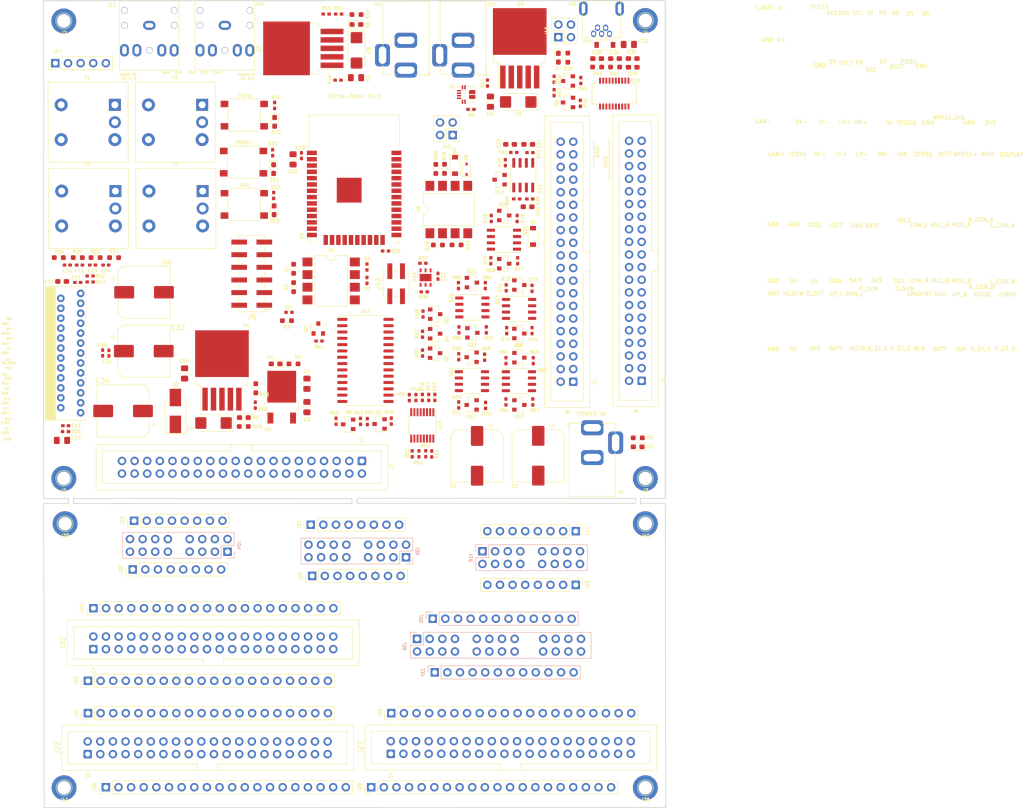
<source format=kicad_pcb>
(kicad_pcb (version 20171130) (host pcbnew 5.1.7-a382d34a8~88~ubuntu20.04.1)
  (layers (0 F.Cu signal) (1 In1.Cu power) (2 In2.Cu power) (31 B.Cu signal) (34 B.Paste user) (35 F.Paste user) (36 B.SilkS user) (37 F.SilkS user) (38 B.Mask user) (39 F.Mask user) (44 Edge.Cuts user))
  (net 0 "")
  (net 1 /BATTERY)
  (net 2 GND)
  (net 3 /5V)
  (net 4 /3V3)
  (net 5 /Power/MAIN_POWER_IN)
  (net 6 /DISPLAY_POWER)
  (net 7 /MAIN_POWER)
  (net 8 "/Audio Amplifier/MUTE")
  (net 9 "/Audio Amplifier/STBY")
  (net 10 "Net-(C13-Pad1)")
  (net 11 "Net-(C13-Pad2)")
  (net 12 "Net-(C14-Pad2)")
  (net 13 "Net-(C14-Pad1)")
  (net 14 "Net-(C15-Pad1)")
  (net 15 "Net-(C15-Pad2)")
  (net 16 "/Audio Amplifier/SVR")
  (net 17 "/Audio Amplifier/AC_GND")
  (net 18 "Net-(C26-Pad1)")
  (net 19 /USB/USBDM)
  (net 20 /USB/USBDP)
  (net 21 /USB/3V3OUT)
  (net 22 /WHEEL_CONTROLS_SUPPLY)
  (net 23 "Net-(D3-Pad1)")
  (net 24 "Net-(D4-Pad1)")
  (net 25 "Net-(D5-Pad1)")
  (net 26 "Net-(D6-Pad1)")
  (net 27 "Net-(D7-Pad1)")
  (net 28 "Net-(D8-Pad1)")
  (net 29 /J1850)
  (net 30 "Net-(D10-Pad1)")
  (net 31 "Net-(D11-Pad1)")
  (net 32 "Net-(D12-Pad1)")
  (net 33 /CAN+)
  (net 34 /CAN-)
  (net 35 /INSIDE_AIR_TEMP)
  (net 36 /UPPER_RIGHT_AIR_TEMP)
  (net 37 /AMBIENT_AIR_TEMP)
  (net 38 /DRIVER_SUNLOAD)
  (net 39 /PASSENGER_SUNLOAD)
  (net 40 /AMBIENT_LIGHT)
  (net 41 /UPPER_LEFT_AIR_TEMP)
  (net 42 /REAR_DEFOG)
  (net 43 /INSIDE_AIR_TEMP_BLOWER)
  (net 44 /PROG)
  (net 45 /INSTRUMENT_SUPPLY_VOLTAGE_4)
  (net 46 /DRIVER_SEAT_TEMP_CONTROL)
  (net 47 /PASSENGER_SEAT_TEMP_CONTROL)
  (net 48 /BLOWER_MOTOR)
  (net 49 /IGNITION)
  (net 50 /DRIVER_HEATED_SEAT_STATUS)
  (net 51 /PASSENGER_HEATED_SEAT_STATUS)
  (net 52 /SCL)
  (net 53 /SDA)
  (net 54 /RXD)
  (net 55 /TXD)
  (net 56 /MODE_B)
  (net 57 /RECIRCULATION_B)
  (net 58 /RIGHT_AIR_TEMP_CONTROL_B)
  (net 59 /LEFT_AIR_TEMP_CONTROL_B)
  (net 60 /LOWER_RIGHT_AIR_TEMP)
  (net 61 /LOWER_LEFT_AIR_TEMP)
  (net 62 /MODE_A)
  (net 63 /RECIRCULATION_A)
  (net 64 /RIGHT_AIR_TEMP_CONTROL_A)
  (net 65 /LEFT_AIR_TEMP_CONTROL_A)
  (net 66 /WHEEL_CONTROLS_SIGNAL)
  (net 67 /ESP_EN)
  (net 68 /LF-)
  (net 69 /LR-)
  (net 70 /RF-)
  (net 71 /RR-)
  (net 72 /RR+)
  (net 73 /RF+)
  (net 74 /LR+)
  (net 75 /LF+)
  (net 76 "Net-(Q9-Pad1)")
  (net 77 "Net-(Q10-Pad1)")
  (net 78 "Net-(Q18-Pad1)")
  (net 79 /USB/RTS)
  (net 80 /USB/DTR)
  (net 81 /BATTERY_VOLTAGE_SENSE)
  (net 82 /IGNITION_SENSE)
  (net 83 /CURRENT_SENSE)
  (net 84 /DISPLAY_EN)
  (net 85 /MAIN_EN)
  (net 86 /AUDIO_STBY)
  (net 87 /AUDIO_MUTE)
  (net 88 "/Audio Amplifier/OD")
  (net 89 /HVAC/A0)
  (net 90 /HVAC/A1)
  (net 91 /HVAC/A2)
  (net 92 /HVAC/A3)
  (net 93 /HVAC/B3)
  (net 94 /HVAC/B4)
  (net 95 /HVAC/A4)
  (net 96 /HVAC/A6)
  (net 97 /HVAC/A7)
  (net 98 /HVAC/A5)
  (net 99 /HVAC/B0)
  (net 100 /HVAC/B1)
  (net 101 /HVAC/B2)
  (net 102 /J1850_TX)
  (net 103 /J1850_RX)
  (net 104 /CAN_RX)
  (net 105 /CANbus/RX)
  (net 106 /Power/FAULT)
  (net 107 /HVAC/B5)
  (net 108 /HVAC/B6)
  (net 109 /HVAC/B7)
  (net 110 "Net-(U9-Pad14)")
  (net 111 "Net-(U9-Pad17)")
  (net 112 "Net-(U9-Pad18)")
  (net 113 "Net-(U9-Pad19)")
  (net 114 "Net-(U9-Pad20)")
  (net 115 /HVAC/AIN11)
  (net 116 /CAN_TX)
  (net 117 /USB/DSR)
  (net 118 /USB/DCD)
  (net 119 /USB/VSENSE)
  (net 120 /TRIGGER1)
  (net 121 /SENSE1)
  (net 122 /FACT)
  (net 123 "Net-(R14-Pad2)")
  (net 124 "Net-(R16-Pad2)")
  (net 125 "Net-(U13-Pad14)")
  (net 126 /Microcontroller/IO2)
  (net 127 /AIN9)
  (net 128 /AIN10)
  (net 129 /USB/VBUS)
  (net 130 /AUDIO_IN2)
  (net 131 /AUDIO_IN4)
  (net 132 /AUDIO_IN1)
  (net 133 /AUDIO_IN3)
  (net 134 "/Audio Amplifier/AUDIO_GND1")
  (net 135 "/Audio Amplifier/AUDIO_GND2")
  (net 136 "Net-(Q1-Pad1)")
  (net 137 "Net-(Q2-Pad1)")
  (net 138 "Net-(Q3-Pad1)")
  (net 139 "Net-(Q4-Pad1)")
  (net 140 "Net-(Q5-Pad1)")
  (net 141 "Net-(Q6-Pad1)")
  (net 142 "Net-(Q7-Pad1)")
  (net 143 "Net-(Q8-Pad1)")
  (net 144 /HVAC/H-Bridge/C1)
  (net 145 /HVAC/H-Bridge/C2)
  (net 146 /HVAC/sheet6051923C/C1)
  (net 147 "Net-(Q12-Pad1)")
  (net 148 /HVAC/sheet6051923C/C2)
  (net 149 "Net-(Q13-Pad1)")
  (net 150 /HVAC/sheet60537A7E/C1)
  (net 151 "Net-(Q15-Pad1)")
  (net 152 /HVAC/sheet60537A7E/C2)
  (net 153 "Net-(Q16-Pad1)")
  (net 154 /HVAC/sheet60537FF7/C1)
  (net 155 /HVAC/sheet60537FF7/C2)
  (net 156 "Net-(Q19-Pad1)")
  (net 157 /HVAC/sheet607B7BA9/C1)
  (net 158 "Net-(Q21-Pad1)")
  (net 159 /HVAC/sheet607B7BA9/C2)
  (net 160 "Net-(Q22-Pad1)")
  (net 161 "Net-(R1-Pad1)")
  (net 162 "Net-(R2-Pad1)")
  (net 163 "Net-(R12-Pad2)")
  (net 164 "Net-(R28-Pad1)")
  (net 165 "Net-(R29-Pad1)")
  (net 166 "Net-(R31-Pad2)")
  (net 167 "Net-(R43-Pad1)")
  (net 168 "Net-(R44-Pad1)")
  (net 169 "Net-(T1-Pad4)")
  (net 170 "Net-(T2-Pad4)")
  (net 171 "Net-(T3-Pad4)")
  (net 172 "Net-(T4-Pad4)")
  (net 173 "Net-(U2-Pad8)")
  (net 174 "Net-(U2-Pad7)")
  (net 175 "Net-(U2-Pad6)")
  (net 176 "Net-(U2-Pad5)")
  (net 177 "Net-(U9-Pad32)")
  (net 178 "Net-(U9-Pad22)")
  (net 179 "Net-(U9-Pad21)")
  (net 180 "Net-(U9-Pad5)")
  (net 181 "Net-(U9-Pad4)")
  (net 182 "Net-(U10-Pad4)")
  (net 183 "Net-(U10-Pad3)")
  (net 184 "Net-(U11-Pad5)")
  (net 185 "Net-(U12-Pad19)")
  (net 186 "Net-(U12-Pad17)")
  (net 187 "Net-(U12-Pad10)")
  (net 188 "Net-(U12-Pad9)")
  (net 189 "Net-(U12-Pad5)")
  (net 190 "Net-(U13-Pad11)")
  (net 191 "Net-(J24-Pad6)")
  (net 192 "Net-(J24-Pad2)")
  (net 193 "Net-(J25-Pad8)")
  (net 194 "Net-(J25-Pad7)")
  (net 195 "Net-(J25-Pad6)")
  (net 196 "Net-(J25-Pad2)")
  (net 197 "Net-(J31-Pad7)")
  (net 198 "Net-(J31-Pad6)")
  (net 199 "Net-(J31-Pad5)")
  (net 200 "Net-(J15-Pad4)")
  (net 201 /Interface/UPPER_RIGHT_AIR_TEMP)
  (net 202 /Interface/INSIDE_AIR_TEMP)
  (net 203 "Net-(J17-Pad6)")
  (net 204 "Net-(J17-Pad5)")
  (net 205 "Net-(J17-Pad4)")
  (net 206 "Net-(J17-Pad3)")
  (net 207 /Interface/J1850)
  (net 208 /Interface/LOW_REF)
  (net 209 "Net-(J18-Pad10)")
  (net 210 "Net-(J18-Pad11)")
  (net 211 "Net-(J18-Pad3)")
  (net 212 /Interface/AMBIENT_AIR_TEMP)
  (net 213 "Net-(J18-Pad4)")
  (net 214 /Interface/DRIVER_SUNLOAD)
  (net 215 "Net-(J18-Pad5)")
  (net 216 /Interface/PASSENGER_SUNLOAD)
  (net 217 "Net-(J18-Pad6)")
  (net 218 /Interface/AMBIENT_LIGHT)
  (net 219 /Interface/UPPER_LEFT_AIR_TEMP)
  (net 220 "Net-(J19-Pad3)")
  (net 221 "Net-(J19-Pad2)")
  (net 222 /Interface/BATTERY)
  (net 223 /Interface/INSIDE_AIR_TEMP_BLOWER)
  (net 224 /Interface/REAR_DEFOG)
  (net 225 /Interface/SENSE1)
  (net 226 /Interface/TRIGGER1)
  (net 227 /Interface/INSTRUMENT_SUPPLY_VOLTAGE_4)
  (net 228 /Interface/DRIVER_SEAT_TEMP_CONTROL)
  (net 229 /Interface/PASSENGER_SEAT_TEMP_CONTROL)
  (net 230 /Interface/BLOWER_MOTOR)
  (net 231 /Interface/IGNITION)
  (net 232 /Interface/DRIVER_HEATED_SEAT_STATUS)
  (net 233 /Interface/PASSENGER_HEATED_SEAT_STATUS)
  (net 234 "Net-(J23-Pad6)")
  (net 235 "Net-(J23-Pad2)")
  (net 236 "Net-(J24-Pad10)")
  (net 237 "Net-(J24-Pad14)")
  (net 238 "Net-(J24-Pad15)")
  (net 239 "Net-(J24-Pad16)")
  (net 240 /Interface/CAN+)
  (net 241 /Interface/MAIN_POWER)
  (net 242 /Interface/DISPLAY_POWER)
  (net 243 /Interface/WHEEL_CONTROLS_SIGNAL)
  (net 244 /Interface/LOWER_LEFT_AIR_TEMP)
  (net 245 /Interface/RECIRCULATION_A)
  (net 246 /Interface/MODE_A)
  (net 247 /Interface/RIGHT_AIR_TEMP_CONTROL_A)
  (net 248 /Interface/LEFT_AIR_TEMP_CONTROL_A)
  (net 249 /Interface/CAN-)
  (net 250 /Interface/WHEEL_CONTROLS_SUPPLY)
  (net 251 /Interface/LOWER_RIGHT_AIR_TEMP)
  (net 252 /Interface/RECIRCULATION_B)
  (net 253 /Interface/MODE_B)
  (net 254 /Interface/RIGHT_AIR_TEMP_CONTROL_B)
  (net 255 /Interface/LEFT_AIR_TEMP_CONTROL_B)
  (net 256 "Net-(J30-Pad13)")
  (net 257 "Net-(J30-Pad14)")
  (net 258 "Net-(J30-Pad15)")
  (net 259 "Net-(J30-Pad16)")
  (net 260 "Net-(J31-Pad8)")
  (net 261 /Interface/AUDIO_IN4)
  (net 262 /Interface/AUDIO_IN2)
  (net 263 /Interface/AUDIO_IN3)
  (net 264 /Interface/AUDIO_IN1)
  (net 265 /Interface/RF+)
  (net 266 /Interface/RR+)
  (net 267 /Interface/RF-)
  (net 268 /Interface/RR-)
  (net 269 /Interface/LR-)
  (net 270 /Interface/LF-)
  (net 271 /Interface/LR+)
  (net 272 /Interface/LF+)
  (net 273 "Net-(J35-Pad5)")
  (net 274 "Net-(J35-Pad4)")
  (net 275 "Net-(J35-Pad3)")
  (net 276 "Net-(J35-Pad2)")
  (net 277 "Net-(J36-Pad24)")
  (net 278 "Net-(J36-Pad2)")
  (net 279 "Net-(J36-Pad14)")
  (net 280 "Net-(J36-Pad3)")
  (net 281 "Net-(J36-Pad15)")
  (net 282 "Net-(J36-Pad4)")
  (net 283 "Net-(J36-Pad16)")
  (net 284 "Net-(J36-Pad5)")
  (net 285 "Net-(J36-Pad17)")
  (net 286 "Net-(J36-Pad18)")
  (net 287 "Net-(J36-Pad19)")
  (net 288 "Net-(J37-Pad12)")
  (net 289 "Net-(J37-Pad7)")
  (net 290 "Net-(J37-Pad6)")
  (net 291 "Net-(J37-Pad5)")
  (net 292 "Net-(J37-Pad4)")
  (net 293 "Net-(J37-Pad3)")
  (net 294 "Net-(J37-Pad2)")
  (net 295 "Net-(U13-Pad16)")
  (net 296 "Net-(C16-Pad2)")
  (net 297 "Net-(C16-Pad1)")
  (net 298 "Net-(C27-Pad1)")
  (net 299 "Net-(R40-Pad2)")
  (net 300 /C_OUT3)
  (net 301 /INTB)
  (net 302 /INTA)
  (module Connector_IDC:IDC-Header_2x20_P2.54mm_Vertical (layer F.Cu) (at 98.14 175.05 90)
    (fp_text reference J32 (at 1.27 -6.1 90) (layer F.SilkS))
    (fp_text value Conn_IDE_40)
    (pad 1 thru_hole roundrect (at 0 0 90) (size 1.7 1.7) (drill 1) (layers *.Cu *.Mask) (roundrect_rratio 0.147059) (net 207 /Interface/J1850))
    (pad 3 thru_hole circle (at 0 2.54 90) (size 1.7 1.7) (drill 1) (layers *.Cu *.Mask) (net 202 /Interface/INSIDE_AIR_TEMP))
    (pad 5 thru_hole circle (at 0 5.08 90) (size 1.7 1.7) (drill 1) (layers *.Cu *.Mask) (net 201 /Interface/UPPER_RIGHT_AIR_TEMP))
    (pad 7 thru_hole circle (at 0 7.62 90) (size 1.7 1.7) (drill 1) (layers *.Cu *.Mask) (net 208 /Interface/LOW_REF))
    (pad 9 thru_hole circle (at 0 10.16 90) (size 1.7 1.7) (drill 1) (layers *.Cu *.Mask) (net 212 /Interface/AMBIENT_AIR_TEMP))
    (pad 11 thru_hole circle (at 0 12.7 90) (size 1.7 1.7) (drill 1) (layers *.Cu *.Mask) (net 214 /Interface/DRIVER_SUNLOAD))
    (pad 13 thru_hole circle (at 0 15.24 90) (size 1.7 1.7) (drill 1) (layers *.Cu *.Mask) (net 216 /Interface/PASSENGER_SUNLOAD))
    (pad 15 thru_hole circle (at 0 17.78 90) (size 1.7 1.7) (drill 1) (layers *.Cu *.Mask) (net 218 /Interface/AMBIENT_LIGHT))
    (pad 17 thru_hole circle (at 0 20.32 90) (size 1.7 1.7) (drill 1) (layers *.Cu *.Mask) (net 219 /Interface/UPPER_LEFT_AIR_TEMP))
    (pad 19 thru_hole circle (at 0 22.86 90) (size 1.7 1.7) (drill 1) (layers *.Cu *.Mask) (net 224 /Interface/REAR_DEFOG))
    (pad 21 thru_hole circle (at 0 25.4 90) (size 1.7 1.7) (drill 1) (layers *.Cu *.Mask) (net 223 /Interface/INSIDE_AIR_TEMP_BLOWER))
    (pad 23 thru_hole circle (at 0 27.94 90) (size 1.7 1.7) (drill 1) (layers *.Cu *.Mask) (net 2 GND))
    (pad 25 thru_hole circle (at 0 30.48 90) (size 1.7 1.7) (drill 1) (layers *.Cu *.Mask) (net 208 /Interface/LOW_REF))
    (pad 27 thru_hole circle (at 0 33.02 90) (size 1.7 1.7) (drill 1) (layers *.Cu *.Mask) (net 222 /Interface/BATTERY))
    (pad 29 thru_hole circle (at 0 35.56 90) (size 1.7 1.7) (drill 1) (layers *.Cu *.Mask) (net 222 /Interface/BATTERY))
    (pad 31 thru_hole circle (at 0 38.1 90) (size 1.7 1.7) (drill 1) (layers *.Cu *.Mask) (net 222 /Interface/BATTERY))
    (pad 33 thru_hole circle (at 0 40.64 90) (size 1.7 1.7) (drill 1) (layers *.Cu *.Mask) (net 2 GND))
    (pad 35 thru_hole circle (at 0 43.18 90) (size 1.7 1.7) (drill 1) (layers *.Cu *.Mask) (net 2 GND))
    (pad 37 thru_hole circle (at 0 45.72 90) (size 1.7 1.7) (drill 1) (layers *.Cu *.Mask) (net 2 GND))
    (pad 39 thru_hole circle (at 0 48.26 90) (size 1.7 1.7) (drill 1) (layers *.Cu *.Mask) (net 2 GND))
    (pad 2 thru_hole circle (at 2.54 0 90) (size 1.7 1.7) (drill 1) (layers *.Cu *.Mask) (net 233 /Interface/PASSENGER_HEATED_SEAT_STATUS))
    (pad 4 thru_hole circle (at 2.54 2.54 90) (size 1.7 1.7) (drill 1) (layers *.Cu *.Mask) (net 232 /Interface/DRIVER_HEATED_SEAT_STATUS))
    (pad 6 thru_hole circle (at 2.54 5.08 90) (size 1.7 1.7) (drill 1) (layers *.Cu *.Mask) (net 231 /Interface/IGNITION))
    (pad 8 thru_hole circle (at 2.54 7.62 90) (size 1.7 1.7) (drill 1) (layers *.Cu *.Mask) (net 222 /Interface/BATTERY))
    (pad 10 thru_hole circle (at 2.54 10.16 90) (size 1.7 1.7) (drill 1) (layers *.Cu *.Mask) (net 230 /Interface/BLOWER_MOTOR))
    (pad 12 thru_hole circle (at 2.54 12.7 90) (size 1.7 1.7) (drill 1) (layers *.Cu *.Mask) (net 229 /Interface/PASSENGER_SEAT_TEMP_CONTROL))
    (pad 14 thru_hole circle (at 2.54 15.24 90) (size 1.7 1.7) (drill 1) (layers *.Cu *.Mask) (net 228 /Interface/DRIVER_SEAT_TEMP_CONTROL))
    (pad 16 thru_hole circle (at 2.54 17.78 90) (size 1.7 1.7) (drill 1) (layers *.Cu *.Mask) (net 227 /Interface/INSTRUMENT_SUPPLY_VOLTAGE_4))
    (pad 18 thru_hole circle (at 2.54 20.32 90) (size 1.7 1.7) (drill 1) (layers *.Cu *.Mask) (net 222 /Interface/BATTERY))
    (pad 20 thru_hole circle (at 2.54 22.86 90) (size 1.7 1.7) (drill 1) (layers *.Cu *.Mask) (net 226 /Interface/TRIGGER1))
    (pad 22 thru_hole circle (at 2.54 25.4 90) (size 1.7 1.7) (drill 1) (layers *.Cu *.Mask) (net 225 /Interface/SENSE1))
    (pad 24 thru_hole circle (at 2.54 27.94 90) (size 1.7 1.7) (drill 1) (layers *.Cu *.Mask) (net 2 GND))
    (pad 26 thru_hole circle (at 2.54 30.48 90) (size 1.7 1.7) (drill 1) (layers *.Cu *.Mask) (net 208 /Interface/LOW_REF))
    (pad 28 thru_hole circle (at 2.54 33.02 90) (size 1.7 1.7) (drill 1) (layers *.Cu *.Mask) (net 222 /Interface/BATTERY))
    (pad 30 thru_hole circle (at 2.54 35.56 90) (size 1.7 1.7) (drill 1) (layers *.Cu *.Mask) (net 222 /Interface/BATTERY))
    (pad 32 thru_hole circle (at 2.54 38.1 90) (size 1.7 1.7) (drill 1) (layers *.Cu *.Mask) (net 222 /Interface/BATTERY))
    (pad 34 thru_hole circle (at 2.54 40.64 90) (size 1.7 1.7) (drill 1) (layers *.Cu *.Mask) (net 2 GND))
    (pad 36 thru_hole circle (at 2.54 43.18 90) (size 1.7 1.7) (drill 1) (layers *.Cu *.Mask) (net 2 GND))
    (pad 38 thru_hole circle (at 2.54 45.72 90) (size 1.7 1.7) (drill 1) (layers *.Cu *.Mask) (net 2 GND))
    (pad 40 thru_hole circle (at 2.54 48.26 90) (size 1.7 1.7) (drill 1) (layers *.Cu *.Mask) (net 2 GND))
  )
  (module Connector_IDC:IDC-Header_2x20_P2.54mm_Vertical (layer F.Cu) (at 157.96 196.1 90)
    (fp_text reference J27 (at 1.27 -6.1 90) (layer F.SilkS))
    (fp_text value Conn_IDE_40)
    (pad 1 thru_hole roundrect (at 0 0 90) (size 1.7 1.7) (drill 1) (layers *.Cu *.Mask) (roundrect_rratio 0.147059) (net 222 /Interface/BATTERY))
    (pad 3 thru_hole circle (at 0 2.54 90) (size 1.7 1.7) (drill 1) (layers *.Cu *.Mask) (net 222 /Interface/BATTERY))
    (pad 5 thru_hole circle (at 0 5.08 90) (size 1.7 1.7) (drill 1) (layers *.Cu *.Mask) (net 222 /Interface/BATTERY))
    (pad 7 thru_hole circle (at 0 7.62 90) (size 1.7 1.7) (drill 1) (layers *.Cu *.Mask) (net 222 /Interface/BATTERY))
    (pad 9 thru_hole circle (at 0 10.16 90) (size 1.7 1.7) (drill 1) (layers *.Cu *.Mask) (net 272 /Interface/LF+))
    (pad 11 thru_hole circle (at 0 12.7 90) (size 1.7 1.7) (drill 1) (layers *.Cu *.Mask) (net 270 /Interface/LF-))
    (pad 13 thru_hole circle (at 0 15.24 90) (size 1.7 1.7) (drill 1) (layers *.Cu *.Mask) (net 265 /Interface/RF+))
    (pad 15 thru_hole circle (at 0 17.78 90) (size 1.7 1.7) (drill 1) (layers *.Cu *.Mask) (net 267 /Interface/RF-))
    (pad 17 thru_hole circle (at 0 20.32 90) (size 1.7 1.7) (drill 1) (layers *.Cu *.Mask) (net 271 /Interface/LR+))
    (pad 19 thru_hole circle (at 0 22.86 90) (size 1.7 1.7) (drill 1) (layers *.Cu *.Mask) (net 269 /Interface/LR-))
    (pad 21 thru_hole circle (at 0 25.4 90) (size 1.7 1.7) (drill 1) (layers *.Cu *.Mask) (net 266 /Interface/RR+))
    (pad 23 thru_hole circle (at 0 27.94 90) (size 1.7 1.7) (drill 1) (layers *.Cu *.Mask) (net 268 /Interface/RR-))
    (pad 25 thru_hole circle (at 0 30.48 90) (size 1.7 1.7) (drill 1) (layers *.Cu *.Mask) (net 261 /Interface/AUDIO_IN4))
    (pad 27 thru_hole circle (at 0 33.02 90) (size 1.7 1.7) (drill 1) (layers *.Cu *.Mask) (net 263 /Interface/AUDIO_IN3))
    (pad 29 thru_hole circle (at 0 35.56 90) (size 1.7 1.7) (drill 1) (layers *.Cu *.Mask) (net 262 /Interface/AUDIO_IN2))
    (pad 31 thru_hole circle (at 0 38.1 90) (size 1.7 1.7) (drill 1) (layers *.Cu *.Mask) (net 264 /Interface/AUDIO_IN1))
    (pad 33 thru_hole circle (at 0 40.64 90) (size 1.7 1.7) (drill 1) (layers *.Cu *.Mask) (net 2 GND))
    (pad 35 thru_hole circle (at 0 43.18 90) (size 1.7 1.7) (drill 1) (layers *.Cu *.Mask) (net 2 GND))
    (pad 37 thru_hole circle (at 0 45.72 90) (size 1.7 1.7) (drill 1) (layers *.Cu *.Mask) (net 2 GND))
    (pad 39 thru_hole circle (at 0 48.26 90) (size 1.7 1.7) (drill 1) (layers *.Cu *.Mask) (net 2 GND))
    (pad 2 thru_hole circle (at 2.54 0 90) (size 1.7 1.7) (drill 1) (layers *.Cu *.Mask) (net 222 /Interface/BATTERY))
    (pad 4 thru_hole circle (at 2.54 2.54 90) (size 1.7 1.7) (drill 1) (layers *.Cu *.Mask) (net 222 /Interface/BATTERY))
    (pad 6 thru_hole circle (at 2.54 5.08 90) (size 1.7 1.7) (drill 1) (layers *.Cu *.Mask) (net 222 /Interface/BATTERY))
    (pad 8 thru_hole circle (at 2.54 7.62 90) (size 1.7 1.7) (drill 1) (layers *.Cu *.Mask) (net 222 /Interface/BATTERY))
    (pad 10 thru_hole circle (at 2.54 10.16 90) (size 1.7 1.7) (drill 1) (layers *.Cu *.Mask) (net 272 /Interface/LF+))
    (pad 12 thru_hole circle (at 2.54 12.7 90) (size 1.7 1.7) (drill 1) (layers *.Cu *.Mask) (net 270 /Interface/LF-))
    (pad 14 thru_hole circle (at 2.54 15.24 90) (size 1.7 1.7) (drill 1) (layers *.Cu *.Mask) (net 265 /Interface/RF+))
    (pad 16 thru_hole circle (at 2.54 17.78 90) (size 1.7 1.7) (drill 1) (layers *.Cu *.Mask) (net 267 /Interface/RF-))
    (pad 18 thru_hole circle (at 2.54 20.32 90) (size 1.7 1.7) (drill 1) (layers *.Cu *.Mask) (net 271 /Interface/LR+))
    (pad 20 thru_hole circle (at 2.54 22.86 90) (size 1.7 1.7) (drill 1) (layers *.Cu *.Mask) (net 269 /Interface/LR-))
    (pad 22 thru_hole circle (at 2.54 25.4 90) (size 1.7 1.7) (drill 1) (layers *.Cu *.Mask) (net 266 /Interface/RR+))
    (pad 24 thru_hole circle (at 2.54 27.94 90) (size 1.7 1.7) (drill 1) (layers *.Cu *.Mask) (net 268 /Interface/RR-))
    (pad 26 thru_hole circle (at 2.54 30.48 90) (size 1.7 1.7) (drill 1) (layers *.Cu *.Mask) (net 261 /Interface/AUDIO_IN4))
    (pad 28 thru_hole circle (at 2.54 33.02 90) (size 1.7 1.7) (drill 1) (layers *.Cu *.Mask) (net 263 /Interface/AUDIO_IN3))
    (pad 30 thru_hole circle (at 2.54 35.56 90) (size 1.7 1.7) (drill 1) (layers *.Cu *.Mask) (net 262 /Interface/AUDIO_IN2))
    (pad 32 thru_hole circle (at 2.54 38.1 90) (size 1.7 1.7) (drill 1) (layers *.Cu *.Mask) (net 264 /Interface/AUDIO_IN1))
    (pad 34 thru_hole circle (at 2.54 40.64 90) (size 1.7 1.7) (drill 1) (layers *.Cu *.Mask) (net 2 GND))
    (pad 36 thru_hole circle (at 2.54 43.18 90) (size 1.7 1.7) (drill 1) (layers *.Cu *.Mask) (net 2 GND))
    (pad 38 thru_hole circle (at 2.54 45.72 90) (size 1.7 1.7) (drill 1) (layers *.Cu *.Mask) (net 2 GND))
    (pad 40 thru_hole circle (at 2.54 48.26 90) (size 1.7 1.7) (drill 1) (layers *.Cu *.Mask) (net 2 GND))
  )
  (module Connector_IDC:IDC-Header_2x20_P2.54mm_Vertical (layer F.Cu) (at 97 196.16 90)
    (fp_text reference J22 (at 1.27 -6.1 90) (layer F.SilkS))
    (fp_text value Conn_IDE_40)
    (pad 1 thru_hole roundrect (at 0 0 90) (size 1.7 1.7) (drill 1) (layers *.Cu *.Mask) (roundrect_rratio 0.147059) (net 248 /Interface/LEFT_AIR_TEMP_CONTROL_A))
    (pad 3 thru_hole circle (at 0 2.54 90) (size 1.7 1.7) (drill 1) (layers *.Cu *.Mask) (net 255 /Interface/LEFT_AIR_TEMP_CONTROL_B))
    (pad 5 thru_hole circle (at 0 5.08 90) (size 1.7 1.7) (drill 1) (layers *.Cu *.Mask) (net 247 /Interface/RIGHT_AIR_TEMP_CONTROL_A))
    (pad 7 thru_hole circle (at 0 7.62 90) (size 1.7 1.7) (drill 1) (layers *.Cu *.Mask) (net 254 /Interface/RIGHT_AIR_TEMP_CONTROL_B))
    (pad 9 thru_hole circle (at 0 10.16 90) (size 1.7 1.7) (drill 1) (layers *.Cu *.Mask) (net 246 /Interface/MODE_A))
    (pad 11 thru_hole circle (at 0 12.7 90) (size 1.7 1.7) (drill 1) (layers *.Cu *.Mask) (net 253 /Interface/MODE_B))
    (pad 13 thru_hole circle (at 0 15.24 90) (size 1.7 1.7) (drill 1) (layers *.Cu *.Mask) (net 245 /Interface/RECIRCULATION_A))
    (pad 15 thru_hole circle (at 0 17.78 90) (size 1.7 1.7) (drill 1) (layers *.Cu *.Mask) (net 252 /Interface/RECIRCULATION_B))
    (pad 17 thru_hole circle (at 0 20.32 90) (size 1.7 1.7) (drill 1) (layers *.Cu *.Mask) (net 222 /Interface/BATTERY))
    (pad 19 thru_hole circle (at 0 22.86 90) (size 1.7 1.7) (drill 1) (layers *.Cu *.Mask) (net 222 /Interface/BATTERY))
    (pad 21 thru_hole circle (at 0 25.4 90) (size 1.7 1.7) (drill 1) (layers *.Cu *.Mask) (net 251 /Interface/LOWER_RIGHT_AIR_TEMP))
    (pad 23 thru_hole circle (at 0 27.94 90) (size 1.7 1.7) (drill 1) (layers *.Cu *.Mask) (net 243 /Interface/WHEEL_CONTROLS_SIGNAL))
    (pad 25 thru_hole circle (at 0 30.48 90) (size 1.7 1.7) (drill 1) (layers *.Cu *.Mask) (net 207 /Interface/J1850))
    (pad 27 thru_hole circle (at 0 33.02 90) (size 1.7 1.7) (drill 1) (layers *.Cu *.Mask) (net 240 /Interface/CAN+))
    (pad 29 thru_hole circle (at 0 35.56 90) (size 1.7 1.7) (drill 1) (layers *.Cu *.Mask) (net 249 /Interface/CAN-))
    (pad 31 thru_hole circle (at 0 38.1 90) (size 1.7 1.7) (drill 1) (layers *.Cu *.Mask) (net 242 /Interface/DISPLAY_POWER))
    (pad 33 thru_hole circle (at 0 40.64 90) (size 1.7 1.7) (drill 1) (layers *.Cu *.Mask) (net 241 /Interface/MAIN_POWER))
    (pad 35 thru_hole circle (at 0 43.18 90) (size 1.7 1.7) (drill 1) (layers *.Cu *.Mask) (net 2 GND))
    (pad 37 thru_hole circle (at 0 45.72 90) (size 1.7 1.7) (drill 1) (layers *.Cu *.Mask) (net 2 GND))
    (pad 39 thru_hole circle (at 0 48.26 90) (size 1.7 1.7) (drill 1) (layers *.Cu *.Mask) (net 2 GND))
    (pad 2 thru_hole circle (at 2.54 0 90) (size 1.7 1.7) (drill 1) (layers *.Cu *.Mask) (net 248 /Interface/LEFT_AIR_TEMP_CONTROL_A))
    (pad 4 thru_hole circle (at 2.54 2.54 90) (size 1.7 1.7) (drill 1) (layers *.Cu *.Mask) (net 255 /Interface/LEFT_AIR_TEMP_CONTROL_B))
    (pad 6 thru_hole circle (at 2.54 5.08 90) (size 1.7 1.7) (drill 1) (layers *.Cu *.Mask) (net 247 /Interface/RIGHT_AIR_TEMP_CONTROL_A))
    (pad 8 thru_hole circle (at 2.54 7.62 90) (size 1.7 1.7) (drill 1) (layers *.Cu *.Mask) (net 254 /Interface/RIGHT_AIR_TEMP_CONTROL_B))
    (pad 10 thru_hole circle (at 2.54 10.16 90) (size 1.7 1.7) (drill 1) (layers *.Cu *.Mask) (net 246 /Interface/MODE_A))
    (pad 12 thru_hole circle (at 2.54 12.7 90) (size 1.7 1.7) (drill 1) (layers *.Cu *.Mask) (net 253 /Interface/MODE_B))
    (pad 14 thru_hole circle (at 2.54 15.24 90) (size 1.7 1.7) (drill 1) (layers *.Cu *.Mask) (net 245 /Interface/RECIRCULATION_A))
    (pad 16 thru_hole circle (at 2.54 17.78 90) (size 1.7 1.7) (drill 1) (layers *.Cu *.Mask) (net 252 /Interface/RECIRCULATION_B))
    (pad 18 thru_hole circle (at 2.54 20.32 90) (size 1.7 1.7) (drill 1) (layers *.Cu *.Mask) (net 222 /Interface/BATTERY))
    (pad 20 thru_hole circle (at 2.54 22.86 90) (size 1.7 1.7) (drill 1) (layers *.Cu *.Mask) (net 222 /Interface/BATTERY))
    (pad 22 thru_hole circle (at 2.54 25.4 90) (size 1.7 1.7) (drill 1) (layers *.Cu *.Mask) (net 244 /Interface/LOWER_LEFT_AIR_TEMP))
    (pad 24 thru_hole circle (at 2.54 27.94 90) (size 1.7 1.7) (drill 1) (layers *.Cu *.Mask) (net 250 /Interface/WHEEL_CONTROLS_SUPPLY))
    (pad 26 thru_hole circle (at 2.54 30.48 90) (size 1.7 1.7) (drill 1) (layers *.Cu *.Mask) (net 231 /Interface/IGNITION))
    (pad 28 thru_hole circle (at 2.54 33.02 90) (size 1.7 1.7) (drill 1) (layers *.Cu *.Mask) (net 222 /Interface/BATTERY))
    (pad 30 thru_hole circle (at 2.54 35.56 90) (size 1.7 1.7) (drill 1) (layers *.Cu *.Mask) (net 2 GND))
    (pad 32 thru_hole circle (at 2.54 38.1 90) (size 1.7 1.7) (drill 1) (layers *.Cu *.Mask) (net 242 /Interface/DISPLAY_POWER))
    (pad 34 thru_hole circle (at 2.54 40.64 90) (size 1.7 1.7) (drill 1) (layers *.Cu *.Mask) (net 241 /Interface/MAIN_POWER))
    (pad 36 thru_hole circle (at 2.54 43.18 90) (size 1.7 1.7) (drill 1) (layers *.Cu *.Mask) (net 2 GND))
    (pad 38 thru_hole circle (at 2.54 45.72 90) (size 1.7 1.7) (drill 1) (layers *.Cu *.Mask) (net 2 GND))
    (pad 40 thru_hole circle (at 2.54 48.26 90) (size 1.7 1.7) (drill 1) (layers *.Cu *.Mask) (net 2 GND))
  )
  (module Connector_PinHeader_2.54mm:PinHeader_2x02_P2.54mm_Vertical_SMD (layer F.Cu) (at 159.04 101.56 90)
    (fp_text reference J43 (at 0 -3.6 90) (layer F.SilkS))
    (fp_text value Conn_02x02_Counter_Clockwise)
    (pad 4 smd rect (at 2.525 1.27 90) (size 3.15 1) (layers F.Cu F.Paste F.Mask) (net 52 /SCL))
    (pad 3 smd rect (at -2.525 1.27 90) (size 3.15 1) (layers F.Cu F.Paste F.Mask) (net 53 /SDA))
    (pad 2 smd rect (at 2.525 -1.27 90) (size 3.15 1) (layers F.Cu F.Paste F.Mask) (net 4 /3V3))
    (pad 1 smd rect (at -2.525 -1.27 90) (size 3.15 1) (layers F.Cu F.Paste F.Mask) (net 2 GND))
  )
  (module Connector_PinHeader_2.54mm:PinHeader_2x06_P2.54mm_Vertical_SMD (layer F.Cu) (at 130 99.53 180)
    (fp_text reference J5 (at 0 -8.68) (layer F.SilkS))
    (fp_text value Conn_02x06_Odd_Even)
    (pad 12 smd rect (at 2.525 6.35 180) (size 3.15 1) (layers F.Cu F.Paste F.Mask) (net 2 GND))
    (pad 11 smd rect (at -2.525 6.35 180) (size 3.15 1) (layers F.Cu F.Paste F.Mask) (net 2 GND))
    (pad 10 smd rect (at 2.525 3.81 180) (size 3.15 1) (layers F.Cu F.Paste F.Mask) (net 127 /AIN9))
    (pad 9 smd rect (at -2.525 3.81 180) (size 3.15 1) (layers F.Cu F.Paste F.Mask) (net 300 /C_OUT3))
    (pad 8 smd rect (at 2.525 1.27 180) (size 3.15 1) (layers F.Cu F.Paste F.Mask) (net 128 /AIN10))
    (pad 7 smd rect (at -2.525 1.27 180) (size 3.15 1) (layers F.Cu F.Paste F.Mask) (net 122 /FACT))
    (pad 6 smd rect (at 2.525 -1.27 180) (size 3.15 1) (layers F.Cu F.Paste F.Mask) (net 4 /3V3))
    (pad 5 smd rect (at -2.525 -1.27 180) (size 3.15 1) (layers F.Cu F.Paste F.Mask) (net 4 /3V3))
    (pad 4 smd rect (at 2.525 -3.81 180) (size 3.15 1) (layers F.Cu F.Paste F.Mask) (net 3 /5V))
    (pad 3 smd rect (at -2.525 -3.81 180) (size 3.15 1) (layers F.Cu F.Paste F.Mask) (net 3 /5V))
    (pad 2 smd rect (at 2.525 -6.35 180) (size 3.15 1) (layers F.Cu F.Paste F.Mask) (net 1 /BATTERY))
    (pad 1 smd rect (at -2.525 -6.35 180) (size 3.15 1) (layers F.Cu F.Paste F.Mask) (net 1 /BATTERY))
  )
  (module Capacitor_SMD:CP_Elec_10x10 (layer F.Cu) (at 104.12 127.15 180)
    (fp_text reference C34 (at 4.06 6.08) (layer F.SilkS))
    (fp_text value C_470uF)
    (pad 2 smd roundrect (at 4 0 180) (size 4 2.5) (layers F.Cu F.Paste F.Mask) (roundrect_rratio 0.1) (net 2 GND))
    (pad 1 smd roundrect (at -4 0 180) (size 4 2.5) (layers F.Cu F.Paste F.Mask) (roundrect_rratio 0.1) (net 1 /BATTERY))
  )
  (module Capacitor_SMD:CP_Elec_10x10 (layer F.Cu) (at 108.29 115.11)
    (fp_text reference C33 (at 6.88 -4.74) (layer F.SilkS))
    (fp_text value C_470uF)
    (pad 2 smd roundrect (at 4 0) (size 4 2.5) (layers F.Cu F.Paste F.Mask) (roundrect_rratio 0.1) (net 2 GND))
    (pad 1 smd roundrect (at -4 0) (size 4 2.5) (layers F.Cu F.Paste F.Mask) (roundrect_rratio 0.1) (net 1 /BATTERY))
  )
  (module Package_SO:QSOP-16_3.9x4.9mm_P0.635mm (layer F.Cu) (at 164.295 130.045 270)
    (fp_text reference U14 (at 0 -3.5 90) (layer F.SilkS) (effects (font (size 0.65 0.65))))
    (fp_text value MAX11617)
    (pad 16 smd rect (at 2.6543 -2.2225 270) (size 1.6 0.41) (layers F.Cu F.Paste F.Mask) (net 4 /3V3))
    (pad 15 smd rect (at 2.6543 -1.5875 270) (size 1.6 0.41) (layers F.Cu F.Paste F.Mask) (net 2 GND))
    (pad 14 smd rect (at 2.6543 -0.9525 270) (size 1.6 0.41) (layers F.Cu F.Paste F.Mask) (net 53 /SDA))
    (pad 13 smd rect (at 2.6543 -0.3175 270) (size 1.6 0.41) (layers F.Cu F.Paste F.Mask) (net 52 /SCL))
    (pad 12 smd rect (at 2.6543 0.3175 270) (size 1.6 0.41) (layers F.Cu F.Paste F.Mask) (net 38 /DRIVER_SUNLOAD))
    (pad 11 smd rect (at 2.6543 0.9525 270) (size 1.6 0.41) (layers F.Cu F.Paste F.Mask) (net 40 /AMBIENT_LIGHT))
    (pad 10 smd rect (at 2.6543 1.5875 270) (size 1.6 0.41) (layers F.Cu F.Paste F.Mask) (net 61 /LOWER_LEFT_AIR_TEMP))
    (pad 9 smd rect (at 2.6543 2.2225 270) (size 1.6 0.41) (layers F.Cu F.Paste F.Mask) (net 60 /LOWER_RIGHT_AIR_TEMP))
    (pad 8 smd rect (at -2.6543 2.2225 270) (size 1.6 0.41) (layers F.Cu F.Paste F.Mask) (net 41 /UPPER_LEFT_AIR_TEMP))
    (pad 7 smd rect (at -2.6543 1.5875 270) (size 1.6 0.41) (layers F.Cu F.Paste F.Mask) (net 36 /UPPER_RIGHT_AIR_TEMP))
    (pad 6 smd rect (at -2.6543 0.9525 270) (size 1.6 0.41) (layers F.Cu F.Paste F.Mask) (net 37 /AMBIENT_AIR_TEMP))
    (pad 5 smd rect (at -2.6543 0.3175 270) (size 1.6 0.41) (layers F.Cu F.Paste F.Mask) (net 35 /INSIDE_AIR_TEMP))
    (pad 4 smd rect (at -2.6543 -0.3175 270) (size 1.6 0.41) (layers F.Cu F.Paste F.Mask) (net 39 /PASSENGER_SUNLOAD))
    (pad 3 smd rect (at -2.6543 -0.9525 270) (size 1.6 0.41) (layers F.Cu F.Paste F.Mask) (net 127 /AIN9))
    (pad 2 smd rect (at -2.6543 -1.5875 270) (size 1.6 0.41) (layers F.Cu F.Paste F.Mask) (net 128 /AIN10))
    (pad 1 smd rect (at -2.6543 -2.2225 270) (size 1.6 0.41) (layers F.Cu F.Paste F.Mask) (net 115 /HVAC/AIN11))
  )
  (module Package_SO:SOIC-28W_7.5x17.9mm_P1.27mm (layer F.Cu) (at 152.86 116.98)
    (fp_text reference U13 (at 0 -9.9) (layer F.SilkS) (effects (font (size 0.65 0.65))))
    (fp_text value MCP23017_SS)
    (pad 28 smd roundrect (at 4.65 -8.255) (size 2.05 0.6) (layers F.Cu F.Paste F.Mask) (net 97 /HVAC/A7))
    (pad 27 smd roundrect (at 4.65 -6.985) (size 2.05 0.6) (layers F.Cu F.Paste F.Mask) (net 96 /HVAC/A6))
    (pad 26 smd roundrect (at 4.65 -5.715) (size 2.05 0.6) (layers F.Cu F.Paste F.Mask) (net 98 /HVAC/A5))
    (pad 25 smd roundrect (at 4.65 -4.445) (size 2.05 0.6) (layers F.Cu F.Paste F.Mask) (net 95 /HVAC/A4))
    (pad 24 smd roundrect (at 4.65 -3.175) (size 2.05 0.6) (layers F.Cu F.Paste F.Mask) (net 92 /HVAC/A3))
    (pad 23 smd roundrect (at 4.65 -1.905) (size 2.05 0.6) (layers F.Cu F.Paste F.Mask) (net 91 /HVAC/A2))
    (pad 22 smd roundrect (at 4.65 -0.635) (size 2.05 0.6) (layers F.Cu F.Paste F.Mask) (net 90 /HVAC/A1))
    (pad 21 smd roundrect (at 4.65 0.635) (size 2.05 0.6) (layers F.Cu F.Paste F.Mask) (net 89 /HVAC/A0))
    (pad 20 smd roundrect (at 4.65 1.905) (size 2.05 0.6) (layers F.Cu F.Paste F.Mask) (net 302 /INTA))
    (pad 19 smd roundrect (at 4.65 3.175) (size 2.05 0.6) (layers F.Cu F.Paste F.Mask) (net 301 /INTB))
    (pad 18 smd roundrect (at 4.65 4.445) (size 2.05 0.6) (layers F.Cu F.Paste F.Mask) (net 4 /3V3))
    (pad 17 smd roundrect (at 4.65 5.715) (size 2.05 0.6) (layers F.Cu F.Paste F.Mask) (net 295 "Net-(U13-Pad16)"))
    (pad 16 smd roundrect (at 4.65 6.985) (size 2.05 0.6) (layers F.Cu F.Paste F.Mask) (net 295 "Net-(U13-Pad16)"))
    (pad 15 smd roundrect (at 4.65 8.255) (size 2.05 0.6) (layers F.Cu F.Paste F.Mask) (net 2 GND))
    (pad 14 smd roundrect (at -4.65 8.255) (size 2.05 0.6) (layers F.Cu F.Paste F.Mask) (net 125 "Net-(U13-Pad14)"))
    (pad 13 smd roundrect (at -4.65 6.985) (size 2.05 0.6) (layers F.Cu F.Paste F.Mask) (net 53 /SDA))
    (pad 12 smd roundrect (at -4.65 5.715) (size 2.05 0.6) (layers F.Cu F.Paste F.Mask) (net 52 /SCL))
    (pad 11 smd roundrect (at -4.65 4.445) (size 2.05 0.6) (layers F.Cu F.Paste F.Mask) (net 190 "Net-(U13-Pad11)"))
    (pad 10 smd roundrect (at -4.65 3.175) (size 2.05 0.6) (layers F.Cu F.Paste F.Mask) (net 2 GND))
    (pad 9 smd roundrect (at -4.65 1.905) (size 2.05 0.6) (layers F.Cu F.Paste F.Mask) (net 4 /3V3))
    (pad 8 smd roundrect (at -4.65 0.635) (size 2.05 0.6) (layers F.Cu F.Paste F.Mask) (net 109 /HVAC/B7))
    (pad 7 smd roundrect (at -4.65 -0.635) (size 2.05 0.6) (layers F.Cu F.Paste F.Mask) (net 108 /HVAC/B6))
    (pad 6 smd roundrect (at -4.65 -1.905) (size 2.05 0.6) (layers F.Cu F.Paste F.Mask) (net 107 /HVAC/B5))
    (pad 5 smd roundrect (at -4.65 -3.175) (size 2.05 0.6) (layers F.Cu F.Paste F.Mask) (net 94 /HVAC/B4))
    (pad 4 smd roundrect (at -4.65 -4.445) (size 2.05 0.6) (layers F.Cu F.Paste F.Mask) (net 93 /HVAC/B3))
    (pad 3 smd roundrect (at -4.65 -5.715) (size 2.05 0.6) (layers F.Cu F.Paste F.Mask) (net 101 /HVAC/B2))
    (pad 2 smd roundrect (at -4.65 -6.985) (size 2.05 0.6) (layers F.Cu F.Paste F.Mask) (net 100 /HVAC/B1))
    (pad 1 smd roundrect (at -4.65 -8.255) (size 2.05 0.6) (layers F.Cu F.Paste F.Mask) (net 99 /HVAC/B0))
  )
  (module Package_SO:SSOP-20_3.9x8.7mm_P0.635mm (layer F.Cu) (at 202.91 63.32 90)
    (fp_text reference U12 (at 2.68 4.22 180) (layer F.SilkS) (effects (font (size 0.65 0.65))))
    (fp_text value FT231XS)
    (pad 20 smd rect (at 2.6 -2.8575 90) (size 1.2 0.4) (layers F.Cu F.Paste F.Mask) (net 54 /RXD))
    (pad 19 smd rect (at 2.6 -2.2225 90) (size 1.2 0.4) (layers F.Cu F.Paste F.Mask) (net 185 "Net-(U12-Pad19)"))
    (pad 18 smd rect (at 2.6 -1.5875 90) (size 1.2 0.4) (layers F.Cu F.Paste F.Mask) (net 119 /USB/VSENSE))
    (pad 17 smd rect (at 2.6 -0.9525 90) (size 1.2 0.4) (layers F.Cu F.Paste F.Mask) (net 186 "Net-(U12-Pad17)"))
    (pad 16 smd rect (at 2.6 -0.3175 90) (size 1.2 0.4) (layers F.Cu F.Paste F.Mask) (net 2 GND))
    (pad 15 smd rect (at 2.6 0.3175 90) (size 1.2 0.4) (layers F.Cu F.Paste F.Mask) (net 3 /5V))
    (pad 14 smd rect (at 2.6 0.9525 90) (size 1.2 0.4) (layers F.Cu F.Paste F.Mask) (net 21 /USB/3V3OUT))
    (pad 13 smd rect (at 2.6 1.5875 90) (size 1.2 0.4) (layers F.Cu F.Paste F.Mask) (net 21 /USB/3V3OUT))
    (pad 12 smd rect (at 2.6 2.2225 90) (size 1.2 0.4) (layers F.Cu F.Paste F.Mask) (net 167 "Net-(R43-Pad1)"))
    (pad 11 smd rect (at 2.6 2.8575 90) (size 1.2 0.4) (layers F.Cu F.Paste F.Mask) (net 168 "Net-(R44-Pad1)"))
    (pad 10 smd rect (at -2.6 2.8575 90) (size 1.2 0.4) (layers F.Cu F.Paste F.Mask) (net 187 "Net-(U12-Pad10)"))
    (pad 9 smd rect (at -2.6 2.2225 90) (size 1.2 0.4) (layers F.Cu F.Paste F.Mask) (net 188 "Net-(U12-Pad9)"))
    (pad 8 smd rect (at -2.6 1.5875 90) (size 1.2 0.4) (layers F.Cu F.Paste F.Mask) (net 118 /USB/DCD))
    (pad 7 smd rect (at -2.6 0.9525 90) (size 1.2 0.4) (layers F.Cu F.Paste F.Mask) (net 117 /USB/DSR))
    (pad 6 smd rect (at -2.6 0.3175 90) (size 1.2 0.4) (layers F.Cu F.Paste F.Mask) (net 2 GND))
    (pad 5 smd rect (at -2.6 -0.3175 90) (size 1.2 0.4) (layers F.Cu F.Paste F.Mask) (net 189 "Net-(U12-Pad5)"))
    (pad 4 smd rect (at -2.6 -0.9525 90) (size 1.2 0.4) (layers F.Cu F.Paste F.Mask) (net 55 /TXD))
    (pad 3 smd rect (at -2.6 -1.5875 90) (size 1.2 0.4) (layers F.Cu F.Paste F.Mask) (net 21 /USB/3V3OUT))
    (pad 2 smd rect (at -2.6 -2.2225 90) (size 1.2 0.4) (layers F.Cu F.Paste F.Mask) (net 79 /USB/RTS))
    (pad 1 smd rect (at -2.6 -2.8575 90) (size 1.2 0.4) (layers F.Cu F.Paste F.Mask) (net 80 /USB/DTR))
  )
  (module Package_SO:SOIC-8_3.9x4.9mm_P1.27mm (layer F.Cu) (at 184.6 79.73 90)
    (fp_text reference U11 (at -2.7 3.3 90) (layer F.SilkS) (effects (font (size 0.65 0.65))))
    (fp_text value MCP2551-I_SN)
    (pad 8 smd roundrect (at 2.475 -1.905 90) (size 1.95 0.6) (layers F.Cu F.Paste F.Mask) (net 299 "Net-(R40-Pad2)"))
    (pad 7 smd roundrect (at 2.475 -0.635 90) (size 1.95 0.6) (layers F.Cu F.Paste F.Mask) (net 33 /CAN+))
    (pad 6 smd roundrect (at 2.475 0.635 90) (size 1.95 0.6) (layers F.Cu F.Paste F.Mask) (net 34 /CAN-))
    (pad 5 smd roundrect (at 2.475 1.905 90) (size 1.95 0.6) (layers F.Cu F.Paste F.Mask) (net 184 "Net-(U11-Pad5)"))
    (pad 4 smd roundrect (at -2.475 1.905 90) (size 1.95 0.6) (layers F.Cu F.Paste F.Mask) (net 105 /CANbus/RX))
    (pad 3 smd roundrect (at -2.475 0.635 90) (size 1.95 0.6) (layers F.Cu F.Paste F.Mask) (net 3 /5V))
    (pad 2 smd roundrect (at -2.475 -0.635 90) (size 1.95 0.6) (layers F.Cu F.Paste F.Mask) (net 2 GND))
    (pad 1 smd roundrect (at -2.475 -1.905 90) (size 1.95 0.6) (layers F.Cu F.Paste F.Mask) (net 116 /CAN_TX))
  )
  (module Package_DFN_QFN:DFN-6-1EP_3x3mm_P1mm_EP1.5x2.4mm (layer F.Cu) (at 164.96 100.32 90)
    (fp_text reference U10 (at 0.07 -2.26 90) (layer F.SilkS) (effects (font (size 0.65 0.65))))
    (fp_text value Si7020-A20)
    (pad 7 smd rect (at 0 0 90) (size 1.5 2.4) (layers F.Cu F.Mask) (net 2 GND))
    (pad 6 smd roundrect (at 1.45 -1 90) (size 0.8 0.4) (layers F.Cu F.Paste F.Mask) (net 52 /SCL))
    (pad 5 smd roundrect (at 1.45 0 90) (size 0.8 0.4) (layers F.Cu F.Paste F.Mask) (net 4 /3V3))
    (pad 4 smd roundrect (at 1.45 1 90) (size 0.8 0.4) (layers F.Cu F.Paste F.Mask) (net 182 "Net-(U10-Pad4)"))
    (pad 3 smd roundrect (at -1.45 1 90) (size 0.8 0.4) (layers F.Cu F.Paste F.Mask) (net 183 "Net-(U10-Pad3)"))
    (pad 2 smd roundrect (at -1.45 0 90) (size 0.8 0.4) (layers F.Cu F.Paste F.Mask) (net 2 GND))
    (pad 1 smd roundrect (at -1.45 -1 90) (size 0.8 0.4) (layers F.Cu F.Paste F.Mask) (net 53 /SDA))
  )
  (module Package_DIP:SMDIP-8_W9.53mm (layer F.Cu) (at 169.635 86.635 90)
    (fp_text reference U8 (at 0 -6.14 90) (layer F.SilkS) (effects (font (size 0.65 0.65))))
    (fp_text value LTV-827S)
    (pad 8 smd rect (at 4.765 -3.81 90) (size 2 1.78) (layers F.Cu F.Paste F.Mask) (net 103 /J1850_RX))
    (pad 4 smd rect (at -4.765 3.81 90) (size 2 1.78) (layers F.Cu F.Paste F.Mask) (net 2 GND))
    (pad 7 smd rect (at 4.765 -1.27 90) (size 2 1.78) (layers F.Cu F.Paste F.Mask) (net 2 GND))
    (pad 3 smd rect (at -4.765 1.27 90) (size 2 1.78) (layers F.Cu F.Paste F.Mask) (net 165 "Net-(R29-Pad1)"))
    (pad 6 smd rect (at 4.765 1.27 90) (size 2 1.78) (layers F.Cu F.Paste F.Mask) (net 166 "Net-(R31-Pad2)"))
    (pad 2 smd rect (at -4.765 -1.27 90) (size 2 1.78) (layers F.Cu F.Paste F.Mask) (net 2 GND))
    (pad 5 smd rect (at 4.765 3.81 90) (size 2 1.78) (layers F.Cu F.Paste F.Mask) (net 28 "Net-(D8-Pad1)"))
    (pad 1 smd rect (at -4.765 -3.81 90) (size 2 1.78) (layers F.Cu F.Paste F.Mask) (net 164 "Net-(R28-Pad1)"))
  )
  (module Sensor_Current:Allegro_QFN-12-10-1EP_3x3mm_P0.5mm (layer F.Cu) (at 173.115 63.5 180)
    (fp_text reference U2 (at 2.815 1.6) (layer F.SilkS) (effects (font (size 0.65 0.65))))
    (fp_text value ACS711)
    (pad 2 smd rect (at -0.785 0.7 225) (size 0.2828 0.2828) (layers F.Cu F.Paste F.Mask) (net 5 /Power/MAIN_POWER_IN))
    (pad 2 smd rect (at -0.685 0.4 180) (size 0.2 0.6) (layers F.Cu F.Paste F.Mask) (net 5 /Power/MAIN_POWER_IN))
    (pad 2 smd rect (at -1.32 0.5 180) (size 1.07 0.8) (layers F.Cu F.Paste F.Mask) (net 5 /Power/MAIN_POWER_IN))
    (pad 1 smd rect (at -0.785 -0.7 225) (size 0.2828 0.2828) (layers F.Cu F.Paste F.Mask) (net 1 /BATTERY))
    (pad 1 smd rect (at -0.685 -0.4 180) (size 0.2 0.6) (layers F.Cu F.Paste F.Mask) (net 1 /BATTERY))
    (pad 1 smd rect (at -1.32 -0.5 180) (size 1.07 0.8) (layers F.Cu F.Paste F.Mask) (net 1 /BATTERY))
    (pad 8 smd rect (at 1.43 -0.75 180) (size 0.85 0.3) (layers F.Cu F.Paste F.Mask) (net 173 "Net-(U2-Pad8)"))
    (pad 7 smd rect (at 1.43 -0.25 180) (size 0.85 0.3) (layers F.Cu F.Paste F.Mask) (net 174 "Net-(U2-Pad7)"))
    (pad 6 smd rect (at 1.43 0.25 180) (size 0.85 0.3) (layers F.Cu F.Paste F.Mask) (net 175 "Net-(U2-Pad6)"))
    (pad 5 smd rect (at 1.43 0.75 180) (size 0.85 0.3) (layers F.Cu F.Paste F.Mask) (net 176 "Net-(U2-Pad5)"))
    (pad 4 smd rect (at 0.73 1.45 180) (size 0.3 0.85) (layers F.Cu F.Paste F.Mask) (net 106 /Power/FAULT))
    (pad 3 smd rect (at 0.23 1.45 180) (size 0.3 0.85) (layers F.Cu F.Paste F.Mask) (net 2 GND))
    (pad 9 smd rect (at 0.73 -1.45 180) (size 0.3 0.85) (layers F.Cu F.Paste F.Mask) (net 83 /CURRENT_SENSE))
    (pad 10 smd rect (at 0.23 -1.45 180) (size 0.3 0.85) (layers F.Cu F.Paste F.Mask) (net 4 /3V3))
  )
  (module Package_DIP:SMDIP-8_W9.53mm (layer F.Cu) (at 145.97 100.99)
    (fp_text reference U1 (at 0 -6.14) (layer F.SilkS) (effects (font (size 0.65 0.65))))
    (fp_text value LTV-827S)
    (pad 8 smd rect (at 4.765 -3.81) (size 2 1.78) (layers F.Cu F.Paste F.Mask) (net 82 /IGNITION_SENSE))
    (pad 4 smd rect (at -4.765 3.81) (size 2 1.78) (layers F.Cu F.Paste F.Mask) (net 2 GND))
    (pad 7 smd rect (at 4.765 -1.27) (size 2 1.78) (layers F.Cu F.Paste F.Mask) (net 2 GND))
    (pad 3 smd rect (at -4.765 1.27) (size 2 1.78) (layers F.Cu F.Paste F.Mask) (net 162 "Net-(R2-Pad1)"))
    (pad 6 smd rect (at 4.765 1.27) (size 2 1.78) (layers F.Cu F.Paste F.Mask) (net 121 /SENSE1))
    (pad 2 smd rect (at -4.765 -1.27) (size 2 1.78) (layers F.Cu F.Paste F.Mask) (net 2 GND))
    (pad 5 smd rect (at 4.765 3.81) (size 2 1.78) (layers F.Cu F.Paste F.Mask) (net 2 GND))
    (pad 1 smd rect (at -4.765 -3.81) (size 2 1.78) (layers F.Cu F.Paste F.Mask) (net 161 "Net-(R1-Pad1)"))
  )
  (module Resistor_SMD:R_0402_1005Metric_Pad0.72x0.64mm_HandSolder (layer F.Cu) (at 177.175 110.83 270)
    (fp_text reference R83 (at 1.7 -0.4 180) (layer F.SilkS) (effects (font (size 0.65 0.65))))
    (fp_text value R_10K_0402)
    (pad 2 smd roundrect (at 0.5975 0 270) (size 0.715 0.64) (layers F.Cu F.Paste F.Mask) (net 1 /BATTERY))
    (pad 1 smd roundrect (at -0.5975 0 270) (size 0.715 0.64) (layers F.Cu F.Paste F.Mask) (net 159 /HVAC/sheet607B7BA9/C2))
  )
  (module Resistor_SMD:R_0402_1005Metric_Pad0.72x0.64mm_HandSolder (layer F.Cu) (at 171.675 110.83 270)
    (fp_text reference R82 (at 1.7 0.4 180) (layer F.SilkS) (effects (font (size 0.65 0.65))))
    (fp_text value R_10K_0402)
    (pad 2 smd roundrect (at 0.5975 0 270) (size 0.715 0.64) (layers F.Cu F.Paste F.Mask) (net 160 "Net-(Q22-Pad1)"))
    (pad 1 smd roundrect (at -0.5975 0 270) (size 0.715 0.64) (layers F.Cu F.Paste F.Mask) (net 100 /HVAC/B1))
  )
  (module Resistor_SMD:R_0402_1005Metric_Pad0.72x0.64mm_HandSolder (layer F.Cu) (at 176.975 101.93 90)
    (fp_text reference R81 (at 1.6 0.4 180) (layer F.SilkS) (effects (font (size 0.65 0.65))))
    (fp_text value R_10K_0402)
    (pad 2 smd roundrect (at 0.5975 0 90) (size 0.715 0.64) (layers F.Cu F.Paste F.Mask) (net 1 /BATTERY))
    (pad 1 smd roundrect (at -0.5975 0 90) (size 0.715 0.64) (layers F.Cu F.Paste F.Mask) (net 157 /HVAC/sheet607B7BA9/C1))
  )
  (module Resistor_SMD:R_0402_1005Metric_Pad0.72x0.64mm_HandSolder (layer F.Cu) (at 171.575 101.9325 270)
    (fp_text reference R80 (at -1.6025 0.3 180) (layer F.SilkS) (effects (font (size 0.65 0.65))))
    (fp_text value R_10K_0402)
    (pad 2 smd roundrect (at 0.5975 0 270) (size 0.715 0.64) (layers F.Cu F.Paste F.Mask) (net 158 "Net-(Q21-Pad1)"))
    (pad 1 smd roundrect (at -0.5975 0 270) (size 0.715 0.64) (layers F.Cu F.Paste F.Mask) (net 99 /HVAC/B0))
  )
  (module Resistor_SMD:R_0402_1005Metric_Pad0.72x0.64mm_HandSolder (layer F.Cu) (at 183.375 88.43 270)
    (fp_text reference R79 (at 0 -1.17 90) (layer F.SilkS) (effects (font (size 0.65 0.65))))
    (fp_text value R_10K_0402)
    (pad 2 smd roundrect (at 0.5975 0 270) (size 0.715 0.64) (layers F.Cu F.Paste F.Mask) (net 1 /BATTERY))
    (pad 1 smd roundrect (at -0.5975 0 270) (size 0.715 0.64) (layers F.Cu F.Paste F.Mask) (net 155 /HVAC/sheet60537FF7/C2))
  )
  (module Resistor_SMD:R_0402_1005Metric_Pad0.72x0.64mm_HandSolder (layer F.Cu) (at 178.175 88.4325 90)
    (fp_text reference R78 (at 0 -1.17 90) (layer F.SilkS) (effects (font (size 0.65 0.65))))
    (fp_text value R_10K_0402)
    (pad 2 smd roundrect (at 0.5975 0 90) (size 0.715 0.64) (layers F.Cu F.Paste F.Mask) (net 156 "Net-(Q19-Pad1)"))
    (pad 1 smd roundrect (at -0.5975 0 90) (size 0.715 0.64) (layers F.Cu F.Paste F.Mask) (net 97 /HVAC/A7))
  )
  (module Resistor_SMD:R_0402_1005Metric_Pad0.72x0.64mm_HandSolder (layer F.Cu) (at 183.475 96.9325 90)
    (fp_text reference R77 (at -1.7 0.3 180) (layer F.SilkS) (effects (font (size 0.65 0.65))))
    (fp_text value R_10K_0402)
    (pad 2 smd roundrect (at 0.5975 0 90) (size 0.715 0.64) (layers F.Cu F.Paste F.Mask) (net 1 /BATTERY))
    (pad 1 smd roundrect (at -0.5975 0 90) (size 0.715 0.64) (layers F.Cu F.Paste F.Mask) (net 154 /HVAC/sheet60537FF7/C1))
  )
  (module Resistor_SMD:R_0402_1005Metric_Pad0.72x0.64mm_HandSolder (layer F.Cu) (at 178.075 96.93 90)
    (fp_text reference R76 (at 0.1 -1.1 270) (layer F.SilkS) (effects (font (size 0.65 0.65))))
    (fp_text value R_10K_0402)
    (pad 2 smd roundrect (at 0.5975 0 90) (size 0.715 0.64) (layers F.Cu F.Paste F.Mask) (net 78 "Net-(Q18-Pad1)"))
    (pad 1 smd roundrect (at -0.5975 0 90) (size 0.715 0.64) (layers F.Cu F.Paste F.Mask) (net 96 /HVAC/A6))
  )
  (module Resistor_SMD:R_0402_1005Metric_Pad0.72x0.64mm_HandSolder (layer F.Cu) (at 186.375 110.98 270)
    (fp_text reference R75 (at 1.8 -0.2 180) (layer F.SilkS) (effects (font (size 0.65 0.65))))
    (fp_text value R_10K_0402)
    (pad 2 smd roundrect (at 0.5975 0 270) (size 0.715 0.64) (layers F.Cu F.Paste F.Mask) (net 1 /BATTERY))
    (pad 1 smd roundrect (at -0.5975 0 270) (size 0.715 0.64) (layers F.Cu F.Paste F.Mask) (net 152 /HVAC/sheet60537A7E/C2))
  )
  (module Resistor_SMD:R_0402_1005Metric_Pad0.72x0.64mm_HandSolder (layer F.Cu) (at 181.275 110.98 270)
    (fp_text reference R74 (at 1.8 0.2 180) (layer F.SilkS) (effects (font (size 0.65 0.65))))
    (fp_text value R_10K_0402)
    (pad 2 smd roundrect (at 0.5975 0 270) (size 0.715 0.64) (layers F.Cu F.Paste F.Mask) (net 153 "Net-(Q16-Pad1)"))
    (pad 1 smd roundrect (at -0.5975 0 270) (size 0.715 0.64) (layers F.Cu F.Paste F.Mask) (net 98 /HVAC/A5))
  )
  (module Resistor_SMD:R_0402_1005Metric_Pad0.72x0.64mm_HandSolder (layer F.Cu) (at 186.375 102.48 90)
    (fp_text reference R73 (at 1.7025 0.3 180) (layer F.SilkS) (effects (font (size 0.65 0.65))))
    (fp_text value R_10K_0402)
    (pad 2 smd roundrect (at 0.5975 0 90) (size 0.715 0.64) (layers F.Cu F.Paste F.Mask) (net 1 /BATTERY))
    (pad 1 smd roundrect (at -0.5975 0 90) (size 0.715 0.64) (layers F.Cu F.Paste F.Mask) (net 150 /HVAC/sheet60537A7E/C1))
  )
  (module Resistor_SMD:R_0402_1005Metric_Pad0.72x0.64mm_HandSolder (layer F.Cu) (at 181.175 102.3825 90)
    (fp_text reference R72 (at 0 -1.17 90) (layer F.SilkS) (effects (font (size 0.65 0.65))))
    (fp_text value R_10K_0402)
    (pad 2 smd roundrect (at 0.5975 0 90) (size 0.715 0.64) (layers F.Cu F.Paste F.Mask) (net 151 "Net-(Q15-Pad1)"))
    (pad 1 smd roundrect (at -0.5975 0 90) (size 0.715 0.64) (layers F.Cu F.Paste F.Mask) (net 95 /HVAC/A4))
  )
  (module Resistor_SMD:R_0402_1005Metric_Pad0.72x0.64mm_HandSolder (layer F.Cu) (at 171.625 125.93 270)
    (fp_text reference R71 (at 1.6 0.4) (layer F.SilkS) (effects (font (size 0.65 0.65))))
    (fp_text value R_10K_0402)
    (pad 2 smd roundrect (at 0.5975 0 270) (size 0.715 0.64) (layers F.Cu F.Paste F.Mask) (net 1 /BATTERY))
    (pad 1 smd roundrect (at -0.5975 0 270) (size 0.715 0.64) (layers F.Cu F.Paste F.Mask) (net 148 /HVAC/sheet6051923C/C2))
  )
  (module Resistor_SMD:R_0402_1005Metric_Pad0.72x0.64mm_HandSolder (layer F.Cu) (at 177.025 126.03 90)
    (fp_text reference R70 (at -1.7 0.2) (layer F.SilkS) (effects (font (size 0.65 0.65))))
    (fp_text value R_10K_0402)
    (pad 2 smd roundrect (at 0.5975 0 90) (size 0.715 0.64) (layers F.Cu F.Paste F.Mask) (net 149 "Net-(Q13-Pad1)"))
    (pad 1 smd roundrect (at -0.5975 0 90) (size 0.715 0.64) (layers F.Cu F.Paste F.Mask) (net 92 /HVAC/A3))
  )
  (module Resistor_SMD:R_0402_1005Metric_Pad0.72x0.64mm_HandSolder (layer F.Cu) (at 171.625 116.23 90)
    (fp_text reference R69 (at 1.6 -0.4) (layer F.SilkS) (effects (font (size 0.65 0.65))))
    (fp_text value R_10K_0402)
    (pad 2 smd roundrect (at 0.5975 0 90) (size 0.715 0.64) (layers F.Cu F.Paste F.Mask) (net 1 /BATTERY))
    (pad 1 smd roundrect (at -0.5975 0 90) (size 0.715 0.64) (layers F.Cu F.Paste F.Mask) (net 146 /HVAC/sheet6051923C/C1))
  )
  (module Resistor_SMD:R_0402_1005Metric_Pad0.72x0.64mm_HandSolder (layer F.Cu) (at 176.825 116.33 270)
    (fp_text reference R68 (at -1.7 -0.3) (layer F.SilkS) (effects (font (size 0.65 0.65))))
    (fp_text value R_10K_0402)
    (pad 2 smd roundrect (at 0.5975 0 270) (size 0.715 0.64) (layers F.Cu F.Paste F.Mask) (net 147 "Net-(Q12-Pad1)"))
    (pad 1 smd roundrect (at -0.5975 0 270) (size 0.715 0.64) (layers F.Cu F.Paste F.Mask) (net 91 /HVAC/A2))
  )
  (module Resistor_SMD:R_0402_1005Metric_Pad0.72x0.64mm_HandSolder (layer F.Cu) (at 186.525 125.33 270)
    (fp_text reference R67 (at 1.7 -0.4 180) (layer F.SilkS) (effects (font (size 0.65 0.65))))
    (fp_text value R_10K_0402)
    (pad 2 smd roundrect (at 0.5975 0 270) (size 0.715 0.64) (layers F.Cu F.Paste F.Mask) (net 1 /BATTERY))
    (pad 1 smd roundrect (at -0.5975 0 270) (size 0.715 0.64) (layers F.Cu F.Paste F.Mask) (net 145 /HVAC/H-Bridge/C2))
  )
  (module Resistor_SMD:R_0402_1005Metric_Pad0.72x0.64mm_HandSolder (layer F.Cu) (at 181.125 125.3275 270)
    (fp_text reference R66 (at 1.7025 0.4 180) (layer F.SilkS) (effects (font (size 0.65 0.65))))
    (fp_text value R_10K_0402)
    (pad 2 smd roundrect (at 0.5975 0 270) (size 0.715 0.64) (layers F.Cu F.Paste F.Mask) (net 77 "Net-(Q10-Pad1)"))
    (pad 1 smd roundrect (at -0.5975 0 270) (size 0.715 0.64) (layers F.Cu F.Paste F.Mask) (net 90 /HVAC/A1))
  )
  (module Resistor_SMD:R_0402_1005Metric_Pad0.72x0.64mm_HandSolder (layer F.Cu) (at 186.625 117.0325 270)
    (fp_text reference R65 (at -1.7025 -0.2 180) (layer F.SilkS) (effects (font (size 0.65 0.65))))
    (fp_text value R_10K_0402)
    (pad 2 smd roundrect (at 0.5975 0 270) (size 0.715 0.64) (layers F.Cu F.Paste F.Mask) (net 1 /BATTERY))
    (pad 1 smd roundrect (at -0.5975 0 270) (size 0.715 0.64) (layers F.Cu F.Paste F.Mask) (net 144 /HVAC/H-Bridge/C1))
  )
  (module Resistor_SMD:R_0402_1005Metric_Pad0.72x0.64mm_HandSolder (layer F.Cu) (at 181.125 117.03 270)
    (fp_text reference R64 (at -1.7 0.4 180) (layer F.SilkS) (effects (font (size 0.65 0.65))))
    (fp_text value R_10K_0402)
    (pad 2 smd roundrect (at 0.5975 0 270) (size 0.715 0.64) (layers F.Cu F.Paste F.Mask) (net 76 "Net-(Q9-Pad1)"))
    (pad 1 smd roundrect (at -0.5975 0 270) (size 0.715 0.64) (layers F.Cu F.Paste F.Mask) (net 89 /HVAC/A0))
  )
  (module Resistor_SMD:R_0402_1005Metric_Pad0.72x0.64mm_HandSolder (layer F.Cu) (at 146.95 129.2075 270)
    (fp_text reference R63 (at -1.65 0.35 180) (layer F.SilkS) (effects (font (size 0.65 0.65))))
    (fp_text value R_10K_0402)
    (pad 2 smd roundrect (at 0.5975 0 270) (size 0.715 0.64) (layers F.Cu F.Paste F.Mask) (net 4 /3V3))
    (pad 1 smd roundrect (at -0.5975 0 270) (size 0.715 0.64) (layers F.Cu F.Paste F.Mask) (net 109 /HVAC/B7))
  )
  (module Resistor_SMD:R_0402_1005Metric_Pad0.72x0.64mm_HandSolder (layer F.Cu) (at 151.87 129.2375 90)
    (fp_text reference R62 (at 1.7075 -0.41 180) (layer F.SilkS) (effects (font (size 0.65 0.65))))
    (fp_text value R_10K_0402)
    (pad 2 smd roundrect (at 0.5975 0 90) (size 0.715 0.64) (layers F.Cu F.Paste F.Mask) (net 143 "Net-(Q8-Pad1)"))
    (pad 1 smd roundrect (at -0.5975 0 90) (size 0.715 0.64) (layers F.Cu F.Paste F.Mask) (net 51 /PASSENGER_HEATED_SEAT_STATUS))
  )
  (module Resistor_SMD:R_0402_1005Metric_Pad0.72x0.64mm_HandSolder (layer F.Cu) (at 143.535 113.085 180)
    (fp_text reference R61 (at 0 -1.17) (layer F.SilkS) (effects (font (size 0.65 0.65))))
    (fp_text value R_10K_0402)
    (pad 2 smd roundrect (at 0.5975 0 180) (size 0.715 0.64) (layers F.Cu F.Paste F.Mask) (net 142 "Net-(Q7-Pad1)"))
    (pad 1 smd roundrect (at -0.5975 0 180) (size 0.715 0.64) (layers F.Cu F.Paste F.Mask) (net 107 /HVAC/B5))
  )
  (module Resistor_SMD:R_0402_1005Metric_Pad0.72x0.64mm_HandSolder (layer F.Cu) (at 164.35 115.505 90)
    (fp_text reference R60 (at 0 -1.17 90) (layer F.SilkS) (effects (font (size 0.65 0.65))))
    (fp_text value R_10K_0402)
    (pad 2 smd roundrect (at 0.5975 0 90) (size 0.715 0.64) (layers F.Cu F.Paste F.Mask) (net 141 "Net-(Q6-Pad1)"))
    (pad 1 smd roundrect (at -0.5975 0 90) (size 0.715 0.64) (layers F.Cu F.Paste F.Mask) (net 93 /HVAC/B3))
  )
  (module Resistor_SMD:R_0402_1005Metric_Pad0.72x0.64mm_HandSolder (layer F.Cu) (at 153.25 129.29 270)
    (fp_text reference R59 (at -1.79 -0.34 180) (layer F.SilkS) (effects (font (size 0.65 0.65))))
    (fp_text value R_10K_0402)
    (pad 2 smd roundrect (at 0.5975 0 270) (size 0.715 0.64) (layers F.Cu F.Paste F.Mask) (net 4 /3V3))
    (pad 1 smd roundrect (at -0.5975 0 270) (size 0.715 0.64) (layers F.Cu F.Paste F.Mask) (net 108 /HVAC/B6))
  )
  (module Resistor_SMD:R_0402_1005Metric_Pad0.72x0.64mm_HandSolder (layer F.Cu) (at 164.445 107.65 90)
    (fp_text reference R58 (at 0 -1.17 90) (layer F.SilkS) (effects (font (size 0.65 0.65))))
    (fp_text value R_10K_0402)
    (pad 2 smd roundrect (at 0.5975 0 90) (size 0.715 0.64) (layers F.Cu F.Paste F.Mask) (net 140 "Net-(Q5-Pad1)"))
    (pad 1 smd roundrect (at -0.5975 0 90) (size 0.715 0.64) (layers F.Cu F.Paste F.Mask) (net 94 /HVAC/B4))
  )
  (module Resistor_SMD:R_0402_1005Metric_Pad0.72x0.64mm_HandSolder (layer F.Cu) (at 164.355 111.71 90)
    (fp_text reference R57 (at 0 -1.17 90) (layer F.SilkS) (effects (font (size 0.65 0.65))))
    (fp_text value R_10K_0402)
    (pad 2 smd roundrect (at 0.5975 0 90) (size 0.715 0.64) (layers F.Cu F.Paste F.Mask) (net 139 "Net-(Q4-Pad1)"))
    (pad 1 smd roundrect (at -0.5975 0 90) (size 0.715 0.64) (layers F.Cu F.Paste F.Mask) (net 101 /HVAC/B2))
  )
  (module Resistor_SMD:R_0402_1005Metric_Pad0.72x0.64mm_HandSolder (layer F.Cu) (at 158.07 129.18 270)
    (fp_text reference R56 (at -1.8 0.4 180) (layer F.SilkS) (effects (font (size 0.65 0.65))))
    (fp_text value R_10K_0402)
    (pad 2 smd roundrect (at 0.5975 0 270) (size 0.715 0.64) (layers F.Cu F.Paste F.Mask) (net 138 "Net-(Q3-Pad1)"))
    (pad 1 smd roundrect (at -0.5975 0 270) (size 0.715 0.64) (layers F.Cu F.Paste F.Mask) (net 50 /DRIVER_HEATED_SEAT_STATUS))
  )
  (module Resistor_SMD:R_0402_1005Metric_Pad0.72x0.64mm_HandSolder (layer F.Cu) (at 166.82 124.42 90)
    (fp_text reference R55 (at 2.125 -0.025 90) (layer F.SilkS) (effects (font (size 0.65 0.65))))
    (fp_text value R_10K_0402)
    (pad 2 smd roundrect (at 0.5975 0 90) (size 0.715 0.64) (layers F.Cu F.Paste F.Mask) (net 4 /3V3))
    (pad 1 smd roundrect (at -0.5975 0 90) (size 0.715 0.64) (layers F.Cu F.Paste F.Mask) (net 39 /PASSENGER_SUNLOAD))
  )
  (module Resistor_SMD:R_0402_1005Metric_Pad0.72x0.64mm_HandSolder (layer F.Cu) (at 166.195 135.795 270)
    (fp_text reference R54 (at 0.005 -1.085 90) (layer F.SilkS) (effects (font (size 0.65 0.65))))
    (fp_text value R_10K_0402)
    (pad 2 smd roundrect (at 0.5975 0 270) (size 0.715 0.64) (layers F.Cu F.Paste F.Mask) (net 4 /3V3))
    (pad 1 smd roundrect (at -0.5975 0 270) (size 0.715 0.64) (layers F.Cu F.Paste F.Mask) (net 38 /DRIVER_SUNLOAD))
  )
  (module Resistor_SMD:R_0402_1005Metric_Pad0.72x0.64mm_HandSolder (layer F.Cu) (at 164.995 135.745 270)
    (fp_text reference R53 (at -1.635 0.095 180) (layer F.SilkS) (effects (font (size 0.65 0.65))))
    (fp_text value R_10K_0402)
    (pad 2 smd roundrect (at 0.5975 0 270) (size 0.715 0.64) (layers F.Cu F.Paste F.Mask) (net 4 /3V3))
    (pad 1 smd roundrect (at -0.5975 0 270) (size 0.715 0.64) (layers F.Cu F.Paste F.Mask) (net 40 /AMBIENT_LIGHT))
  )
  (module Resistor_SMD:R_0402_1005Metric_Pad0.72x0.64mm_HandSolder (layer F.Cu) (at 163.62 135.77 270)
    (fp_text reference R52 (at 1.75 0.16 180) (layer F.SilkS) (effects (font (size 0.65 0.65))))
    (fp_text value R_10K_0402)
    (pad 2 smd roundrect (at 0.5975 0 270) (size 0.715 0.64) (layers F.Cu F.Paste F.Mask) (net 4 /3V3))
    (pad 1 smd roundrect (at -0.5975 0 270) (size 0.715 0.64) (layers F.Cu F.Paste F.Mask) (net 61 /LOWER_LEFT_AIR_TEMP))
  )
  (module Resistor_SMD:R_0402_1005Metric_Pad0.72x0.64mm_HandSolder (layer F.Cu) (at 162.27 135.77 270)
    (fp_text reference R51 (at -0.15 1.03 270) (layer F.SilkS) (effects (font (size 0.65 0.65))))
    (fp_text value R_10K_0402)
    (pad 2 smd roundrect (at 0.5975 0 270) (size 0.715 0.64) (layers F.Cu F.Paste F.Mask) (net 4 /3V3))
    (pad 1 smd roundrect (at -0.5975 0 270) (size 0.715 0.64) (layers F.Cu F.Paste F.Mask) (net 60 /LOWER_RIGHT_AIR_TEMP))
  )
  (module Resistor_SMD:R_0402_1005Metric_Pad0.72x0.64mm_HandSolder (layer F.Cu) (at 161.695 124.4675 90)
    (fp_text reference R50 (at 0.6975 -1.595 180) (layer F.SilkS) (effects (font (size 0.65 0.65))))
    (fp_text value R_10K_0402)
    (pad 2 smd roundrect (at 0.5975 0 90) (size 0.715 0.64) (layers F.Cu F.Paste F.Mask) (net 4 /3V3))
    (pad 1 smd roundrect (at -0.5975 0 90) (size 0.715 0.64) (layers F.Cu F.Paste F.Mask) (net 41 /UPPER_LEFT_AIR_TEMP))
  )
  (module Resistor_SMD:R_0402_1005Metric_Pad0.72x0.64mm_HandSolder (layer F.Cu) (at 163.02 124.445 90)
    (fp_text reference R49 (at 1.715 -0.06 180) (layer F.SilkS) (effects (font (size 0.65 0.65))))
    (fp_text value R_10K_0402)
    (pad 2 smd roundrect (at 0.5975 0 90) (size 0.715 0.64) (layers F.Cu F.Paste F.Mask) (net 4 /3V3))
    (pad 1 smd roundrect (at -0.5975 0 90) (size 0.715 0.64) (layers F.Cu F.Paste F.Mask) (net 36 /UPPER_RIGHT_AIR_TEMP))
  )
  (module Resistor_SMD:R_0402_1005Metric_Pad0.72x0.64mm_HandSolder (layer F.Cu) (at 164.32 124.42 90)
    (fp_text reference R48 (at 2.15 -0.025 90) (layer F.SilkS) (effects (font (size 0.65 0.65))))
    (fp_text value R_10K_0402)
    (pad 2 smd roundrect (at 0.5975 0 90) (size 0.715 0.64) (layers F.Cu F.Paste F.Mask) (net 4 /3V3))
    (pad 1 smd roundrect (at -0.5975 0 90) (size 0.715 0.64) (layers F.Cu F.Paste F.Mask) (net 37 /AMBIENT_AIR_TEMP))
  )
  (module Resistor_SMD:R_0402_1005Metric_Pad0.72x0.64mm_HandSolder (layer F.Cu) (at 165.595 124.4175 90)
    (fp_text reference R47 (at 2.2 -0.025 90) (layer F.SilkS) (effects (font (size 0.65 0.65))))
    (fp_text value R_10K_0402)
    (pad 2 smd roundrect (at 0.5975 0 90) (size 0.715 0.64) (layers F.Cu F.Paste F.Mask) (net 4 /3V3))
    (pad 1 smd roundrect (at -0.5975 0 90) (size 0.715 0.64) (layers F.Cu F.Paste F.Mask) (net 35 /INSIDE_AIR_TEMP))
  )
  (module Resistor_SMD:R_0402_1005Metric_Pad0.72x0.64mm_HandSolder (layer F.Cu) (at 196.08 65.2775 90)
    (fp_text reference R46 (at 0.0975 1 90) (layer F.SilkS) (effects (font (size 0.65 0.65))))
    (fp_text value R_10K_0402)
    (pad 2 smd roundrect (at 0.5975 0 90) (size 0.715 0.64) (layers F.Cu F.Paste F.Mask) (net 79 /USB/RTS))
    (pad 1 smd roundrect (at -0.5975 0 90) (size 0.715 0.64) (layers F.Cu F.Paste F.Mask) (net 137 "Net-(Q2-Pad1)"))
  )
  (module Resistor_SMD:R_0402_1005Metric_Pad0.72x0.64mm_HandSolder (layer F.Cu) (at 196.18 60.68 270)
    (fp_text reference R45 (at 1.64 -0.35 180) (layer F.SilkS) (effects (font (size 0.65 0.65))))
    (fp_text value R_10K_0402)
    (pad 2 smd roundrect (at 0.5975 0 270) (size 0.715 0.64) (layers F.Cu F.Paste F.Mask) (net 80 /USB/DTR))
    (pad 1 smd roundrect (at -0.5975 0 270) (size 0.715 0.64) (layers F.Cu F.Paste F.Mask) (net 136 "Net-(Q1-Pad1)"))
  )
  (module Resistor_SMD:R_0603_1608Metric_Pad0.98x0.95mm_HandSolder (layer F.Cu) (at 203.0725 57.98 180)
    (fp_text reference R44 (at 0.0925 -1.37) (layer F.SilkS) (effects (font (size 0.65 0.65))))
    (fp_text value R_27)
    (pad 2 smd roundrect (at 0.9125 0 180) (size 0.975 0.95) (layers F.Cu F.Paste F.Mask) (net 20 /USB/USBDP))
    (pad 1 smd roundrect (at -0.9125 0 180) (size 0.975 0.95) (layers F.Cu F.Paste F.Mask) (net 168 "Net-(R44-Pad1)"))
  )
  (module Resistor_SMD:R_0603_1608Metric_Pad0.98x0.95mm_HandSolder (layer F.Cu) (at 199.46 57.98 180)
    (fp_text reference R43 (at -0.08 -1.31) (layer F.SilkS) (effects (font (size 0.65 0.65))))
    (fp_text value R_27)
    (pad 2 smd roundrect (at 0.9125 0 180) (size 0.975 0.95) (layers F.Cu F.Paste F.Mask) (net 19 /USB/USBDM))
    (pad 1 smd roundrect (at -0.9125 0 180) (size 0.975 0.95) (layers F.Cu F.Paste F.Mask) (net 167 "Net-(R43-Pad1)"))
  )
  (module Resistor_SMD:R_0402_1005Metric_Pad0.72x0.64mm_HandSolder (layer F.Cu) (at 185.95 75.18)
    (fp_text reference R42 (at 1.775 0.3 270) (layer F.SilkS) (effects (font (size 0.65 0.65))))
    (fp_text value R_100)
    (pad 2 smd roundrect (at 0.5975 0) (size 0.715 0.64) (layers F.Cu F.Paste F.Mask) (net 34 /CAN-))
    (pad 1 smd roundrect (at -0.5975 0) (size 0.715 0.64) (layers F.Cu F.Paste F.Mask) (net 298 "Net-(C27-Pad1)"))
  )
  (module Resistor_SMD:R_0402_1005Metric_Pad0.72x0.64mm_HandSolder (layer F.Cu) (at 182.6975 75.155)
    (fp_text reference R41 (at -2.125 -0.075 180) (layer F.SilkS) (effects (font (size 0.65 0.65))))
    (fp_text value R_100)
    (pad 2 smd roundrect (at 0.5975 0) (size 0.715 0.64) (layers F.Cu F.Paste F.Mask) (net 33 /CAN+))
    (pad 1 smd roundrect (at -0.5975 0) (size 0.715 0.64) (layers F.Cu F.Paste F.Mask) (net 18 "Net-(C26-Pad1)"))
  )
  (module Resistor_SMD:R_0402_1005Metric_Pad0.72x0.64mm_HandSolder (layer F.Cu) (at 181 77.205 270)
    (fp_text reference R40 (at 0 1.05 90) (layer F.SilkS) (effects (font (size 0.65 0.65))))
    (fp_text value R_4.7K)
    (pad 2 smd roundrect (at 0.5975 0 270) (size 0.715 0.64) (layers F.Cu F.Paste F.Mask) (net 299 "Net-(R40-Pad2)"))
    (pad 1 smd roundrect (at -0.5975 0 270) (size 0.715 0.64) (layers F.Cu F.Paste F.Mask) (net 2 GND))
  )
  (module Resistor_SMD:R_0402_1005Metric_Pad0.72x0.64mm_HandSolder (layer F.Cu) (at 183.3 84.505)
    (fp_text reference R39 (at -1.95 0.35 270) (layer F.SilkS) (effects (font (size 0.65 0.65))))
    (fp_text value R_10K_0402)
    (pad 2 smd roundrect (at 0.5975 0) (size 0.715 0.64) (layers F.Cu F.Paste F.Mask) (net 104 /CAN_RX))
    (pad 1 smd roundrect (at -0.5975 0) (size 0.715 0.64) (layers F.Cu F.Paste F.Mask) (net 2 GND))
  )
  (module Resistor_SMD:R_0402_1005Metric_Pad0.72x0.64mm_HandSolder (layer F.Cu) (at 185.9225 84.505)
    (fp_text reference R38 (at 1.7025 0.375 270) (layer F.SilkS) (effects (font (size 0.65 0.65))))
    (fp_text value R_4.7K)
    (pad 2 smd roundrect (at 0.5975 0) (size 0.715 0.64) (layers F.Cu F.Paste F.Mask) (net 105 /CANbus/RX))
    (pad 1 smd roundrect (at -0.5975 0) (size 0.715 0.64) (layers F.Cu F.Paste F.Mask) (net 104 /CAN_RX))
  )
  (module Resistor_SMD:R_0402_1005Metric_Pad0.72x0.64mm_HandSolder (layer F.Cu) (at 164.42 97.44)
    (fp_text reference R37 (at 0.0475 -1) (layer F.SilkS) (effects (font (size 0.65 0.65))))
    (fp_text value R_10K_0402)
    (pad 2 smd roundrect (at 0.5975 0) (size 0.715 0.64) (layers F.Cu F.Paste F.Mask) (net 4 /3V3))
    (pad 1 smd roundrect (at -0.5975 0) (size 0.715 0.64) (layers F.Cu F.Paste F.Mask) (net 52 /SCL))
  )
  (module Resistor_SMD:R_0402_1005Metric_Pad0.72x0.64mm_HandSolder (layer F.Cu) (at 164.6825 103.19 180)
    (fp_text reference R36 (at 0.1025 -1.025) (layer F.SilkS) (effects (font (size 0.65 0.65))))
    (fp_text value R_10K_0402)
    (pad 2 smd roundrect (at 0.5975 0 180) (size 0.715 0.64) (layers F.Cu F.Paste F.Mask) (net 53 /SDA))
    (pad 1 smd roundrect (at -0.5975 0 180) (size 0.715 0.64) (layers F.Cu F.Paste F.Mask) (net 4 /3V3))
  )
  (module Resistor_SMD:R_0402_1005Metric_Pad0.72x0.64mm_HandSolder (layer F.Cu) (at 156.9225 94.975)
    (fp_text reference R35 (at 2.0775 0.05) (layer F.SilkS) (effects (font (size 0.65 0.65))))
    (fp_text value R_10K_0402)
    (pad 2 smd roundrect (at 0.5975 0) (size 0.715 0.64) (layers F.Cu F.Paste F.Mask) (net 2 GND))
    (pad 1 smd roundrect (at -0.5975 0) (size 0.715 0.64) (layers F.Cu F.Paste F.Mask) (net 126 /Microcontroller/IO2))
  )
  (module Resistor_SMD:R_0603_1608Metric_Pad0.98x0.95mm_HandSolder (layer F.Cu) (at 168.765 78.445 270)
    (fp_text reference R31 (at -2.665 0.02 90) (layer F.SilkS) (effects (font (size 0.65 0.65))))
    (fp_text value R_1K)
    (pad 2 smd roundrect (at 0.9125 0 270) (size 0.975 0.95) (layers F.Cu F.Paste F.Mask) (net 166 "Net-(R31-Pad2)"))
    (pad 1 smd roundrect (at -0.9125 0 270) (size 0.975 0.95) (layers F.Cu F.Paste F.Mask) (net 1 /BATTERY))
  )
  (module Resistor_SMD:R_0603_1608Metric_Pad0.98x0.95mm_HandSolder (layer F.Cu) (at 167.015 78.47 270)
    (fp_text reference R30 (at -2.675 -0.025 90) (layer F.SilkS) (effects (font (size 0.65 0.65))))
    (fp_text value R_1K)
    (pad 2 smd roundrect (at 0.9125 0 270) (size 0.975 0.95) (layers F.Cu F.Paste F.Mask) (net 103 /J1850_RX))
    (pad 1 smd roundrect (at -0.9125 0 270) (size 0.975 0.95) (layers F.Cu F.Paste F.Mask) (net 4 /3V3))
  )
  (module Resistor_SMD:R_0603_1608Metric_Pad0.98x0.95mm_HandSolder (layer F.Cu) (at 171.19 93.745 180)
    (fp_text reference R29 (at -2.3 -0.1 270) (layer F.SilkS) (effects (font (size 0.65 0.65))))
    (fp_text value R_1K)
    (pad 2 smd roundrect (at 0.9125 0 180) (size 0.975 0.95) (layers F.Cu F.Paste F.Mask) (net 102 /J1850_TX))
    (pad 1 smd roundrect (at -0.9125 0 180) (size 0.975 0.95) (layers F.Cu F.Paste F.Mask) (net 165 "Net-(R29-Pad1)"))
  )
  (module Resistor_SMD:R_0603_1608Metric_Pad0.98x0.95mm_HandSolder (layer F.Cu) (at 167.44 93.77)
    (fp_text reference R28 (at -2.075 0.2 270) (layer F.SilkS) (effects (font (size 0.65 0.65))))
    (fp_text value R_1K)
    (pad 2 smd roundrect (at 0.9125 0) (size 0.975 0.95) (layers F.Cu F.Paste F.Mask) (net 29 /J1850))
    (pad 1 smd roundrect (at -0.9125 0) (size 0.975 0.95) (layers F.Cu F.Paste F.Mask) (net 164 "Net-(R28-Pad1)"))
  )
  (module Resistor_SMD:R_0402_1005Metric_Pad0.72x0.64mm_HandSolder (layer F.Cu) (at 97.5 101.2 180)
    (fp_text reference R27 (at -2.1 0) (layer F.SilkS) (effects (font (size 0.65 0.65))))
    (fp_text value R_47K_0402)
    (pad 2 smd roundrect (at 0.5975 0 180) (size 0.715 0.64) (layers F.Cu F.Paste F.Mask) (net 88 "/Audio Amplifier/OD"))
    (pad 1 smd roundrect (at -0.5975 0 180) (size 0.715 0.64) (layers F.Cu F.Paste F.Mask) (net 2 GND))
  )
  (module Resistor_SMD:R_0603_1608Metric_Pad0.98x0.95mm_HandSolder (layer F.Cu) (at 91.2 96.3)
    (fp_text reference R26 (at 0.1 -1.2) (layer F.SilkS) (effects (font (size 0.65 0.65))))
    (fp_text value R_1K)
    (pad 2 smd roundrect (at 0.9125 0) (size 0.975 0.95) (layers F.Cu F.Paste F.Mask) (net 131 /AUDIO_IN4))
    (pad 1 smd roundrect (at -0.9125 0) (size 0.975 0.95) (layers F.Cu F.Paste F.Mask) (net 296 "Net-(C16-Pad2)"))
  )
  (module Resistor_SMD:R_0603_1608Metric_Pad0.98x0.95mm_HandSolder (layer F.Cu) (at 95.0125 96.3)
    (fp_text reference R25 (at -0.1125 -1.2) (layer F.SilkS) (effects (font (size 0.65 0.65))))
    (fp_text value R_1K)
    (pad 2 smd roundrect (at 0.9125 0) (size 0.975 0.95) (layers F.Cu F.Paste F.Mask) (net 133 /AUDIO_IN3))
    (pad 1 smd roundrect (at -0.9125 0) (size 0.975 0.95) (layers F.Cu F.Paste F.Mask) (net 15 "Net-(C15-Pad2)"))
  )
  (module Resistor_SMD:R_0603_1608Metric_Pad0.98x0.95mm_HandSolder (layer F.Cu) (at 102.3125 96.3)
    (fp_text reference R24 (at -0.04 -1.25) (layer F.SilkS) (effects (font (size 0.65 0.65))))
    (fp_text value R_1K)
    (pad 2 smd roundrect (at 0.9125 0) (size 0.975 0.95) (layers F.Cu F.Paste F.Mask) (net 130 /AUDIO_IN2))
    (pad 1 smd roundrect (at -0.9125 0) (size 0.975 0.95) (layers F.Cu F.Paste F.Mask) (net 12 "Net-(C14-Pad2)"))
  )
  (module Resistor_SMD:R_0603_1608Metric_Pad0.98x0.95mm_HandSolder (layer F.Cu) (at 98.6 96.3 180)
    (fp_text reference R23 (at 0.1 1.2) (layer F.SilkS) (effects (font (size 0.65 0.65))))
    (fp_text value R_1K)
    (pad 2 smd roundrect (at 0.9125 0 180) (size 0.975 0.95) (layers F.Cu F.Paste F.Mask) (net 132 /AUDIO_IN1))
    (pad 1 smd roundrect (at -0.9125 0 180) (size 0.975 0.95) (layers F.Cu F.Paste F.Mask) (net 11 "Net-(C13-Pad2)"))
  )
  (module Resistor_SMD:R_0402_1005Metric_Pad0.72x0.64mm_HandSolder (layer F.Cu) (at 97.5 100)
    (fp_text reference R22 (at 2.1 0) (layer F.SilkS) (effects (font (size 0.65 0.65))))
    (fp_text value R_47K_0402)
    (pad 2 smd roundrect (at 0.5975 0) (size 0.715 0.64) (layers F.Cu F.Paste F.Mask) (net 87 /AUDIO_MUTE))
    (pad 1 smd roundrect (at -0.5975 0) (size 0.715 0.64) (layers F.Cu F.Paste F.Mask) (net 8 "/Audio Amplifier/MUTE"))
  )
  (module Resistor_SMD:R_0402_1005Metric_Pad0.72x0.64mm_HandSolder (layer F.Cu) (at 92.5475 131.29 180)
    (fp_text reference R21 (at -2.1 0) (layer F.SilkS) (effects (font (size 0.65 0.65))))
    (fp_text value R_10K_0402)
    (pad 2 smd roundrect (at 0.5975 0 180) (size 0.715 0.64) (layers F.Cu F.Paste F.Mask) (net 9 "/Audio Amplifier/STBY"))
    (pad 1 smd roundrect (at -0.5975 0 180) (size 0.715 0.64) (layers F.Cu F.Paste F.Mask) (net 86 /AUDIO_STBY))
  )
  (module Resistor_SMD:R_0603_1608Metric_Pad0.98x0.95mm_HandSolder (layer F.Cu) (at 193.57 56.09 270)
    (fp_text reference R20 (at 2.2 -0.1 180) (layer F.SilkS) (effects (font (size 0.65 0.65))))
    (fp_text value R_1K)
    (pad 2 smd roundrect (at 0.9125 0 270) (size 0.975 0.95) (layers F.Cu F.Paste F.Mask) (net 2 GND))
    (pad 1 smd roundrect (at -0.9125 0 270) (size 0.975 0.95) (layers F.Cu F.Paste F.Mask) (net 27 "Net-(D7-Pad1)"))
  )
  (module Resistor_SMD:R_0402_1005Metric_Pad0.72x0.64mm_HandSolder (layer F.Cu) (at 190.81 63.13 270)
    (fp_text reference R17 (at 0 -1.17 90) (layer F.SilkS) (effects (font (size 0.65 0.65))))
    (fp_text value R_2.2K)
    (pad 2 smd roundrect (at 0.5975 0 270) (size 0.715 0.64) (layers F.Cu F.Paste F.Mask) (net 2 GND))
    (pad 1 smd roundrect (at -0.5975 0 270) (size 0.715 0.64) (layers F.Cu F.Paste F.Mask) (net 124 "Net-(R16-Pad2)"))
  )
  (module Resistor_SMD:R_0402_1005Metric_Pad0.72x0.64mm_HandSolder (layer F.Cu) (at 190.81 60.43 270)
    (fp_text reference R16 (at 0 -1.17 90) (layer F.SilkS) (effects (font (size 0.65 0.65))))
    (fp_text value R_20K)
    (pad 2 smd roundrect (at 0.5975 0 270) (size 0.715 0.64) (layers F.Cu F.Paste F.Mask) (net 124 "Net-(R16-Pad2)"))
    (pad 1 smd roundrect (at -0.5975 0 270) (size 0.715 0.64) (layers F.Cu F.Paste F.Mask) (net 7 /MAIN_POWER))
  )
  (module Resistor_SMD:R_0402_1005Metric_Pad0.72x0.64mm_HandSolder (layer F.Cu) (at 177.4 61.2 90)
    (fp_text reference R11 (at 0 -1 90) (layer F.SilkS) (effects (font (size 0.65 0.65))))
    (fp_text value R_10K_0402)
    (pad 2 smd roundrect (at 0.5975 0 90) (size 0.715 0.64) (layers F.Cu F.Paste F.Mask) (net 4 /3V3))
    (pad 1 smd roundrect (at -0.5975 0 90) (size 0.715 0.64) (layers F.Cu F.Paste F.Mask) (net 85 /MAIN_EN))
  )
  (module Resistor_SMD:R_0402_1005Metric_Pad0.72x0.64mm_HandSolder (layer F.Cu) (at 174.1 66.5 180)
    (fp_text reference R8 (at 0 -1.17) (layer F.SilkS) (effects (font (size 0.65 0.65))))
    (fp_text value R_10K_0402)
    (pad 2 smd roundrect (at 0.5975 0 180) (size 0.715 0.64) (layers F.Cu F.Paste F.Mask) (net 83 /CURRENT_SENSE))
    (pad 1 smd roundrect (at -0.5975 0 180) (size 0.715 0.64) (layers F.Cu F.Paste F.Mask) (net 4 /3V3))
  )
  (module Resistor_SMD:R_0402_1005Metric_Pad0.72x0.64mm_HandSolder (layer F.Cu) (at 153.17 100.89 90)
    (fp_text reference R7 (at -1.7 0.1 180) (layer F.SilkS) (effects (font (size 0.65 0.65))))
    (fp_text value R_10K_0402)
    (pad 2 smd roundrect (at 0.5975 0 90) (size 0.715 0.64) (layers F.Cu F.Paste F.Mask) (net 4 /3V3))
    (pad 1 smd roundrect (at -0.5975 0 90) (size 0.715 0.64) (layers F.Cu F.Paste F.Mask) (net 121 /SENSE1))
  )
  (module Resistor_SMD:R_0402_1005Metric_Pad0.72x0.64mm_HandSolder (layer F.Cu) (at 153.17 98.1925 270)
    (fp_text reference R6 (at -1.6525 -0.075 180) (layer F.SilkS) (effects (font (size 0.65 0.65))))
    (fp_text value R_10K_0402)
    (pad 2 smd roundrect (at 0.5975 0 270) (size 0.715 0.64) (layers F.Cu F.Paste F.Mask) (net 4 /3V3))
    (pad 1 smd roundrect (at -0.5975 0 270) (size 0.715 0.64) (layers F.Cu F.Paste F.Mask) (net 82 /IGNITION_SENSE))
  )
  (module Resistor_SMD:R_0603_1608Metric_Pad0.98x0.95mm_HandSolder (layer F.Cu) (at 207.64 132.55 180)
    (fp_text reference R5 (at -2.475 0.05) (layer F.SilkS) (effects (font (size 0.65 0.65))))
    (fp_text value R_1K)
    (pad 2 smd roundrect (at 0.9125 0 180) (size 0.975 0.95) (layers F.Cu F.Paste F.Mask) (net 23 "Net-(D3-Pad1)"))
    (pad 1 smd roundrect (at -0.9125 0 180) (size 0.975 0.95) (layers F.Cu F.Paste F.Mask) (net 2 GND))
  )
  (module Resistor_SMD:R_0402_1005Metric_Pad0.72x0.64mm_HandSolder (layer F.Cu) (at 137.49 107.31)
    (fp_text reference R4 (at 0 -0.99) (layer F.SilkS) (effects (font (size 0.65 0.65))))
    (fp_text value R_10K_0402)
    (pad 2 smd roundrect (at 0.5975 0) (size 0.715 0.64) (layers F.Cu F.Paste F.Mask) (net 2 GND))
    (pad 1 smd roundrect (at -0.5975 0) (size 0.715 0.64) (layers F.Cu F.Paste F.Mask) (net 81 /BATTERY_VOLTAGE_SENSE))
  )
  (module Resistor_SMD:R_0603_1608Metric_Pad0.98x0.95mm_HandSolder (layer F.Cu) (at 137.08 108.985)
    (fp_text reference R3 (at -0.04 1.285) (layer F.SilkS) (effects (font (size 0.65 0.65))))
    (fp_text value R_100K)
    (pad 2 smd roundrect (at 0.9125 0) (size 0.975 0.95) (layers F.Cu F.Paste F.Mask) (net 81 /BATTERY_VOLTAGE_SENSE))
    (pad 1 smd roundrect (at -0.9125 0) (size 0.975 0.95) (layers F.Cu F.Paste F.Mask) (net 1 /BATTERY))
  )
  (module Resistor_SMD:R_0603_1608Metric_Pad0.98x0.95mm_HandSolder (layer F.Cu) (at 138.42 102.24 90)
    (fp_text reference R2 (at 0 -1.43 90) (layer F.SilkS) (effects (font (size 0.65 0.65))))
    (fp_text value R_1K)
    (pad 2 smd roundrect (at 0.9125 0 90) (size 0.975 0.95) (layers F.Cu F.Paste F.Mask) (net 120 /TRIGGER1))
    (pad 1 smd roundrect (at -0.9125 0 90) (size 0.975 0.95) (layers F.Cu F.Paste F.Mask) (net 162 "Net-(R2-Pad1)"))
  )
  (module Resistor_SMD:R_0603_1608Metric_Pad0.98x0.95mm_HandSolder (layer F.Cu) (at 138.42 98.5525 90)
    (fp_text reference R1 (at 0 -1.43 90) (layer F.SilkS) (effects (font (size 0.65 0.65))))
    (fp_text value R_1K)
    (pad 2 smd roundrect (at 0.9125 0 90) (size 0.975 0.95) (layers F.Cu F.Paste F.Mask) (net 49 /IGNITION))
    (pad 1 smd roundrect (at -0.9125 0 90) (size 0.975 0.95) (layers F.Cu F.Paste F.Mask) (net 161 "Net-(R1-Pad1)"))
  )
  (module Package_SO:SOP-8_3.9x4.9mm_P1.27mm (layer F.Cu) (at 174.375 106.33)
    (fp_text reference Q23 (at -4.2 -1.9 90) (layer F.SilkS) (effects (font (size 0.65 0.65))))
    (fp_text value Q_DMHC4035LSD)
    (pad 8 smd roundrect (at 2.625 -1.905) (size 1.65 0.6) (layers F.Cu F.Paste F.Mask) (net 157 /HVAC/sheet607B7BA9/C1))
    (pad 7 smd roundrect (at 2.625 -0.635) (size 1.65 0.6) (layers F.Cu F.Paste F.Mask) (net 1 /BATTERY))
    (pad 6 smd roundrect (at 2.625 0.635) (size 1.65 0.6) (layers F.Cu F.Paste F.Mask) (net 47 /PASSENGER_SEAT_TEMP_CONTROL))
    (pad 5 smd roundrect (at 2.625 1.905) (size 1.65 0.6) (layers F.Cu F.Paste F.Mask) (net 159 /HVAC/sheet607B7BA9/C2))
    (pad 4 smd roundrect (at -2.625 1.905) (size 1.65 0.6) (layers F.Cu F.Paste F.Mask) (net 159 /HVAC/sheet607B7BA9/C2))
    (pad 3 smd roundrect (at -2.625 0.635) (size 1.65 0.6) (layers F.Cu F.Paste F.Mask) (net 2 GND))
    (pad 2 smd roundrect (at -2.625 -0.635) (size 1.65 0.6) (layers F.Cu F.Paste F.Mask) (net 46 /DRIVER_SEAT_TEMP_CONTROL))
    (pad 1 smd roundrect (at -2.625 -1.905) (size 1.65 0.6) (layers F.Cu F.Paste F.Mask) (net 157 /HVAC/sheet607B7BA9/C1))
  )
  (module Package_TO_SOT_SMD:SOT-23 (layer F.Cu) (at 174.375 111.43)
    (fp_text reference Q22 (at -0.1 2.4) (layer F.SilkS) (effects (font (size 0.65 0.65))))
    (fp_text value Q_NPN_BEC)
    (pad 3 smd rect (at 1 0) (size 0.9 0.8) (layers F.Cu F.Paste F.Mask) (net 159 /HVAC/sheet607B7BA9/C2))
    (pad 2 smd rect (at -1 0.95) (size 0.9 0.8) (layers F.Cu F.Paste F.Mask) (net 2 GND))
    (pad 1 smd rect (at -1 -0.95) (size 0.9 0.8) (layers F.Cu F.Paste F.Mask) (net 160 "Net-(Q22-Pad1)"))
  )
  (module Package_TO_SOT_SMD:SOT-23 (layer F.Cu) (at 174.275 101.33)
    (fp_text reference Q21 (at 0 -2.3) (layer F.SilkS) (effects (font (size 0.65 0.65))))
    (fp_text value Q_NPN_BEC)
    (pad 3 smd rect (at 1 0) (size 0.9 0.8) (layers F.Cu F.Paste F.Mask) (net 157 /HVAC/sheet607B7BA9/C1))
    (pad 2 smd rect (at -1 0.95) (size 0.9 0.8) (layers F.Cu F.Paste F.Mask) (net 2 GND))
    (pad 1 smd rect (at -1 -0.95) (size 0.9 0.8) (layers F.Cu F.Paste F.Mask) (net 158 "Net-(Q21-Pad1)"))
  )
  (module Package_SO:SOP-8_3.9x4.9mm_P1.27mm (layer F.Cu) (at 180.725 92.7 180)
    (fp_text reference Q20 (at -4.25 1.87 90) (layer F.SilkS) (effects (font (size 0.65 0.65))))
    (fp_text value Q_DMHC4035LSD)
    (pad 8 smd roundrect (at 2.625 -1.905 180) (size 1.65 0.6) (layers F.Cu F.Paste F.Mask) (net 154 /HVAC/sheet60537FF7/C1))
    (pad 7 smd roundrect (at 2.625 -0.635 180) (size 1.65 0.6) (layers F.Cu F.Paste F.Mask) (net 1 /BATTERY))
    (pad 6 smd roundrect (at 2.625 0.635 180) (size 1.65 0.6) (layers F.Cu F.Paste F.Mask) (net 57 /RECIRCULATION_B))
    (pad 5 smd roundrect (at 2.625 1.905 180) (size 1.65 0.6) (layers F.Cu F.Paste F.Mask) (net 155 /HVAC/sheet60537FF7/C2))
    (pad 4 smd roundrect (at -2.625 1.905 180) (size 1.65 0.6) (layers F.Cu F.Paste F.Mask) (net 155 /HVAC/sheet60537FF7/C2))
    (pad 3 smd roundrect (at -2.625 0.635 180) (size 1.65 0.6) (layers F.Cu F.Paste F.Mask) (net 2 GND))
    (pad 2 smd roundrect (at -2.625 -0.635 180) (size 1.65 0.6) (layers F.Cu F.Paste F.Mask) (net 63 /RECIRCULATION_A))
    (pad 1 smd roundrect (at -2.625 -1.905 180) (size 1.65 0.6) (layers F.Cu F.Paste F.Mask) (net 154 /HVAC/sheet60537FF7/C1))
  )
  (module Package_TO_SOT_SMD:SOT-23 (layer F.Cu) (at 180.775 87.83)
    (fp_text reference Q19 (at -0.1 -2.3) (layer F.SilkS) (effects (font (size 0.65 0.65))))
    (fp_text value Q_NPN_BEC)
    (pad 3 smd rect (at 1 0) (size 0.9 0.8) (layers F.Cu F.Paste F.Mask) (net 155 /HVAC/sheet60537FF7/C2))
    (pad 2 smd rect (at -1 0.95) (size 0.9 0.8) (layers F.Cu F.Paste F.Mask) (net 2 GND))
    (pad 1 smd rect (at -1 -0.95) (size 0.9 0.8) (layers F.Cu F.Paste F.Mask) (net 156 "Net-(Q19-Pad1)"))
  )
  (module Package_TO_SOT_SMD:SOT-23 (layer F.Cu) (at 180.775 97.53)
    (fp_text reference Q18 (at -2.7 1.3) (layer F.SilkS) (effects (font (size 0.65 0.65))))
    (fp_text value Q_NPN_BEC)
    (pad 3 smd rect (at 1 0) (size 0.9 0.8) (layers F.Cu F.Paste F.Mask) (net 154 /HVAC/sheet60537FF7/C1))
    (pad 2 smd rect (at -1 0.95) (size 0.9 0.8) (layers F.Cu F.Paste F.Mask) (net 2 GND))
    (pad 1 smd rect (at -1 -0.95) (size 0.9 0.8) (layers F.Cu F.Paste F.Mask) (net 78 "Net-(Q18-Pad1)"))
  )
  (module Package_SO:SOP-8_3.9x4.9mm_P1.27mm (layer F.Cu) (at 183.765 106.62)
    (fp_text reference Q17 (at -4.29 -1.84 90) (layer F.SilkS) (effects (font (size 0.65 0.65))))
    (fp_text value Q_DMHC4035LSD)
    (pad 8 smd roundrect (at 2.625 -1.905) (size 1.65 0.6) (layers F.Cu F.Paste F.Mask) (net 150 /HVAC/sheet60537A7E/C1))
    (pad 7 smd roundrect (at 2.625 -0.635) (size 1.65 0.6) (layers F.Cu F.Paste F.Mask) (net 1 /BATTERY))
    (pad 6 smd roundrect (at 2.625 0.635) (size 1.65 0.6) (layers F.Cu F.Paste F.Mask) (net 56 /MODE_B))
    (pad 5 smd roundrect (at 2.625 1.905) (size 1.65 0.6) (layers F.Cu F.Paste F.Mask) (net 152 /HVAC/sheet60537A7E/C2))
    (pad 4 smd roundrect (at -2.625 1.905) (size 1.65 0.6) (layers F.Cu F.Paste F.Mask) (net 152 /HVAC/sheet60537A7E/C2))
    (pad 3 smd roundrect (at -2.625 0.635) (size 1.65 0.6) (layers F.Cu F.Paste F.Mask) (net 2 GND))
    (pad 2 smd roundrect (at -2.625 -0.635) (size 1.65 0.6) (layers F.Cu F.Paste F.Mask) (net 62 /MODE_A))
    (pad 1 smd roundrect (at -2.625 -1.905) (size 1.65 0.6) (layers F.Cu F.Paste F.Mask) (net 150 /HVAC/sheet60537A7E/C1))
  )
  (module Package_TO_SOT_SMD:SOT-23 (layer F.Cu) (at 183.815 111.57)
    (fp_text reference Q16 (at -0.14 2.31) (layer F.SilkS) (effects (font (size 0.65 0.65))))
    (fp_text value Q_NPN_BEC)
    (pad 3 smd rect (at 1 0) (size 0.9 0.8) (layers F.Cu F.Paste F.Mask) (net 152 /HVAC/sheet60537A7E/C2))
    (pad 2 smd rect (at -1 0.95) (size 0.9 0.8) (layers F.Cu F.Paste F.Mask) (net 2 GND))
    (pad 1 smd rect (at -1 -0.95) (size 0.9 0.8) (layers F.Cu F.Paste F.Mask) (net 153 "Net-(Q16-Pad1)"))
  )
  (module Package_TO_SOT_SMD:SOT-23 (layer F.Cu) (at 183.815 101.82)
    (fp_text reference Q15 (at -2.74 -1.24) (layer F.SilkS) (effects (font (size 0.65 0.65))))
    (fp_text value Q_NPN_BEC)
    (pad 3 smd rect (at 1 0) (size 0.9 0.8) (layers F.Cu F.Paste F.Mask) (net 150 /HVAC/sheet60537A7E/C1))
    (pad 2 smd rect (at -1 0.95) (size 0.9 0.8) (layers F.Cu F.Paste F.Mask) (net 2 GND))
    (pad 1 smd rect (at -1 -0.95) (size 0.9 0.8) (layers F.Cu F.Paste F.Mask) (net 151 "Net-(Q15-Pad1)"))
  )
  (module Package_SO:SOP-8_3.9x4.9mm_P1.27mm (layer F.Cu) (at 174.285 121.15)
    (fp_text reference Q14 (at -3.06 3.18 180) (layer F.SilkS) (effects (font (size 0.65 0.65))))
    (fp_text value Q_DMHC4035LSD)
    (pad 8 smd roundrect (at 2.625 -1.905) (size 1.65 0.6) (layers F.Cu F.Paste F.Mask) (net 146 /HVAC/sheet6051923C/C1))
    (pad 7 smd roundrect (at 2.625 -0.635) (size 1.65 0.6) (layers F.Cu F.Paste F.Mask) (net 1 /BATTERY))
    (pad 6 smd roundrect (at 2.625 0.635) (size 1.65 0.6) (layers F.Cu F.Paste F.Mask) (net 58 /RIGHT_AIR_TEMP_CONTROL_B))
    (pad 5 smd roundrect (at 2.625 1.905) (size 1.65 0.6) (layers F.Cu F.Paste F.Mask) (net 148 /HVAC/sheet6051923C/C2))
    (pad 4 smd roundrect (at -2.625 1.905) (size 1.65 0.6) (layers F.Cu F.Paste F.Mask) (net 148 /HVAC/sheet6051923C/C2))
    (pad 3 smd roundrect (at -2.625 0.635) (size 1.65 0.6) (layers F.Cu F.Paste F.Mask) (net 2 GND))
    (pad 2 smd roundrect (at -2.625 -0.635) (size 1.65 0.6) (layers F.Cu F.Paste F.Mask) (net 64 /RIGHT_AIR_TEMP_CONTROL_A))
    (pad 1 smd roundrect (at -2.625 -1.905) (size 1.65 0.6) (layers F.Cu F.Paste F.Mask) (net 146 /HVAC/sheet6051923C/C1))
  )
  (module Package_TO_SOT_SMD:SOT-23 (layer F.Cu) (at 174.225 125.93 180)
    (fp_text reference Q13 (at 0.1 -2.35) (layer F.SilkS) (effects (font (size 0.65 0.65))))
    (fp_text value Q_NPN_BEC)
    (pad 3 smd rect (at 1 0 180) (size 0.9 0.8) (layers F.Cu F.Paste F.Mask) (net 148 /HVAC/sheet6051923C/C2))
    (pad 2 smd rect (at -1 0.95 180) (size 0.9 0.8) (layers F.Cu F.Paste F.Mask) (net 2 GND))
    (pad 1 smd rect (at -1 -0.95 180) (size 0.9 0.8) (layers F.Cu F.Paste F.Mask) (net 149 "Net-(Q13-Pad1)"))
  )
  (module Package_TO_SOT_SMD:SOT-23 (layer F.Cu) (at 174.225 116.33 180)
    (fp_text reference Q12 (at 4.1 -3 90) (layer F.SilkS) (effects (font (size 0.65 0.65))))
    (fp_text value Q_NPN_BEC)
    (pad 3 smd rect (at 1 0 180) (size 0.9 0.8) (layers F.Cu F.Paste F.Mask) (net 146 /HVAC/sheet6051923C/C1))
    (pad 2 smd rect (at -1 0.95 180) (size 0.9 0.8) (layers F.Cu F.Paste F.Mask) (net 2 GND))
    (pad 1 smd rect (at -1 -0.95 180) (size 0.9 0.8) (layers F.Cu F.Paste F.Mask) (net 147 "Net-(Q12-Pad1)"))
  )
  (module Package_SO:SOP-8_3.9x4.9mm_P1.27mm (layer F.Cu) (at 183.735 121.16)
    (fp_text reference Q11 (at 4.79 -2.23) (layer F.SilkS) (effects (font (size 0.65 0.65))))
    (fp_text value Q_DMHC4035LSD)
    (pad 8 smd roundrect (at 2.625 -1.905) (size 1.65 0.6) (layers F.Cu F.Paste F.Mask) (net 144 /HVAC/H-Bridge/C1))
    (pad 7 smd roundrect (at 2.625 -0.635) (size 1.65 0.6) (layers F.Cu F.Paste F.Mask) (net 1 /BATTERY))
    (pad 6 smd roundrect (at 2.625 0.635) (size 1.65 0.6) (layers F.Cu F.Paste F.Mask) (net 59 /LEFT_AIR_TEMP_CONTROL_B))
    (pad 5 smd roundrect (at 2.625 1.905) (size 1.65 0.6) (layers F.Cu F.Paste F.Mask) (net 145 /HVAC/H-Bridge/C2))
    (pad 4 smd roundrect (at -2.625 1.905) (size 1.65 0.6) (layers F.Cu F.Paste F.Mask) (net 145 /HVAC/H-Bridge/C2))
    (pad 3 smd roundrect (at -2.625 0.635) (size 1.65 0.6) (layers F.Cu F.Paste F.Mask) (net 2 GND))
    (pad 2 smd roundrect (at -2.625 -0.635) (size 1.65 0.6) (layers F.Cu F.Paste F.Mask) (net 65 /LEFT_AIR_TEMP_CONTROL_A))
    (pad 1 smd roundrect (at -2.625 -1.905) (size 1.65 0.6) (layers F.Cu F.Paste F.Mask) (net 144 /HVAC/H-Bridge/C1))
  )
  (module Package_TO_SOT_SMD:SOT-23 (layer F.Cu) (at 183.825 125.93)
    (fp_text reference Q10 (at 0 2.3) (layer F.SilkS) (effects (font (size 0.65 0.65))))
    (fp_text value Q_NPN_BEC)
    (pad 3 smd rect (at 1 0) (size 0.9 0.8) (layers F.Cu F.Paste F.Mask) (net 145 /HVAC/H-Bridge/C2))
    (pad 2 smd rect (at -1 0.95) (size 0.9 0.8) (layers F.Cu F.Paste F.Mask) (net 2 GND))
    (pad 1 smd rect (at -1 -0.95) (size 0.9 0.8) (layers F.Cu F.Paste F.Mask) (net 77 "Net-(Q10-Pad1)"))
  )
  (module Package_TO_SOT_SMD:SOT-23 (layer F.Cu) (at 183.825 116.43)
    (fp_text reference Q9 (at 0 -2.5) (layer F.SilkS) (effects (font (size 0.65 0.65))))
    (fp_text value Q_NPN_BEC)
    (pad 3 smd rect (at 1 0) (size 0.9 0.8) (layers F.Cu F.Paste F.Mask) (net 144 /HVAC/H-Bridge/C1))
    (pad 2 smd rect (at -1 0.95) (size 0.9 0.8) (layers F.Cu F.Paste F.Mask) (net 2 GND))
    (pad 1 smd rect (at -1 -0.95) (size 0.9 0.8) (layers F.Cu F.Paste F.Mask) (net 76 "Net-(Q9-Pad1)"))
  )
  (module Package_TO_SOT_SMD:SOT-23 (layer F.Cu) (at 149.395 129.83 180)
    (fp_text reference Q8 (at -0.05 2.425) (layer F.SilkS) (effects (font (size 0.65 0.65))))
    (fp_text value Q_NPN_BEC)
    (pad 3 smd rect (at 1 0 180) (size 0.9 0.8) (layers F.Cu F.Paste F.Mask) (net 109 /HVAC/B7))
    (pad 2 smd rect (at -1 0.95 180) (size 0.9 0.8) (layers F.Cu F.Paste F.Mask) (net 2 GND))
    (pad 1 smd rect (at -1 -0.95 180) (size 0.9 0.8) (layers F.Cu F.Paste F.Mask) (net 143 "Net-(Q8-Pad1)"))
  )
  (module Package_TO_SOT_SMD:SOT-23 (layer F.Cu) (at 143.385 110.56 90)
    (fp_text reference Q7 (at 0 -2.5 90) (layer F.SilkS) (effects (font (size 0.65 0.65))))
    (fp_text value Q_NPN_BEC)
    (pad 3 smd rect (at 1 0 90) (size 0.9 0.8) (layers F.Cu F.Paste F.Mask) (net 300 /C_OUT3))
    (pad 2 smd rect (at -1 0.95 90) (size 0.9 0.8) (layers F.Cu F.Paste F.Mask) (net 2 GND))
    (pad 1 smd rect (at -1 -0.95 90) (size 0.9 0.8) (layers F.Cu F.Paste F.Mask) (net 142 "Net-(Q7-Pad1)"))
  )
  (module Package_TO_SOT_SMD:SOT-23 (layer F.Cu) (at 166.87 115.52)
    (fp_text reference Q6 (at 2.34 1.17 270) (layer F.SilkS) (effects (font (size 0.65 0.65))))
    (fp_text value Q_NPN_BEC)
    (pad 3 smd rect (at 1 0) (size 0.9 0.8) (layers F.Cu F.Paste F.Mask) (net 48 /BLOWER_MOTOR))
    (pad 2 smd rect (at -1 0.95) (size 0.9 0.8) (layers F.Cu F.Paste F.Mask) (net 2 GND))
    (pad 1 smd rect (at -1 -0.95) (size 0.9 0.8) (layers F.Cu F.Paste F.Mask) (net 141 "Net-(Q6-Pad1)"))
  )
  (module Package_TO_SOT_SMD:SOT-23 (layer F.Cu) (at 166.895 107.675)
    (fp_text reference Q5 (at 2.305 1.275 270) (layer F.SilkS) (effects (font (size 0.65 0.65))))
    (fp_text value Q_NPN_BEC)
    (pad 3 smd rect (at 1 0) (size 0.9 0.8) (layers F.Cu F.Paste F.Mask) (net 42 /REAR_DEFOG))
    (pad 2 smd rect (at -1 0.95) (size 0.9 0.8) (layers F.Cu F.Paste F.Mask) (net 2 GND))
    (pad 1 smd rect (at -1 -0.95) (size 0.9 0.8) (layers F.Cu F.Paste F.Mask) (net 140 "Net-(Q5-Pad1)"))
  )
  (module Package_TO_SOT_SMD:SOT-23 (layer F.Cu) (at 166.88 111.61)
    (fp_text reference Q4 (at 2.35 1.07 270) (layer F.SilkS) (effects (font (size 0.65 0.65))))
    (fp_text value Q_NPN_BEC)
    (pad 3 smd rect (at 1 0) (size 0.9 0.8) (layers F.Cu F.Paste F.Mask) (net 43 /INSIDE_AIR_TEMP_BLOWER))
    (pad 2 smd rect (at -1 0.95) (size 0.9 0.8) (layers F.Cu F.Paste F.Mask) (net 2 GND))
    (pad 1 smd rect (at -1 -0.95) (size 0.9 0.8) (layers F.Cu F.Paste F.Mask) (net 139 "Net-(Q4-Pad1)"))
  )
  (module Package_TO_SOT_SMD:SOT-23 (layer F.Cu) (at 155.705 129.765 180)
    (fp_text reference Q3 (at 0.225 2.355) (layer F.SilkS) (effects (font (size 0.65 0.65))))
    (fp_text value Q_NPN_BEC)
    (pad 3 smd rect (at 1 0 180) (size 0.9 0.8) (layers F.Cu F.Paste F.Mask) (net 108 /HVAC/B6))
    (pad 2 smd rect (at -1 0.95 180) (size 0.9 0.8) (layers F.Cu F.Paste F.Mask) (net 2 GND))
    (pad 1 smd rect (at -1 -0.95 180) (size 0.9 0.8) (layers F.Cu F.Paste F.Mask) (net 138 "Net-(Q3-Pad1)"))
  )
  (module Package_TO_SOT_SMD:SOT-23 (layer F.Cu) (at 193.61 65.1 180)
    (fp_text reference Q2 (at 2.27 -0.09 270) (layer F.SilkS) (effects (font (size 0.65 0.65))))
    (fp_text value Q_PNP_BEC)
    (pad 3 smd rect (at 1 0 180) (size 0.9 0.8) (layers F.Cu F.Paste F.Mask) (net 80 /USB/DTR))
    (pad 2 smd rect (at -1 0.95 180) (size 0.9 0.8) (layers F.Cu F.Paste F.Mask) (net 44 /PROG))
    (pad 1 smd rect (at -1 -0.95 180) (size 0.9 0.8) (layers F.Cu F.Paste F.Mask) (net 137 "Net-(Q2-Pad1)"))
  )
  (module Package_TO_SOT_SMD:SOT-23 (layer F.Cu) (at 193.58 60.78 180)
    (fp_text reference Q1 (at 2.3 0 270) (layer F.SilkS) (effects (font (size 0.65 0.65))))
    (fp_text value Q_NPN_BEC)
    (pad 3 smd rect (at 1 0 180) (size 0.9 0.8) (layers F.Cu F.Paste F.Mask) (net 67 /ESP_EN))
    (pad 2 smd rect (at -1 0.95 180) (size 0.9 0.8) (layers F.Cu F.Paste F.Mask) (net 79 /USB/RTS))
    (pad 1 smd rect (at -1 -0.95 180) (size 0.9 0.8) (layers F.Cu F.Paste F.Mask) (net 136 "Net-(Q1-Pad1)"))
  )
  (module Open_Automation:Mount_Hole (layer F.Cu) (at 92.26 202.92)
    (fp_text reference J41 (at 0 2.4) (layer F.SilkS) (effects (font (size 0.65 0.65))))
    (fp_text value Conn_01x01_Female)
    (pad 1 thru_hole circle (at 0 0) (size 5 5) (drill 2.75) (layers *.Cu *.Mask) (net 2 GND))
  )
  (module Open_Automation:Mount_Hole (layer F.Cu) (at 209.16 149.82)
    (fp_text reference J40 (at 0 2.4) (layer F.SilkS) (effects (font (size 0.65 0.65))))
    (fp_text value Conn_01x01_Female)
    (pad 1 thru_hole circle (at 0 0) (size 5 5) (drill 2.75) (layers *.Cu *.Mask) (net 2 GND))
  )
  (module Open_Automation:Mount_Hole (layer F.Cu) (at 92.46 149.82)
    (fp_text reference J39 (at 0 2.4) (layer F.SilkS) (effects (font (size 0.65 0.65))))
    (fp_text value Conn_01x01_Female)
    (pad 1 thru_hole circle (at 0 0) (size 5 5) (drill 2.75) (layers *.Cu *.Mask) (net 2 GND))
  )
  (module Open_Automation:Mount_Hole (layer F.Cu) (at 209.16 202.92)
    (fp_text reference J38 (at 0 2.4) (layer F.SilkS) (effects (font (size 0.65 0.65))))
    (fp_text value Conn_01x01_Female)
    (pad 1 thru_hole circle (at 0 0) (size 5 5) (drill 2.75) (layers *.Cu *.Mask) (net 2 GND))
  )
  (module Connector_PinHeader_2.54mm:PinHeader_1x12_P2.54mm_Vertical (layer B.Cu) (at 166.8 179.72 270)
    (fp_text reference J37 (at 0 2.33 270) (layer B.SilkS) (effects (font (size 0.65 0.65)) (justify mirror)))
    (fp_text value Conn_01x12)
    (pad 1 thru_hole rect (at 0 0 270) (size 1.7 1.7) (drill 1) (layers *.Cu *.Mask) (net 222 /Interface/BATTERY))
    (pad 2 thru_hole oval (at 0 -2.54 270) (size 1.7 1.7) (drill 1) (layers *.Cu *.Mask) (net 294 "Net-(J37-Pad2)"))
    (pad 3 thru_hole oval (at 0 -5.08 270) (size 1.7 1.7) (drill 1) (layers *.Cu *.Mask) (net 293 "Net-(J37-Pad3)"))
    (pad 4 thru_hole oval (at 0 -7.62 270) (size 1.7 1.7) (drill 1) (layers *.Cu *.Mask) (net 292 "Net-(J37-Pad4)"))
    (pad 5 thru_hole oval (at 0 -10.16 270) (size 1.7 1.7) (drill 1) (layers *.Cu *.Mask) (net 291 "Net-(J37-Pad5)"))
    (pad 6 thru_hole oval (at 0 -12.7 270) (size 1.7 1.7) (drill 1) (layers *.Cu *.Mask) (net 290 "Net-(J37-Pad6)"))
    (pad 7 thru_hole oval (at 0 -15.24 270) (size 1.7 1.7) (drill 1) (layers *.Cu *.Mask) (net 289 "Net-(J37-Pad7)"))
    (pad 8 thru_hole oval (at 0 -17.78 270) (size 1.7 1.7) (drill 1) (layers *.Cu *.Mask) (net 263 /Interface/AUDIO_IN3))
    (pad 9 thru_hole oval (at 0 -20.32 270) (size 1.7 1.7) (drill 1) (layers *.Cu *.Mask) (net 2 GND))
    (pad 10 thru_hole oval (at 0 -22.86 270) (size 1.7 1.7) (drill 1) (layers *.Cu *.Mask) (net 2 GND))
    (pad 11 thru_hole oval (at 0 -25.4 270) (size 1.7 1.7) (drill 1) (layers *.Cu *.Mask) (net 262 /Interface/AUDIO_IN2))
    (pad 12 thru_hole oval (at 0 -27.94 270) (size 1.7 1.7) (drill 1) (layers *.Cu *.Mask) (net 288 "Net-(J37-Pad12)"))
  )
  (module Open_Automation:Conn_Stereo (layer B.Cu) (at 163.25 172.98 270)
    (fp_text reference J36 (at 1.5 2.5 270) (layer B.SilkS) (effects (font (size 0.65 0.65)) (justify mirror)))
    (fp_text value STEREO)
    (pad 20 thru_hole oval (at 2.54 -19.62 270) (size 1.7 1.7) (drill 1) (layers *.Cu *.Mask) (net 263 /Interface/AUDIO_IN3))
    (pad 8 thru_hole oval (at 0 -19.62 270) (size 1.7 1.7) (drill 1) (layers *.Cu *.Mask) (net 264 /Interface/AUDIO_IN1))
    (pad 19 thru_hole oval (at 2.54 -17.08 270) (size 1.7 1.7) (drill 1) (layers *.Cu *.Mask) (net 287 "Net-(J36-Pad19)"))
    (pad 7 thru_hole oval (at 0 -17.08 270) (size 1.7 1.7) (drill 1) (layers *.Cu *.Mask) (net 243 /Interface/WHEEL_CONTROLS_SIGNAL))
    (pad 18 thru_hole oval (at 2.54 -14.54 270) (size 1.7 1.7) (drill 1) (layers *.Cu *.Mask) (net 286 "Net-(J36-Pad18)"))
    (pad 6 thru_hole oval (at 0 -14.54 270) (size 1.7 1.7) (drill 1) (layers *.Cu *.Mask) (net 250 /Interface/WHEEL_CONTROLS_SUPPLY))
    (pad 17 thru_hole oval (at 2.54 -12 270) (size 1.7 1.7) (drill 1) (layers *.Cu *.Mask) (net 285 "Net-(J36-Pad17)"))
    (pad 5 thru_hole oval (at 0 -12 270) (size 1.7 1.7) (drill 1) (layers *.Cu *.Mask) (net 284 "Net-(J36-Pad5)"))
    (pad 16 thru_hole oval (at 2.54 -7.62 270) (size 1.7 1.7) (drill 1) (layers *.Cu *.Mask) (net 283 "Net-(J36-Pad16)"))
    (pad 4 thru_hole oval (at 0 -7.62 270) (size 1.7 1.7) (drill 1) (layers *.Cu *.Mask) (net 282 "Net-(J36-Pad4)"))
    (pad 15 thru_hole oval (at 2.54 -5.08 270) (size 1.7 1.7) (drill 1) (layers *.Cu *.Mask) (net 281 "Net-(J36-Pad15)"))
    (pad 3 thru_hole oval (at 0 -5.08 270) (size 1.7 1.7) (drill 1) (layers *.Cu *.Mask) (net 280 "Net-(J36-Pad3)"))
    (pad 14 thru_hole oval (at 2.54 -2.54 270) (size 1.7 1.7) (drill 1) (layers *.Cu *.Mask) (net 279 "Net-(J36-Pad14)"))
    (pad 2 thru_hole oval (at 0 -2.54 270) (size 1.7 1.7) (drill 1) (layers *.Cu *.Mask) (net 278 "Net-(J36-Pad2)"))
    (pad 13 thru_hole oval (at 2.54 0 270) (size 1.7 1.7) (drill 1) (layers *.Cu *.Mask) (net 222 /Interface/BATTERY))
    (pad 1 thru_hole rect (at 0 0 270) (size 1.7 1.7) (drill 1) (layers *.Cu *.Mask) (net 207 /Interface/J1850))
    (pad 11 thru_hole oval (at 0 -30.43 270) (size 1.7 1.7) (drill 1) (layers *.Cu *.Mask) (net 261 /Interface/AUDIO_IN4))
    (pad 22 thru_hole oval (at 2.54 -27.89 270) (size 1.7 1.7) (drill 1) (layers *.Cu *.Mask) (net 2 GND))
    (pad 12 thru_hole oval (at 0 -32.97 270) (size 1.7 1.7) (drill 1) (layers *.Cu *.Mask) (net 2 GND))
    (pad 23 thru_hole oval (at 2.54 -30.43 270) (size 1.7 1.7) (drill 1) (layers *.Cu *.Mask) (net 262 /Interface/AUDIO_IN2))
    (pad 9 thru_hole oval (at 0 -25.35 270) (size 1.7 1.7) (drill 1) (layers *.Cu *.Mask) (net 2 GND))
    (pad 24 thru_hole oval (at 2.54 -32.97 270) (size 1.7 1.7) (drill 1) (layers *.Cu *.Mask) (net 277 "Net-(J36-Pad24)"))
    (pad 10 thru_hole oval (at 0 -27.89 270) (size 1.7 1.7) (drill 1) (layers *.Cu *.Mask) (net 2 GND))
    (pad 21 thru_hole oval (at 2.54 -25.35 270) (size 1.7 1.7) (drill 1) (layers *.Cu *.Mask) (net 2 GND))
  )
  (module Connector_PinHeader_2.54mm:PinHeader_1x12_P2.54mm_Vertical (layer B.Cu) (at 166.4 168.92 270)
    (fp_text reference J35 (at 0 2.33 270) (layer B.SilkS) (effects (font (size 0.65 0.65)) (justify mirror)))
    (fp_text value Conn_01x12)
    (pad 1 thru_hole rect (at 0 0 270) (size 1.7 1.7) (drill 1) (layers *.Cu *.Mask) (net 207 /Interface/J1850))
    (pad 2 thru_hole oval (at 0 -2.54 270) (size 1.7 1.7) (drill 1) (layers *.Cu *.Mask) (net 276 "Net-(J35-Pad2)"))
    (pad 3 thru_hole oval (at 0 -5.08 270) (size 1.7 1.7) (drill 1) (layers *.Cu *.Mask) (net 275 "Net-(J35-Pad3)"))
    (pad 4 thru_hole oval (at 0 -7.62 270) (size 1.7 1.7) (drill 1) (layers *.Cu *.Mask) (net 274 "Net-(J35-Pad4)"))
    (pad 5 thru_hole oval (at 0 -10.16 270) (size 1.7 1.7) (drill 1) (layers *.Cu *.Mask) (net 273 "Net-(J35-Pad5)"))
    (pad 6 thru_hole oval (at 0 -12.7 270) (size 1.7 1.7) (drill 1) (layers *.Cu *.Mask) (net 250 /Interface/WHEEL_CONTROLS_SUPPLY))
    (pad 7 thru_hole oval (at 0 -15.24 270) (size 1.7 1.7) (drill 1) (layers *.Cu *.Mask) (net 243 /Interface/WHEEL_CONTROLS_SIGNAL))
    (pad 8 thru_hole oval (at 0 -17.78 270) (size 1.7 1.7) (drill 1) (layers *.Cu *.Mask) (net 264 /Interface/AUDIO_IN1))
    (pad 9 thru_hole oval (at 0 -20.32 270) (size 1.7 1.7) (drill 1) (layers *.Cu *.Mask) (net 2 GND))
    (pad 10 thru_hole oval (at 0 -22.86 270) (size 1.7 1.7) (drill 1) (layers *.Cu *.Mask) (net 2 GND))
    (pad 11 thru_hole oval (at 0 -25.4 270) (size 1.7 1.7) (drill 1) (layers *.Cu *.Mask) (net 261 /Interface/AUDIO_IN4))
    (pad 12 thru_hole oval (at 0 -27.94 270) (size 1.7 1.7) (drill 1) (layers *.Cu *.Mask) (net 2 GND))
  )
  (module Connector_PinHeader_2.54mm:PinHeader_1x20_P2.54mm_Vertical (layer F.Cu) (at 98.16 166.82 90)
    (fp_text reference J34 (at 0 -2.33 90) (layer F.SilkS) (effects (font (size 0.65 0.65))))
    (fp_text value Conn_01x20)
    (pad 1 thru_hole rect (at 0 0 90) (size 1.7 1.7) (drill 1) (layers *.Cu *.Mask) (net 233 /Interface/PASSENGER_HEATED_SEAT_STATUS))
    (pad 2 thru_hole oval (at 0 2.54 90) (size 1.7 1.7) (drill 1) (layers *.Cu *.Mask) (net 232 /Interface/DRIVER_HEATED_SEAT_STATUS))
    (pad 3 thru_hole oval (at 0 5.08 90) (size 1.7 1.7) (drill 1) (layers *.Cu *.Mask) (net 231 /Interface/IGNITION))
    (pad 4 thru_hole oval (at 0 7.62 90) (size 1.7 1.7) (drill 1) (layers *.Cu *.Mask) (net 222 /Interface/BATTERY))
    (pad 5 thru_hole oval (at 0 10.16 90) (size 1.7 1.7) (drill 1) (layers *.Cu *.Mask) (net 230 /Interface/BLOWER_MOTOR))
    (pad 6 thru_hole oval (at 0 12.7 90) (size 1.7 1.7) (drill 1) (layers *.Cu *.Mask) (net 229 /Interface/PASSENGER_SEAT_TEMP_CONTROL))
    (pad 7 thru_hole oval (at 0 15.24 90) (size 1.7 1.7) (drill 1) (layers *.Cu *.Mask) (net 228 /Interface/DRIVER_SEAT_TEMP_CONTROL))
    (pad 8 thru_hole oval (at 0 17.78 90) (size 1.7 1.7) (drill 1) (layers *.Cu *.Mask) (net 227 /Interface/INSTRUMENT_SUPPLY_VOLTAGE_4))
    (pad 9 thru_hole oval (at 0 20.32 90) (size 1.7 1.7) (drill 1) (layers *.Cu *.Mask) (net 222 /Interface/BATTERY))
    (pad 10 thru_hole oval (at 0 22.86 90) (size 1.7 1.7) (drill 1) (layers *.Cu *.Mask) (net 226 /Interface/TRIGGER1))
    (pad 11 thru_hole oval (at 0 25.4 90) (size 1.7 1.7) (drill 1) (layers *.Cu *.Mask) (net 225 /Interface/SENSE1))
    (pad 12 thru_hole oval (at 0 27.94 90) (size 1.7 1.7) (drill 1) (layers *.Cu *.Mask) (net 2 GND))
    (pad 13 thru_hole oval (at 0 30.48 90) (size 1.7 1.7) (drill 1) (layers *.Cu *.Mask) (net 208 /Interface/LOW_REF))
    (pad 14 thru_hole oval (at 0 33.02 90) (size 1.7 1.7) (drill 1) (layers *.Cu *.Mask) (net 222 /Interface/BATTERY))
    (pad 15 thru_hole oval (at 0 35.56 90) (size 1.7 1.7) (drill 1) (layers *.Cu *.Mask) (net 222 /Interface/BATTERY))
    (pad 16 thru_hole oval (at 0 38.1 90) (size 1.7 1.7) (drill 1) (layers *.Cu *.Mask) (net 222 /Interface/BATTERY))
    (pad 17 thru_hole oval (at 0 40.64 90) (size 1.7 1.7) (drill 1) (layers *.Cu *.Mask) (net 2 GND))
    (pad 18 thru_hole oval (at 0 43.18 90) (size 1.7 1.7) (drill 1) (layers *.Cu *.Mask) (net 2 GND))
    (pad 19 thru_hole oval (at 0 45.72 90) (size 1.7 1.7) (drill 1) (layers *.Cu *.Mask) (net 2 GND))
    (pad 20 thru_hole oval (at 0 48.26 90) (size 1.7 1.7) (drill 1) (layers *.Cu *.Mask) (net 2 GND))
  )
  (module Connector_PinHeader_2.54mm:PinHeader_1x20_P2.54mm_Vertical (layer F.Cu) (at 97.06 181.42 90)
    (fp_text reference J33 (at 0 -2.33 90) (layer F.SilkS) (effects (font (size 0.65 0.65))))
    (fp_text value Conn_01x20)
    (pad 1 thru_hole rect (at 0 0 90) (size 1.7 1.7) (drill 1) (layers *.Cu *.Mask) (net 207 /Interface/J1850))
    (pad 2 thru_hole oval (at 0 2.54 90) (size 1.7 1.7) (drill 1) (layers *.Cu *.Mask) (net 202 /Interface/INSIDE_AIR_TEMP))
    (pad 3 thru_hole oval (at 0 5.08 90) (size 1.7 1.7) (drill 1) (layers *.Cu *.Mask) (net 201 /Interface/UPPER_RIGHT_AIR_TEMP))
    (pad 4 thru_hole oval (at 0 7.62 90) (size 1.7 1.7) (drill 1) (layers *.Cu *.Mask) (net 208 /Interface/LOW_REF))
    (pad 5 thru_hole oval (at 0 10.16 90) (size 1.7 1.7) (drill 1) (layers *.Cu *.Mask) (net 212 /Interface/AMBIENT_AIR_TEMP))
    (pad 6 thru_hole oval (at 0 12.7 90) (size 1.7 1.7) (drill 1) (layers *.Cu *.Mask) (net 214 /Interface/DRIVER_SUNLOAD))
    (pad 7 thru_hole oval (at 0 15.24 90) (size 1.7 1.7) (drill 1) (layers *.Cu *.Mask) (net 216 /Interface/PASSENGER_SUNLOAD))
    (pad 8 thru_hole oval (at 0 17.78 90) (size 1.7 1.7) (drill 1) (layers *.Cu *.Mask) (net 218 /Interface/AMBIENT_LIGHT))
    (pad 9 thru_hole oval (at 0 20.32 90) (size 1.7 1.7) (drill 1) (layers *.Cu *.Mask) (net 219 /Interface/UPPER_LEFT_AIR_TEMP))
    (pad 10 thru_hole oval (at 0 22.86 90) (size 1.7 1.7) (drill 1) (layers *.Cu *.Mask) (net 224 /Interface/REAR_DEFOG))
    (pad 11 thru_hole oval (at 0 25.4 90) (size 1.7 1.7) (drill 1) (layers *.Cu *.Mask) (net 223 /Interface/INSIDE_AIR_TEMP_BLOWER))
    (pad 12 thru_hole oval (at 0 27.94 90) (size 1.7 1.7) (drill 1) (layers *.Cu *.Mask) (net 2 GND))
    (pad 13 thru_hole oval (at 0 30.48 90) (size 1.7 1.7) (drill 1) (layers *.Cu *.Mask) (net 208 /Interface/LOW_REF))
    (pad 14 thru_hole oval (at 0 33.02 90) (size 1.7 1.7) (drill 1) (layers *.Cu *.Mask) (net 222 /Interface/BATTERY))
    (pad 15 thru_hole oval (at 0 35.56 90) (size 1.7 1.7) (drill 1) (layers *.Cu *.Mask) (net 222 /Interface/BATTERY))
    (pad 16 thru_hole oval (at 0 38.1 90) (size 1.7 1.7) (drill 1) (layers *.Cu *.Mask) (net 222 /Interface/BATTERY))
    (pad 17 thru_hole oval (at 0 40.64 90) (size 1.7 1.7) (drill 1) (layers *.Cu *.Mask) (net 2 GND))
    (pad 18 thru_hole oval (at 0 43.18 90) (size 1.7 1.7) (drill 1) (layers *.Cu *.Mask) (net 2 GND))
    (pad 19 thru_hole oval (at 0 45.72 90) (size 1.7 1.7) (drill 1) (layers *.Cu *.Mask) (net 2 GND))
    (pad 20 thru_hole oval (at 0 48.26 90) (size 1.7 1.7) (drill 1) (layers *.Cu *.Mask) (net 2 GND))
  )
  (module Connector_PinHeader_2.54mm:PinHeader_1x08_P2.54mm_Vertical (layer F.Cu) (at 141.86 150.02 90)
    (fp_text reference J31 (at 0 -2.33 90) (layer F.SilkS) (effects (font (size 0.65 0.65))))
    (fp_text value Conn_01x08)
    (pad 1 thru_hole rect (at 0 0 90) (size 1.7 1.7) (drill 1) (layers *.Cu *.Mask) (net 255 /Interface/LEFT_AIR_TEMP_CONTROL_B))
    (pad 2 thru_hole oval (at 0 2.54 90) (size 1.7 1.7) (drill 1) (layers *.Cu *.Mask) (net 254 /Interface/RIGHT_AIR_TEMP_CONTROL_B))
    (pad 3 thru_hole oval (at 0 5.08 90) (size 1.7 1.7) (drill 1) (layers *.Cu *.Mask) (net 252 /Interface/RECIRCULATION_B))
    (pad 4 thru_hole oval (at 0 7.62 90) (size 1.7 1.7) (drill 1) (layers *.Cu *.Mask) (net 253 /Interface/MODE_B))
    (pad 5 thru_hole oval (at 0 10.16 90) (size 1.7 1.7) (drill 1) (layers *.Cu *.Mask) (net 199 "Net-(J31-Pad5)"))
    (pad 6 thru_hole oval (at 0 12.7 90) (size 1.7 1.7) (drill 1) (layers *.Cu *.Mask) (net 198 "Net-(J31-Pad6)"))
    (pad 7 thru_hole oval (at 0 15.24 90) (size 1.7 1.7) (drill 1) (layers *.Cu *.Mask) (net 197 "Net-(J31-Pad7)"))
    (pad 8 thru_hole oval (at 0 17.78 90) (size 1.7 1.7) (drill 1) (layers *.Cu *.Mask) (net 260 "Net-(J31-Pad8)"))
  )
  (module Open_Automation:Conn_HVAC (layer B.Cu) (at 161.03 156.58 90)
    (fp_text reference J30 (at 1.27 2.33 270) (layer B.SilkS) (effects (font (size 0.65 0.65)) (justify mirror)))
    (fp_text value C3)
    (pad 8 thru_hole rect (at 0 0 90) (size 1.7 1.7) (drill 1) (layers *.Cu *.Mask) (net 251 /Interface/LOWER_RIGHT_AIR_TEMP))
    (pad 16 thru_hole oval (at 2.54 0 90) (size 1.7 1.7) (drill 1) (layers *.Cu *.Mask) (net 259 "Net-(J30-Pad16)"))
    (pad 7 thru_hole oval (at 0 -2.54 90) (size 1.7 1.7) (drill 1) (layers *.Cu *.Mask) (net 208 /Interface/LOW_REF))
    (pad 15 thru_hole oval (at 2.54 -2.54 90) (size 1.7 1.7) (drill 1) (layers *.Cu *.Mask) (net 258 "Net-(J30-Pad15)"))
    (pad 6 thru_hole oval (at 0 -5.08 90) (size 1.7 1.7) (drill 1) (layers *.Cu *.Mask) (net 244 /Interface/LOWER_LEFT_AIR_TEMP))
    (pad 14 thru_hole oval (at 2.54 -5.08 90) (size 1.7 1.7) (drill 1) (layers *.Cu *.Mask) (net 257 "Net-(J30-Pad14)"))
    (pad 5 thru_hole oval (at 0 -7.62 90) (size 1.7 1.7) (drill 1) (layers *.Cu *.Mask) (net 208 /Interface/LOW_REF))
    (pad 13 thru_hole oval (at 2.54 -7.62 90) (size 1.7 1.7) (drill 1) (layers *.Cu *.Mask) (net 256 "Net-(J30-Pad13)"))
    (pad 4 thru_hole oval (at 0 -12 90) (size 1.7 1.7) (drill 1) (layers *.Cu *.Mask) (net 246 /Interface/MODE_A))
    (pad 12 thru_hole oval (at 2.54 -12 90) (size 1.7 1.7) (drill 1) (layers *.Cu *.Mask) (net 253 /Interface/MODE_B))
    (pad 3 thru_hole oval (at 0 -14.54 90) (size 1.7 1.7) (drill 1) (layers *.Cu *.Mask) (net 245 /Interface/RECIRCULATION_A))
    (pad 11 thru_hole oval (at 2.54 -14.54 90) (size 1.7 1.7) (drill 1) (layers *.Cu *.Mask) (net 252 /Interface/RECIRCULATION_B))
    (pad 2 thru_hole oval (at 0 -17.08 90) (size 1.7 1.7) (drill 1) (layers *.Cu *.Mask) (net 247 /Interface/RIGHT_AIR_TEMP_CONTROL_A))
    (pad 10 thru_hole oval (at 2.54 -17.08 90) (size 1.7 1.7) (drill 1) (layers *.Cu *.Mask) (net 254 /Interface/RIGHT_AIR_TEMP_CONTROL_B))
    (pad 1 thru_hole oval (at 0 -19.62 90) (size 1.7 1.7) (drill 1) (layers *.Cu *.Mask) (net 248 /Interface/LEFT_AIR_TEMP_CONTROL_A))
    (pad 9 thru_hole oval (at 2.54 -19.62 90) (size 1.7 1.7) (drill 1) (layers *.Cu *.Mask) (net 255 /Interface/LEFT_AIR_TEMP_CONTROL_B))
  )
  (module Connector_PinHeader_2.54mm:PinHeader_1x08_P2.54mm_Vertical (layer F.Cu) (at 142.16 160.32 90)
    (fp_text reference J29 (at 0 -2.33 90) (layer F.SilkS) (effects (font (size 0.65 0.65))))
    (fp_text value Conn_01x08)
    (pad 1 thru_hole rect (at 0 0 90) (size 1.7 1.7) (drill 1) (layers *.Cu *.Mask) (net 248 /Interface/LEFT_AIR_TEMP_CONTROL_A))
    (pad 2 thru_hole oval (at 0 2.54 90) (size 1.7 1.7) (drill 1) (layers *.Cu *.Mask) (net 247 /Interface/RIGHT_AIR_TEMP_CONTROL_A))
    (pad 3 thru_hole oval (at 0 5.08 90) (size 1.7 1.7) (drill 1) (layers *.Cu *.Mask) (net 245 /Interface/RECIRCULATION_A))
    (pad 4 thru_hole oval (at 0 7.62 90) (size 1.7 1.7) (drill 1) (layers *.Cu *.Mask) (net 246 /Interface/MODE_A))
    (pad 5 thru_hole oval (at 0 10.16 90) (size 1.7 1.7) (drill 1) (layers *.Cu *.Mask) (net 208 /Interface/LOW_REF))
    (pad 6 thru_hole oval (at 0 12.7 90) (size 1.7 1.7) (drill 1) (layers *.Cu *.Mask) (net 244 /Interface/LOWER_LEFT_AIR_TEMP))
    (pad 7 thru_hole oval (at 0 15.24 90) (size 1.7 1.7) (drill 1) (layers *.Cu *.Mask) (net 208 /Interface/LOW_REF))
    (pad 8 thru_hole oval (at 0 17.78 90) (size 1.7 1.7) (drill 1) (layers *.Cu *.Mask) (net 251 /Interface/LOWER_RIGHT_AIR_TEMP))
  )
  (module Connector_PinHeader_2.54mm:PinHeader_1x20_P2.54mm_Vertical (layer F.Cu) (at 154.02 202.82 90)
    (fp_text reference J28 (at 0 -2.33 90) (layer F.SilkS) (effects (font (size 0.65 0.65))))
    (fp_text value Conn_01x20)
    (pad 1 thru_hole rect (at 0 0 90) (size 1.7 1.7) (drill 1) (layers *.Cu *.Mask) (net 222 /Interface/BATTERY))
    (pad 2 thru_hole oval (at 0 2.54 90) (size 1.7 1.7) (drill 1) (layers *.Cu *.Mask) (net 222 /Interface/BATTERY))
    (pad 3 thru_hole oval (at 0 5.08 90) (size 1.7 1.7) (drill 1) (layers *.Cu *.Mask) (net 222 /Interface/BATTERY))
    (pad 4 thru_hole oval (at 0 7.62 90) (size 1.7 1.7) (drill 1) (layers *.Cu *.Mask) (net 222 /Interface/BATTERY))
    (pad 5 thru_hole oval (at 0 10.16 90) (size 1.7 1.7) (drill 1) (layers *.Cu *.Mask) (net 272 /Interface/LF+))
    (pad 6 thru_hole oval (at 0 12.7 90) (size 1.7 1.7) (drill 1) (layers *.Cu *.Mask) (net 270 /Interface/LF-))
    (pad 7 thru_hole oval (at 0 15.24 90) (size 1.7 1.7) (drill 1) (layers *.Cu *.Mask) (net 265 /Interface/RF+))
    (pad 8 thru_hole oval (at 0 17.78 90) (size 1.7 1.7) (drill 1) (layers *.Cu *.Mask) (net 267 /Interface/RF-))
    (pad 9 thru_hole oval (at 0 20.32 90) (size 1.7 1.7) (drill 1) (layers *.Cu *.Mask) (net 271 /Interface/LR+))
    (pad 10 thru_hole oval (at 0 22.86 90) (size 1.7 1.7) (drill 1) (layers *.Cu *.Mask) (net 269 /Interface/LR-))
    (pad 11 thru_hole oval (at 0 25.4 90) (size 1.7 1.7) (drill 1) (layers *.Cu *.Mask) (net 266 /Interface/RR+))
    (pad 12 thru_hole oval (at 0 27.94 90) (size 1.7 1.7) (drill 1) (layers *.Cu *.Mask) (net 268 /Interface/RR-))
    (pad 13 thru_hole oval (at 0 30.48 90) (size 1.7 1.7) (drill 1) (layers *.Cu *.Mask) (net 261 /Interface/AUDIO_IN4))
    (pad 14 thru_hole oval (at 0 33.02 90) (size 1.7 1.7) (drill 1) (layers *.Cu *.Mask) (net 263 /Interface/AUDIO_IN3))
    (pad 15 thru_hole oval (at 0 35.56 90) (size 1.7 1.7) (drill 1) (layers *.Cu *.Mask) (net 262 /Interface/AUDIO_IN2))
    (pad 16 thru_hole oval (at 0 38.1 90) (size 1.7 1.7) (drill 1) (layers *.Cu *.Mask) (net 264 /Interface/AUDIO_IN1))
    (pad 17 thru_hole oval (at 0 40.64 90) (size 1.7 1.7) (drill 1) (layers *.Cu *.Mask) (net 2 GND))
    (pad 18 thru_hole oval (at 0 43.18 90) (size 1.7 1.7) (drill 1) (layers *.Cu *.Mask) (net 2 GND))
    (pad 19 thru_hole oval (at 0 45.72 90) (size 1.7 1.7) (drill 1) (layers *.Cu *.Mask) (net 2 GND))
    (pad 20 thru_hole oval (at 0 48.26 90) (size 1.7 1.7) (drill 1) (layers *.Cu *.Mask) (net 2 GND))
  )
  (module Connector_PinHeader_2.54mm:PinHeader_1x20_P2.54mm_Vertical (layer F.Cu) (at 158.06 187.92 90)
    (fp_text reference J26 (at 0 -2.33 90) (layer F.SilkS) (effects (font (size 0.65 0.65))))
    (fp_text value Conn_01x20)
    (pad 1 thru_hole rect (at 0 0 90) (size 1.7 1.7) (drill 1) (layers *.Cu *.Mask) (net 222 /Interface/BATTERY))
    (pad 2 thru_hole oval (at 0 2.54 90) (size 1.7 1.7) (drill 1) (layers *.Cu *.Mask) (net 222 /Interface/BATTERY))
    (pad 3 thru_hole oval (at 0 5.08 90) (size 1.7 1.7) (drill 1) (layers *.Cu *.Mask) (net 222 /Interface/BATTERY))
    (pad 4 thru_hole oval (at 0 7.62 90) (size 1.7 1.7) (drill 1) (layers *.Cu *.Mask) (net 222 /Interface/BATTERY))
    (pad 5 thru_hole oval (at 0 10.16 90) (size 1.7 1.7) (drill 1) (layers *.Cu *.Mask) (net 272 /Interface/LF+))
    (pad 6 thru_hole oval (at 0 12.7 90) (size 1.7 1.7) (drill 1) (layers *.Cu *.Mask) (net 270 /Interface/LF-))
    (pad 7 thru_hole oval (at 0 15.24 90) (size 1.7 1.7) (drill 1) (layers *.Cu *.Mask) (net 265 /Interface/RF+))
    (pad 8 thru_hole oval (at 0 17.78 90) (size 1.7 1.7) (drill 1) (layers *.Cu *.Mask) (net 267 /Interface/RF-))
    (pad 9 thru_hole oval (at 0 20.32 90) (size 1.7 1.7) (drill 1) (layers *.Cu *.Mask) (net 271 /Interface/LR+))
    (pad 10 thru_hole oval (at 0 22.86 90) (size 1.7 1.7) (drill 1) (layers *.Cu *.Mask) (net 269 /Interface/LR-))
    (pad 11 thru_hole oval (at 0 25.4 90) (size 1.7 1.7) (drill 1) (layers *.Cu *.Mask) (net 266 /Interface/RR+))
    (pad 12 thru_hole oval (at 0 27.94 90) (size 1.7 1.7) (drill 1) (layers *.Cu *.Mask) (net 268 /Interface/RR-))
    (pad 13 thru_hole oval (at 0 30.48 90) (size 1.7 1.7) (drill 1) (layers *.Cu *.Mask) (net 261 /Interface/AUDIO_IN4))
    (pad 14 thru_hole oval (at 0 33.02 90) (size 1.7 1.7) (drill 1) (layers *.Cu *.Mask) (net 263 /Interface/AUDIO_IN3))
    (pad 15 thru_hole oval (at 0 35.56 90) (size 1.7 1.7) (drill 1) (layers *.Cu *.Mask) (net 262 /Interface/AUDIO_IN2))
    (pad 16 thru_hole oval (at 0 38.1 90) (size 1.7 1.7) (drill 1) (layers *.Cu *.Mask) (net 264 /Interface/AUDIO_IN1))
    (pad 17 thru_hole oval (at 0 40.64 90) (size 1.7 1.7) (drill 1) (layers *.Cu *.Mask) (net 2 GND))
    (pad 18 thru_hole oval (at 0 43.18 90) (size 1.7 1.7) (drill 1) (layers *.Cu *.Mask) (net 2 GND))
    (pad 19 thru_hole oval (at 0 45.72 90) (size 1.7 1.7) (drill 1) (layers *.Cu *.Mask) (net 2 GND))
    (pad 20 thru_hole oval (at 0 48.26 90) (size 1.7 1.7) (drill 1) (layers *.Cu *.Mask) (net 2 GND))
  )
  (module Connector_PinHeader_2.54mm:PinHeader_1x08_P2.54mm_Vertical (layer F.Cu) (at 106.06 159.02 90)
    (fp_text reference J25 (at 0 -2.33 90) (layer F.SilkS) (effects (font (size 0.65 0.65))))
    (fp_text value Conn_01x08)
    (pad 1 thru_hole rect (at 0 0 90) (size 1.7 1.7) (drill 1) (layers *.Cu *.Mask) (net 227 /Interface/INSTRUMENT_SUPPLY_VOLTAGE_4))
    (pad 2 thru_hole oval (at 0 2.54 90) (size 1.7 1.7) (drill 1) (layers *.Cu *.Mask) (net 196 "Net-(J25-Pad2)"))
    (pad 3 thru_hole oval (at 0 5.08 90) (size 1.7 1.7) (drill 1) (layers *.Cu *.Mask) (net 230 /Interface/BLOWER_MOTOR))
    (pad 4 thru_hole oval (at 0 7.62 90) (size 1.7 1.7) (drill 1) (layers *.Cu *.Mask) (net 229 /Interface/PASSENGER_SEAT_TEMP_CONTROL))
    (pad 5 thru_hole oval (at 0 10.16 90) (size 1.7 1.7) (drill 1) (layers *.Cu *.Mask) (net 228 /Interface/DRIVER_SEAT_TEMP_CONTROL))
    (pad 6 thru_hole oval (at 0 12.7 90) (size 1.7 1.7) (drill 1) (layers *.Cu *.Mask) (net 195 "Net-(J25-Pad6)"))
    (pad 7 thru_hole oval (at 0 15.24 90) (size 1.7 1.7) (drill 1) (layers *.Cu *.Mask) (net 194 "Net-(J25-Pad7)"))
    (pad 8 thru_hole oval (at 0 17.78 90) (size 1.7 1.7) (drill 1) (layers *.Cu *.Mask) (net 193 "Net-(J25-Pad8)"))
  )
  (module Open_Automation:Conn_HVAC (layer B.Cu) (at 125.13 155.45 90)
    (fp_text reference J24 (at 1.27 2.33 -90) (layer B.SilkS) (effects (font (size 0.65 0.65)) (justify mirror)))
    (fp_text value C2)
    (pad 8 thru_hole rect (at 0 0 90) (size 1.7 1.7) (drill 1) (layers *.Cu *.Mask) (net 222 /Interface/BATTERY))
    (pad 16 thru_hole oval (at 2.54 0 90) (size 1.7 1.7) (drill 1) (layers *.Cu *.Mask) (net 239 "Net-(J24-Pad16)"))
    (pad 7 thru_hole oval (at 0 -2.54 90) (size 1.7 1.7) (drill 1) (layers *.Cu *.Mask) (net 231 /Interface/IGNITION))
    (pad 15 thru_hole oval (at 2.54 -2.54 90) (size 1.7 1.7) (drill 1) (layers *.Cu *.Mask) (net 238 "Net-(J24-Pad15)"))
    (pad 6 thru_hole oval (at 0 -5.08 90) (size 1.7 1.7) (drill 1) (layers *.Cu *.Mask) (net 191 "Net-(J24-Pad6)"))
    (pad 14 thru_hole oval (at 2.54 -5.08 90) (size 1.7 1.7) (drill 1) (layers *.Cu *.Mask) (net 237 "Net-(J24-Pad14)"))
    (pad 5 thru_hole oval (at 0 -7.62 90) (size 1.7 1.7) (drill 1) (layers *.Cu *.Mask) (net 232 /Interface/DRIVER_HEATED_SEAT_STATUS))
    (pad 13 thru_hole oval (at 2.54 -7.62 90) (size 1.7 1.7) (drill 1) (layers *.Cu *.Mask) (net 228 /Interface/DRIVER_SEAT_TEMP_CONTROL))
    (pad 4 thru_hole oval (at 0 -12 90) (size 1.7 1.7) (drill 1) (layers *.Cu *.Mask) (net 233 /Interface/PASSENGER_HEATED_SEAT_STATUS))
    (pad 12 thru_hole oval (at 2.54 -12 90) (size 1.7 1.7) (drill 1) (layers *.Cu *.Mask) (net 229 /Interface/PASSENGER_SEAT_TEMP_CONTROL))
    (pad 3 thru_hole oval (at 0 -14.54 90) (size 1.7 1.7) (drill 1) (layers *.Cu *.Mask) (net 223 /Interface/INSIDE_AIR_TEMP_BLOWER))
    (pad 11 thru_hole oval (at 2.54 -14.54 90) (size 1.7 1.7) (drill 1) (layers *.Cu *.Mask) (net 230 /Interface/BLOWER_MOTOR))
    (pad 2 thru_hole oval (at 0 -17.08 90) (size 1.7 1.7) (drill 1) (layers *.Cu *.Mask) (net 192 "Net-(J24-Pad2)"))
    (pad 10 thru_hole oval (at 2.54 -17.08 90) (size 1.7 1.7) (drill 1) (layers *.Cu *.Mask) (net 236 "Net-(J24-Pad10)"))
    (pad 1 thru_hole oval (at 0 -19.62 90) (size 1.7 1.7) (drill 1) (layers *.Cu *.Mask) (net 224 /Interface/REAR_DEFOG))
    (pad 9 thru_hole oval (at 2.54 -19.62 90) (size 1.7 1.7) (drill 1) (layers *.Cu *.Mask) (net 227 /Interface/INSTRUMENT_SUPPLY_VOLTAGE_4))
  )
  (module Connector_PinHeader_2.54mm:PinHeader_1x08_P2.54mm_Vertical (layer F.Cu) (at 106.34 149.22 90)
    (fp_text reference J23 (at 0 -2.33 90) (layer F.SilkS) (effects (font (size 0.65 0.65))))
    (fp_text value Conn_01x08)
    (pad 1 thru_hole rect (at 0 0 90) (size 1.7 1.7) (drill 1) (layers *.Cu *.Mask) (net 224 /Interface/REAR_DEFOG))
    (pad 2 thru_hole oval (at 0 2.54 90) (size 1.7 1.7) (drill 1) (layers *.Cu *.Mask) (net 235 "Net-(J23-Pad2)"))
    (pad 3 thru_hole oval (at 0 5.08 90) (size 1.7 1.7) (drill 1) (layers *.Cu *.Mask) (net 223 /Interface/INSIDE_AIR_TEMP_BLOWER))
    (pad 4 thru_hole oval (at 0 7.62 90) (size 1.7 1.7) (drill 1) (layers *.Cu *.Mask) (net 233 /Interface/PASSENGER_HEATED_SEAT_STATUS))
    (pad 5 thru_hole oval (at 0 10.16 90) (size 1.7 1.7) (drill 1) (layers *.Cu *.Mask) (net 232 /Interface/DRIVER_HEATED_SEAT_STATUS))
    (pad 6 thru_hole oval (at 0 12.7 90) (size 1.7 1.7) (drill 1) (layers *.Cu *.Mask) (net 234 "Net-(J23-Pad6)"))
    (pad 7 thru_hole oval (at 0 15.24 90) (size 1.7 1.7) (drill 1) (layers *.Cu *.Mask) (net 231 /Interface/IGNITION))
    (pad 8 thru_hole oval (at 0 17.78 90) (size 1.7 1.7) (drill 1) (layers *.Cu *.Mask) (net 222 /Interface/BATTERY))
  )
  (module Connector_PinHeader_2.54mm:PinHeader_1x20_P2.54mm_Vertical (layer F.Cu) (at 97.06 187.92 90)
    (fp_text reference J21 (at 0 -2.33 90) (layer F.SilkS) (effects (font (size 0.65 0.65))))
    (fp_text value Conn_01x20)
    (pad 1 thru_hole rect (at 0 0 90) (size 1.7 1.7) (drill 1) (layers *.Cu *.Mask) (net 248 /Interface/LEFT_AIR_TEMP_CONTROL_A))
    (pad 2 thru_hole oval (at 0 2.54 90) (size 1.7 1.7) (drill 1) (layers *.Cu *.Mask) (net 255 /Interface/LEFT_AIR_TEMP_CONTROL_B))
    (pad 3 thru_hole oval (at 0 5.08 90) (size 1.7 1.7) (drill 1) (layers *.Cu *.Mask) (net 247 /Interface/RIGHT_AIR_TEMP_CONTROL_A))
    (pad 4 thru_hole oval (at 0 7.62 90) (size 1.7 1.7) (drill 1) (layers *.Cu *.Mask) (net 254 /Interface/RIGHT_AIR_TEMP_CONTROL_B))
    (pad 5 thru_hole oval (at 0 10.16 90) (size 1.7 1.7) (drill 1) (layers *.Cu *.Mask) (net 246 /Interface/MODE_A))
    (pad 6 thru_hole oval (at 0 12.7 90) (size 1.7 1.7) (drill 1) (layers *.Cu *.Mask) (net 253 /Interface/MODE_B))
    (pad 7 thru_hole oval (at 0 15.24 90) (size 1.7 1.7) (drill 1) (layers *.Cu *.Mask) (net 245 /Interface/RECIRCULATION_A))
    (pad 8 thru_hole oval (at 0 17.78 90) (size 1.7 1.7) (drill 1) (layers *.Cu *.Mask) (net 252 /Interface/RECIRCULATION_B))
    (pad 9 thru_hole oval (at 0 20.32 90) (size 1.7 1.7) (drill 1) (layers *.Cu *.Mask) (net 222 /Interface/BATTERY))
    (pad 10 thru_hole oval (at 0 22.86 90) (size 1.7 1.7) (drill 1) (layers *.Cu *.Mask) (net 222 /Interface/BATTERY))
    (pad 11 thru_hole oval (at 0 25.4 90) (size 1.7 1.7) (drill 1) (layers *.Cu *.Mask) (net 244 /Interface/LOWER_LEFT_AIR_TEMP))
    (pad 12 thru_hole oval (at 0 27.94 90) (size 1.7 1.7) (drill 1) (layers *.Cu *.Mask) (net 250 /Interface/WHEEL_CONTROLS_SUPPLY))
    (pad 13 thru_hole oval (at 0 30.48 90) (size 1.7 1.7) (drill 1) (layers *.Cu *.Mask) (net 231 /Interface/IGNITION))
    (pad 14 thru_hole oval (at 0 33.02 90) (size 1.7 1.7) (drill 1) (layers *.Cu *.Mask) (net 222 /Interface/BATTERY))
    (pad 15 thru_hole oval (at 0 35.56 90) (size 1.7 1.7) (drill 1) (layers *.Cu *.Mask) (net 2 GND))
    (pad 16 thru_hole oval (at 0 38.1 90) (size 1.7 1.7) (drill 1) (layers *.Cu *.Mask) (net 242 /Interface/DISPLAY_POWER))
    (pad 17 thru_hole oval (at 0 40.64 90) (size 1.7 1.7) (drill 1) (layers *.Cu *.Mask) (net 241 /Interface/MAIN_POWER))
    (pad 18 thru_hole oval (at 0 43.18 90) (size 1.7 1.7) (drill 1) (layers *.Cu *.Mask) (net 2 GND))
    (pad 19 thru_hole oval (at 0 45.72 90) (size 1.7 1.7) (drill 1) (layers *.Cu *.Mask) (net 2 GND))
    (pad 20 thru_hole oval (at 0 48.26 90) (size 1.7 1.7) (drill 1) (layers *.Cu *.Mask) (net 2 GND))
  )
  (module Connector_PinHeader_2.54mm:PinHeader_1x20_P2.54mm_Vertical (layer F.Cu) (at 100.66 202.82 90)
    (fp_text reference J20 (at 0 -2.33 90) (layer F.SilkS) (effects (font (size 0.65 0.65))))
    (fp_text value Conn_01x20)
    (pad 1 thru_hole rect (at 0 0 90) (size 1.7 1.7) (drill 1) (layers *.Cu *.Mask) (net 248 /Interface/LEFT_AIR_TEMP_CONTROL_A))
    (pad 2 thru_hole oval (at 0 2.54 90) (size 1.7 1.7) (drill 1) (layers *.Cu *.Mask) (net 255 /Interface/LEFT_AIR_TEMP_CONTROL_B))
    (pad 3 thru_hole oval (at 0 5.08 90) (size 1.7 1.7) (drill 1) (layers *.Cu *.Mask) (net 247 /Interface/RIGHT_AIR_TEMP_CONTROL_A))
    (pad 4 thru_hole oval (at 0 7.62 90) (size 1.7 1.7) (drill 1) (layers *.Cu *.Mask) (net 254 /Interface/RIGHT_AIR_TEMP_CONTROL_B))
    (pad 5 thru_hole oval (at 0 10.16 90) (size 1.7 1.7) (drill 1) (layers *.Cu *.Mask) (net 246 /Interface/MODE_A))
    (pad 6 thru_hole oval (at 0 12.7 90) (size 1.7 1.7) (drill 1) (layers *.Cu *.Mask) (net 253 /Interface/MODE_B))
    (pad 7 thru_hole oval (at 0 15.24 90) (size 1.7 1.7) (drill 1) (layers *.Cu *.Mask) (net 245 /Interface/RECIRCULATION_A))
    (pad 8 thru_hole oval (at 0 17.78 90) (size 1.7 1.7) (drill 1) (layers *.Cu *.Mask) (net 252 /Interface/RECIRCULATION_B))
    (pad 9 thru_hole oval (at 0 20.32 90) (size 1.7 1.7) (drill 1) (layers *.Cu *.Mask) (net 222 /Interface/BATTERY))
    (pad 10 thru_hole oval (at 0 22.86 90) (size 1.7 1.7) (drill 1) (layers *.Cu *.Mask) (net 222 /Interface/BATTERY))
    (pad 11 thru_hole oval (at 0 25.4 90) (size 1.7 1.7) (drill 1) (layers *.Cu *.Mask) (net 251 /Interface/LOWER_RIGHT_AIR_TEMP))
    (pad 12 thru_hole oval (at 0 27.94 90) (size 1.7 1.7) (drill 1) (layers *.Cu *.Mask) (net 243 /Interface/WHEEL_CONTROLS_SIGNAL))
    (pad 13 thru_hole oval (at 0 30.48 90) (size 1.7 1.7) (drill 1) (layers *.Cu *.Mask) (net 207 /Interface/J1850))
    (pad 14 thru_hole oval (at 0 33.02 90) (size 1.7 1.7) (drill 1) (layers *.Cu *.Mask) (net 240 /Interface/CAN+))
    (pad 15 thru_hole oval (at 0 35.56 90) (size 1.7 1.7) (drill 1) (layers *.Cu *.Mask) (net 249 /Interface/CAN-))
    (pad 16 thru_hole oval (at 0 38.1 90) (size 1.7 1.7) (drill 1) (layers *.Cu *.Mask) (net 242 /Interface/DISPLAY_POWER))
    (pad 17 thru_hole oval (at 0 40.64 90) (size 1.7 1.7) (drill 1) (layers *.Cu *.Mask) (net 241 /Interface/MAIN_POWER))
    (pad 18 thru_hole oval (at 0 43.18 90) (size 1.7 1.7) (drill 1) (layers *.Cu *.Mask) (net 2 GND))
    (pad 19 thru_hole oval (at 0 45.72 90) (size 1.7 1.7) (drill 1) (layers *.Cu *.Mask) (net 2 GND))
    (pad 20 thru_hole oval (at 0 48.26 90) (size 1.7 1.7) (drill 1) (layers *.Cu *.Mask) (net 2 GND))
  )
  (module Connector_PinHeader_2.54mm:PinHeader_1x08_P2.54mm_Vertical (layer F.Cu) (at 195.16 162.12 270)
    (fp_text reference J19 (at 0 -2.33 90) (layer F.SilkS) (effects (font (size 0.65 0.65))))
    (fp_text value Conn_01x08)
    (pad 1 thru_hole rect (at 0 0 270) (size 1.7 1.7) (drill 1) (layers *.Cu *.Mask) (net 208 /Interface/LOW_REF))
    (pad 2 thru_hole oval (at 0 2.54 270) (size 1.7 1.7) (drill 1) (layers *.Cu *.Mask) (net 221 "Net-(J19-Pad2)"))
    (pad 3 thru_hole oval (at 0 5.08 270) (size 1.7 1.7) (drill 1) (layers *.Cu *.Mask) (net 220 "Net-(J19-Pad3)"))
    (pad 4 thru_hole oval (at 0 7.62 270) (size 1.7 1.7) (drill 1) (layers *.Cu *.Mask) (net 212 /Interface/AMBIENT_AIR_TEMP))
    (pad 5 thru_hole oval (at 0 10.16 270) (size 1.7 1.7) (drill 1) (layers *.Cu *.Mask) (net 214 /Interface/DRIVER_SUNLOAD))
    (pad 6 thru_hole oval (at 0 12.7 270) (size 1.7 1.7) (drill 1) (layers *.Cu *.Mask) (net 216 /Interface/PASSENGER_SUNLOAD))
    (pad 7 thru_hole oval (at 0 15.24 270) (size 1.7 1.7) (drill 1) (layers *.Cu *.Mask) (net 218 /Interface/AMBIENT_LIGHT))
    (pad 8 thru_hole oval (at 0 17.78 270) (size 1.7 1.7) (drill 1) (layers *.Cu *.Mask) (net 219 /Interface/UPPER_LEFT_AIR_TEMP))
  )
  (module Open_Automation:Conn_HVAC (layer B.Cu) (at 176.4 155.37 270)
    (fp_text reference J18 (at 1.27 2.33 270) (layer B.SilkS) (effects (font (size 0.65 0.65)) (justify mirror)))
    (fp_text value C1)
    (pad 8 thru_hole rect (at 0 0 270) (size 1.7 1.7) (drill 1) (layers *.Cu *.Mask) (net 201 /Interface/UPPER_RIGHT_AIR_TEMP))
    (pad 16 thru_hole oval (at 2.54 0 270) (size 1.7 1.7) (drill 1) (layers *.Cu *.Mask) (net 219 /Interface/UPPER_LEFT_AIR_TEMP))
    (pad 7 thru_hole oval (at 0 -2.54 270) (size 1.7 1.7) (drill 1) (layers *.Cu *.Mask) (net 202 /Interface/INSIDE_AIR_TEMP))
    (pad 15 thru_hole oval (at 2.54 -2.54 270) (size 1.7 1.7) (drill 1) (layers *.Cu *.Mask) (net 218 /Interface/AMBIENT_LIGHT))
    (pad 6 thru_hole oval (at 0 -5.08 270) (size 1.7 1.7) (drill 1) (layers *.Cu *.Mask) (net 217 "Net-(J18-Pad6)"))
    (pad 14 thru_hole oval (at 2.54 -5.08 270) (size 1.7 1.7) (drill 1) (layers *.Cu *.Mask) (net 216 /Interface/PASSENGER_SUNLOAD))
    (pad 5 thru_hole oval (at 0 -7.62 270) (size 1.7 1.7) (drill 1) (layers *.Cu *.Mask) (net 215 "Net-(J18-Pad5)"))
    (pad 13 thru_hole oval (at 2.54 -7.62 270) (size 1.7 1.7) (drill 1) (layers *.Cu *.Mask) (net 214 /Interface/DRIVER_SUNLOAD))
    (pad 4 thru_hole oval (at 0 -12 270) (size 1.7 1.7) (drill 1) (layers *.Cu *.Mask) (net 213 "Net-(J18-Pad4)"))
    (pad 12 thru_hole oval (at 2.54 -12 270) (size 1.7 1.7) (drill 1) (layers *.Cu *.Mask) (net 212 /Interface/AMBIENT_AIR_TEMP))
    (pad 3 thru_hole oval (at 0 -14.54 270) (size 1.7 1.7) (drill 1) (layers *.Cu *.Mask) (net 211 "Net-(J18-Pad3)"))
    (pad 11 thru_hole oval (at 2.54 -14.54 270) (size 1.7 1.7) (drill 1) (layers *.Cu *.Mask) (net 210 "Net-(J18-Pad11)"))
    (pad 2 thru_hole oval (at 0 -17.08 270) (size 1.7 1.7) (drill 1) (layers *.Cu *.Mask) (net 207 /Interface/J1850))
    (pad 10 thru_hole oval (at 2.54 -17.08 270) (size 1.7 1.7) (drill 1) (layers *.Cu *.Mask) (net 209 "Net-(J18-Pad10)"))
    (pad 1 thru_hole oval (at 0 -19.62 270) (size 1.7 1.7) (drill 1) (layers *.Cu *.Mask) (net 2 GND))
    (pad 9 thru_hole oval (at 2.54 -19.62 270) (size 1.7 1.7) (drill 1) (layers *.Cu *.Mask) (net 208 /Interface/LOW_REF))
  )
  (module Connector_PinHeader_2.54mm:PinHeader_1x08_P2.54mm_Vertical (layer F.Cu) (at 195.16 151.32 270)
    (fp_text reference J17 (at 0 -2.33 90) (layer F.SilkS) (effects (font (size 0.65 0.65))))
    (fp_text value Conn_01x08)
    (pad 1 thru_hole rect (at 0 0 270) (size 1.7 1.7) (drill 1) (layers *.Cu *.Mask) (net 2 GND))
    (pad 2 thru_hole oval (at 0 2.54 270) (size 1.7 1.7) (drill 1) (layers *.Cu *.Mask) (net 207 /Interface/J1850))
    (pad 3 thru_hole oval (at 0 5.08 270) (size 1.7 1.7) (drill 1) (layers *.Cu *.Mask) (net 206 "Net-(J17-Pad3)"))
    (pad 4 thru_hole oval (at 0 7.62 270) (size 1.7 1.7) (drill 1) (layers *.Cu *.Mask) (net 205 "Net-(J17-Pad4)"))
    (pad 5 thru_hole oval (at 0 10.16 270) (size 1.7 1.7) (drill 1) (layers *.Cu *.Mask) (net 204 "Net-(J17-Pad5)"))
    (pad 6 thru_hole oval (at 0 12.7 270) (size 1.7 1.7) (drill 1) (layers *.Cu *.Mask) (net 203 "Net-(J17-Pad6)"))
    (pad 7 thru_hole oval (at 0 15.24 270) (size 1.7 1.7) (drill 1) (layers *.Cu *.Mask) (net 202 /Interface/INSIDE_AIR_TEMP))
    (pad 8 thru_hole oval (at 0 17.78 270) (size 1.7 1.7) (drill 1) (layers *.Cu *.Mask) (net 201 /Interface/UPPER_RIGHT_AIR_TEMP))
  )
  (module Connector_PinHeader_2.54mm:PinHeader_2x02_P2.54mm_Vertical (layer F.Cu) (at 191.66 51.97 90)
    (fp_text reference J16 (at 1.27 -2.33 90) (layer F.SilkS) (effects (font (size 0.65 0.65))))
    (fp_text value Conn_02x02_Counter_Clockwise)
    (pad 4 thru_hole oval (at 2.54 2.54 90) (size 1.7 1.7) (drill 1) (layers *.Cu *.Mask) (net 19 /USB/USBDM))
    (pad 3 thru_hole oval (at 0 2.54 90) (size 1.7 1.7) (drill 1) (layers *.Cu *.Mask) (net 20 /USB/USBDP))
    (pad 2 thru_hole oval (at 2.54 0 90) (size 1.7 1.7) (drill 1) (layers *.Cu *.Mask) (net 129 /USB/VBUS))
    (pad 1 thru_hole rect (at 0 0 90) (size 1.7 1.7) (drill 1) (layers *.Cu *.Mask) (net 2 GND))
  )
  (module Open_Automation:USB-mini-B-0548190519 (layer F.Cu) (at 196.7 46.23 270)
    (fp_text reference J15 (at -0.98 2.25 180) (layer F.SilkS) (effects (font (size 0.65 0.65))))
    (fp_text value USB_MINI_B)
    (pad 5 thru_hole oval (at 5.0546 -2.0574 270) (size 1.3 1) (drill 0.7) (layers *.Cu *.Mask) (net 2 GND))
    (pad 1 thru_hole oval (at 5.0546 -5.2578 270) (size 1.3 1) (drill 0.7) (layers *.Cu *.Mask) (net 129 /USB/VBUS))
    (pad 2 thru_hole oval (at 3.8608 -4.4704 270) (size 1.3 1) (drill 0.7) (layers *.Cu *.Mask) (net 19 /USB/USBDM))
    (pad 4 thru_hole oval (at 3.8354 -2.8448 270) (size 1.3 1) (drill 0.7) (layers *.Cu *.Mask) (net 200 "Net-(J15-Pad4)"))
    (pad 3 thru_hole oval (at 5.0546 -3.6576 270) (size 1.3 1) (drill 0.7) (layers *.Cu *.Mask) (net 20 /USB/USBDP))
    (pad 5 thru_hole oval (at 0 0 270) (size 2.9 1.7) (drill oval 1.9 0.7) (layers *.Cu *.Mask) (net 2 GND))
    (pad 5 thru_hole oval (at 0 -7.2898 270) (size 2.9 1.7) (drill oval 1.9 0.7) (layers *.Cu *.Mask) (net 2 GND))
  )
  (module Open_Automation:BarrelJack_OD5.5_ID2.5 (layer F.Cu) (at 161 58.6 270)
    (fp_text reference J10 (at -13.3 5.7 180) (layer F.SilkS) (effects (font (size 0.65 0.65))))
    (fp_text value Barrel_Jack_OD5.5_ID2.5)
    (pad 1 thru_hole roundrect (at 0 0 270) (size 3 4.5) (drill oval 1.5 3.5) (layers *.Cu *.Mask) (net 7 /MAIN_POWER))
    (pad 2 thru_hole roundrect (at -6 0 270) (size 3 4.5) (drill oval 1.5 3.5) (layers *.Cu *.Mask) (net 2 GND))
    (pad 3 thru_hole roundrect (at -3 4.7 270) (size 4.5 3) (drill oval 3.5 1.5) (layers *.Cu *.Mask) (net 2 GND))
  )
  (module Connector_IDC:IDC-Header_2x20_P2.54mm_Vertical (layer F.Cu) (at 152.16 137.2 270)
    (fp_text reference J7 (at 1.27 -6.1 90) (layer F.SilkS) (effects (font (size 0.65 0.65))))
    (fp_text value Conn_IDE_40)
    (pad 40 thru_hole circle (at 2.54 48.26 270) (size 1.7 1.7) (drill 1) (layers *.Cu *.Mask) (net 2 GND))
    (pad 38 thru_hole circle (at 2.54 45.72 270) (size 1.7 1.7) (drill 1) (layers *.Cu *.Mask) (net 2 GND))
    (pad 36 thru_hole circle (at 2.54 43.18 270) (size 1.7 1.7) (drill 1) (layers *.Cu *.Mask) (net 2 GND))
    (pad 34 thru_hole circle (at 2.54 40.64 270) (size 1.7 1.7) (drill 1) (layers *.Cu *.Mask) (net 2 GND))
    (pad 32 thru_hole circle (at 2.54 38.1 270) (size 1.7 1.7) (drill 1) (layers *.Cu *.Mask) (net 132 /AUDIO_IN1))
    (pad 30 thru_hole circle (at 2.54 35.56 270) (size 1.7 1.7) (drill 1) (layers *.Cu *.Mask) (net 130 /AUDIO_IN2))
    (pad 28 thru_hole circle (at 2.54 33.02 270) (size 1.7 1.7) (drill 1) (layers *.Cu *.Mask) (net 133 /AUDIO_IN3))
    (pad 26 thru_hole circle (at 2.54 30.48 270) (size 1.7 1.7) (drill 1) (layers *.Cu *.Mask) (net 131 /AUDIO_IN4))
    (pad 24 thru_hole circle (at 2.54 27.94 270) (size 1.7 1.7) (drill 1) (layers *.Cu *.Mask) (net 71 /RR-))
    (pad 22 thru_hole circle (at 2.54 25.4 270) (size 1.7 1.7) (drill 1) (layers *.Cu *.Mask) (net 72 /RR+))
    (pad 20 thru_hole circle (at 2.54 22.86 270) (size 1.7 1.7) (drill 1) (layers *.Cu *.Mask) (net 69 /LR-))
    (pad 18 thru_hole circle (at 2.54 20.32 270) (size 1.7 1.7) (drill 1) (layers *.Cu *.Mask) (net 74 /LR+))
    (pad 16 thru_hole circle (at 2.54 17.78 270) (size 1.7 1.7) (drill 1) (layers *.Cu *.Mask) (net 70 /RF-))
    (pad 14 thru_hole circle (at 2.54 15.24 270) (size 1.7 1.7) (drill 1) (layers *.Cu *.Mask) (net 73 /RF+))
    (pad 12 thru_hole circle (at 2.54 12.7 270) (size 1.7 1.7) (drill 1) (layers *.Cu *.Mask) (net 68 /LF-))
    (pad 10 thru_hole circle (at 2.54 10.16 270) (size 1.7 1.7) (drill 1) (layers *.Cu *.Mask) (net 75 /LF+))
    (pad 8 thru_hole circle (at 2.54 7.62 270) (size 1.7 1.7) (drill 1) (layers *.Cu *.Mask) (net 1 /BATTERY))
    (pad 6 thru_hole circle (at 2.54 5.08 270) (size 1.7 1.7) (drill 1) (layers *.Cu *.Mask) (net 1 /BATTERY))
    (pad 4 thru_hole circle (at 2.54 2.54 270) (size 1.7 1.7) (drill 1) (layers *.Cu *.Mask) (net 1 /BATTERY))
    (pad 2 thru_hole circle (at 2.54 0 270) (size 1.7 1.7) (drill 1) (layers *.Cu *.Mask) (net 1 /BATTERY))
    (pad 39 thru_hole circle (at 0 48.26 270) (size 1.7 1.7) (drill 1) (layers *.Cu *.Mask) (net 2 GND))
    (pad 37 thru_hole circle (at 0 45.72 270) (size 1.7 1.7) (drill 1) (layers *.Cu *.Mask) (net 2 GND))
    (pad 35 thru_hole circle (at 0 43.18 270) (size 1.7 1.7) (drill 1) (layers *.Cu *.Mask) (net 2 GND))
    (pad 33 thru_hole circle (at 0 40.64 270) (size 1.7 1.7) (drill 1) (layers *.Cu *.Mask) (net 2 GND))
    (pad 31 thru_hole circle (at 0 38.1 270) (size 1.7 1.7) (drill 1) (layers *.Cu *.Mask) (net 132 /AUDIO_IN1))
    (pad 29 thru_hole circle (at 0 35.56 270) (size 1.7 1.7) (drill 1) (layers *.Cu *.Mask) (net 130 /AUDIO_IN2))
    (pad 27 thru_hole circle (at 0 33.02 270) (size 1.7 1.7) (drill 1) (layers *.Cu *.Mask) (net 133 /AUDIO_IN3))
    (pad 25 thru_hole circle (at 0 30.48 270) (size 1.7 1.7) (drill 1) (layers *.Cu *.Mask) (net 131 /AUDIO_IN4))
    (pad 23 thru_hole circle (at 0 27.94 270) (size 1.7 1.7) (drill 1) (layers *.Cu *.Mask) (net 71 /RR-))
    (pad 21 thru_hole circle (at 0 25.4 270) (size 1.7 1.7) (drill 1) (layers *.Cu *.Mask) (net 72 /RR+))
    (pad 19 thru_hole circle (at 0 22.86 270) (size 1.7 1.7) (drill 1) (layers *.Cu *.Mask) (net 69 /LR-))
    (pad 17 thru_hole circle (at 0 20.32 270) (size 1.7 1.7) (drill 1) (layers *.Cu *.Mask) (net 74 /LR+))
    (pad 15 thru_hole circle (at 0 17.78 270) (size 1.7 1.7) (drill 1) (layers *.Cu *.Mask) (net 70 /RF-))
    (pad 13 thru_hole circle (at 0 15.24 270) (size 1.7 1.7) (drill 1) (layers *.Cu *.Mask) (net 73 /RF+))
    (pad 11 thru_hole circle (at 0 12.7 270) (size 1.7 1.7) (drill 1) (layers *.Cu *.Mask) (net 68 /LF-))
    (pad 9 thru_hole circle (at 0 10.16 270) (size 1.7 1.7) (drill 1) (layers *.Cu *.Mask) (net 75 /LF+))
    (pad 7 thru_hole circle (at 0 7.62 270) (size 1.7 1.7) (drill 1) (layers *.Cu *.Mask) (net 1 /BATTERY))
    (pad 5 thru_hole circle (at 0 5.08 270) (size 1.7 1.7) (drill 1) (layers *.Cu *.Mask) (net 1 /BATTERY))
    (pad 3 thru_hole circle (at 0 2.54 270) (size 1.7 1.7) (drill 1) (layers *.Cu *.Mask) (net 1 /BATTERY))
    (pad 1 thru_hole roundrect (at 0 0 270) (size 1.7 1.7) (drill 1) (layers *.Cu *.Mask) (roundrect_rratio 0.147059) (net 1 /BATTERY))
  )
  (module Open_Automation:Mount_Hole (layer F.Cu) (at 209.16 48.62)
    (fp_text reference J4 (at 0 2.4) (layer F.SilkS) (effects (font (size 0.65 0.65))))
    (fp_text value Conn_01x01_Female)
    (pad 1 thru_hole circle (at 0 0) (size 5 5) (drill 2.75) (layers *.Cu *.Mask) (net 2 GND))
  )
  (module Open_Automation:Mount_Hole (layer F.Cu) (at 209.16 140.72)
    (fp_text reference J3 (at 0 2.4) (layer F.SilkS) (effects (font (size 0.65 0.65))))
    (fp_text value Conn_01x01_Female)
    (pad 1 thru_hole circle (at 0 0) (size 5 5) (drill 2.75) (layers *.Cu *.Mask) (net 2 GND))
  )
  (module Open_Automation:Mount_Hole (layer F.Cu) (at 92.2 48.7)
    (fp_text reference J2 (at 0 2.4) (layer F.SilkS) (effects (font (size 0.65 0.65))))
    (fp_text value Conn_01x01_Female)
    (pad 1 thru_hole circle (at 0 0) (size 5 5) (drill 2.75) (layers *.Cu *.Mask) (net 2 GND))
  )
  (module Open_Automation:Mount_Hole (layer F.Cu) (at 92.2 140.7)
    (fp_text reference J1 (at 0 2.4) (layer F.SilkS) (effects (font (size 0.65 0.65))))
    (fp_text value Conn_01x01_Female)
    (pad 1 thru_hole circle (at 0 0) (size 5 5) (drill 2.75) (layers *.Cu *.Mask) (net 2 GND))
  )
  (module Diode_SMD:D_SOD-123 (layer F.Cu) (at 201.01 53.52 180)
    (fp_text reference D14 (at 3.45 0.71) (layer F.SilkS) (effects (font (size 0.65 0.65))))
    (fp_text value D_1N5819HW)
    (pad 2 smd rect (at 1.65 0 180) (size 0.9 1.2) (layers F.Cu F.Paste F.Mask) (net 129 /USB/VBUS))
    (pad 1 smd rect (at -1.65 0 180) (size 0.9 1.2) (layers F.Cu F.Paste F.Mask) (net 3 /5V))
  )
  (module Package_TO_SOT_SMD:SOT-23 (layer F.Cu) (at 179.85 80.63 180)
    (fp_text reference D13 (at 0 -2.5) (layer F.SilkS) (effects (font (size 0.65 0.65))))
    (fp_text value PESD1CAN-UX)
    (pad 3 smd rect (at 1 0 180) (size 0.9 0.8) (layers F.Cu F.Paste F.Mask) (net 2 GND))
    (pad 2 smd rect (at -1 0.95 180) (size 0.9 0.8) (layers F.Cu F.Paste F.Mask) (net 33 /CAN+))
    (pad 1 smd rect (at -1 -0.95 180) (size 0.9 0.8) (layers F.Cu F.Paste F.Mask) (net 34 /CAN-))
  )
  (module Diode_SMD:D_SOD-123 (layer F.Cu) (at 170.89 77.77 270)
    (fp_text reference D9 (at -2.975 0.1 90) (layer F.SilkS) (effects (font (size 0.65 0.65))))
    (fp_text value D_1N5819HW)
    (pad 2 smd rect (at 1.65 0 270) (size 0.9 1.2) (layers F.Cu F.Paste F.Mask) (net 28 "Net-(D8-Pad1)"))
    (pad 1 smd rect (at -1.65 0 270) (size 0.9 1.2) (layers F.Cu F.Paste F.Mask) (net 29 /J1850))
  )
  (module Diode_SMD:D_SOD-323 (layer F.Cu) (at 173.215 78.545 90)
    (fp_text reference D8 (at 2.35 -0.1 90) (layer F.SilkS) (effects (font (size 0.65 0.65))))
    (fp_text value MM3Z8V2)
    (pad 2 smd rect (at 1.05 0 90) (size 0.6 0.45) (layers F.Cu F.Paste F.Mask) (net 2 GND))
    (pad 1 smd rect (at -1.05 0 90) (size 0.6 0.45) (layers F.Cu F.Paste F.Mask) (net 28 "Net-(D8-Pad1)"))
  )
  (module LED_SMD:LED_0603_1608Metric_Pad1.05x0.95mm_HandSolder (layer F.Cu) (at 191.67 56.09 270)
    (fp_text reference D7 (at 2.2 0.1 180) (layer F.SilkS) (effects (font (size 0.65 0.65))))
    (fp_text value LED_G)
    (pad 2 smd roundrect (at 0.875 0 270) (size 1.05 0.95) (layers F.Cu F.Paste F.Mask) (net 7 /MAIN_POWER))
    (pad 1 smd roundrect (at -0.875 0 270) (size 1.05 0.95) (layers F.Cu F.Paste F.Mask) (net 27 "Net-(D7-Pad1)"))
  )
  (module LED_SMD:LED_0603_1608Metric_Pad1.05x0.95mm_HandSolder (layer F.Cu) (at 207.615 134.35 180)
    (fp_text reference D3 (at -2.575 0.025) (layer F.SilkS) (effects (font (size 0.65 0.65))))
    (fp_text value LED_G)
    (pad 2 smd roundrect (at 0.875 0 180) (size 1.05 0.95) (layers F.Cu F.Paste F.Mask) (net 1 /BATTERY))
    (pad 1 smd roundrect (at -0.875 0 180) (size 1.05 0.95) (layers F.Cu F.Paste F.Mask) (net 23 "Net-(D3-Pad1)"))
  )
  (module Diode_SMD:D_SOD-123 (layer F.Cu) (at 186.575 92.03 90)
    (fp_text reference D1 (at 2.85 0.05 180) (layer F.SilkS) (effects (font (size 0.65 0.65))))
    (fp_text value D_1N5819HW)
    (pad 2 smd rect (at 1.65 0 90) (size 0.9 1.2) (layers F.Cu F.Paste F.Mask) (net 4 /3V3))
    (pad 1 smd rect (at -1.65 0 90) (size 0.9 1.2) (layers F.Cu F.Paste F.Mask) (net 22 /WHEEL_CONTROLS_SUPPLY))
  )
  (module Capacitor_SMD:C_0805_2012Metric_Pad1.18x1.45mm_HandSolder (layer F.Cu) (at 205.84 53.44)
    (fp_text reference C32 (at 2.9 -0.65) (layer F.SilkS) (effects (font (size 0.65 0.65))))
    (fp_text value C_4.7uF)
    (pad 2 smd roundrect (at 1.0375 0) (size 1.175 1.45) (layers F.Cu F.Paste F.Mask) (roundrect_rratio 0.212766) (net 2 GND))
    (pad 1 smd roundrect (at -1.0375 0) (size 1.175 1.45) (layers F.Cu F.Paste F.Mask) (roundrect_rratio 0.212766) (net 3 /5V))
  )
  (module Capacitor_SMD:C_0603_1608Metric_Pad1.08x0.95mm_HandSolder (layer F.Cu) (at 206.61 56.27)
    (fp_text reference C31 (at -0.15 -1.36) (layer F.SilkS) (effects (font (size 0.65 0.65))))
    (fp_text value C_0.1uF)
    (pad 2 smd roundrect (at 0.8625 0) (size 1.075 0.95) (layers F.Cu F.Paste F.Mask) (net 2 GND))
    (pad 1 smd roundrect (at -0.8625 0) (size 1.075 0.95) (layers F.Cu F.Paste F.Mask) (net 3 /5V))
  )
  (module Capacitor_SMD:C_0603_1608Metric_Pad1.08x0.95mm_HandSolder (layer F.Cu) (at 203.06 56.28)
    (fp_text reference C30 (at -0.15 -1.13) (layer F.SilkS) (effects (font (size 0.65 0.65))))
    (fp_text value C_47pF)
    (pad 2 smd roundrect (at 0.8625 0) (size 1.075 0.95) (layers F.Cu F.Paste F.Mask) (net 2 GND))
    (pad 1 smd roundrect (at -0.8625 0) (size 1.075 0.95) (layers F.Cu F.Paste F.Mask) (net 20 /USB/USBDP))
  )
  (module Capacitor_SMD:C_0603_1608Metric_Pad1.08x0.95mm_HandSolder (layer F.Cu) (at 206.6175 58.02)
    (fp_text reference C29 (at -0.0375 1.33) (layer F.SilkS) (effects (font (size 0.65 0.65))))
    (fp_text value C_0.1uF)
    (pad 2 smd roundrect (at 0.8625 0) (size 1.075 0.95) (layers F.Cu F.Paste F.Mask) (net 2 GND))
    (pad 1 smd roundrect (at -0.8625 0) (size 1.075 0.95) (layers F.Cu F.Paste F.Mask) (net 21 /USB/3V3OUT))
  )
  (module Capacitor_SMD:C_0603_1608Metric_Pad1.08x0.95mm_HandSolder (layer F.Cu) (at 199.46 56.28)
    (fp_text reference C28 (at 0 -1.19) (layer F.SilkS) (effects (font (size 0.65 0.65))))
    (fp_text value C_47pF)
    (pad 2 smd roundrect (at 0.8625 0) (size 1.075 0.95) (layers F.Cu F.Paste F.Mask) (net 2 GND))
    (pad 1 smd roundrect (at -0.8625 0) (size 1.075 0.95) (layers F.Cu F.Paste F.Mask) (net 19 /USB/USBDM))
  )
  (module Capacitor_SMD:C_0603_1608Metric_Pad1.08x0.95mm_HandSolder (layer F.Cu) (at 185.6 73.53 180)
    (fp_text reference C27 (at -2.15 0.175 270) (layer F.SilkS) (effects (font (size 0.65 0.65))))
    (fp_text value C_470pF)
    (pad 2 smd roundrect (at 0.8625 0 180) (size 1.075 0.95) (layers F.Cu F.Paste F.Mask) (net 2 GND))
    (pad 1 smd roundrect (at -0.8625 0 180) (size 1.075 0.95) (layers F.Cu F.Paste F.Mask) (net 298 "Net-(C27-Pad1)"))
  )
  (module Capacitor_SMD:C_0603_1608Metric_Pad1.08x0.95mm_HandSolder (layer F.Cu) (at 181.95 73.53)
    (fp_text reference C26 (at -2.325 -0.175 270) (layer F.SilkS) (effects (font (size 0.65 0.65))))
    (fp_text value C_470pF)
    (pad 2 smd roundrect (at 0.8625 0) (size 1.075 0.95) (layers F.Cu F.Paste F.Mask) (net 2 GND))
    (pad 1 smd roundrect (at -0.8625 0) (size 1.075 0.95) (layers F.Cu F.Paste F.Mask) (net 18 "Net-(C26-Pad1)"))
  )
  (module Capacitor_SMD:C_0402_1005Metric_Pad0.74x0.62mm_HandSolder (layer F.Cu) (at 167.45 100.05 270)
    (fp_text reference C25 (at 0.1 -1.05 90) (layer F.SilkS) (effects (font (size 0.65 0.65))))
    (fp_text value C_0.1uF)
    (pad 2 smd roundrect (at 0.5675 0 270) (size 0.735 0.62) (layers F.Cu F.Paste F.Mask) (net 2 GND))
    (pad 1 smd roundrect (at -0.5675 0 270) (size 0.735 0.62) (layers F.Cu F.Paste F.Mask) (net 4 /3V3))
  )
  (module Capacitor_SMD:C_0603_1608Metric_Pad1.08x0.95mm_HandSolder (layer F.Cu) (at 185.475 86.08)
    (fp_text reference C24 (at 2.1 0.975 90) (layer F.SilkS) (effects (font (size 0.65 0.65))))
    (fp_text value C_0.1uF)
    (pad 2 smd roundrect (at 0.8625 0) (size 1.075 0.95) (layers F.Cu F.Paste F.Mask) (net 2 GND))
    (pad 1 smd roundrect (at -0.8625 0) (size 1.075 0.95) (layers F.Cu F.Paste F.Mask) (net 3 /5V))
  )
  (module Capacitor_SMD:C_0402_1005Metric_Pad0.74x0.62mm_HandSolder (layer F.Cu) (at 140 75.7925 90)
    (fp_text reference C23 (at 1.6175 -0.25 180) (layer F.SilkS) (effects (font (size 0.65 0.65))))
    (fp_text value C_1uF)
    (pad 2 smd roundrect (at 0.5675 0 90) (size 0.735 0.62) (layers F.Cu F.Paste F.Mask) (net 2 GND))
    (pad 1 smd roundrect (at -0.5675 0 90) (size 0.735 0.62) (layers F.Cu F.Paste F.Mask) (net 4 /3V3))
  )
  (module Capacitor_SMD:C_0805_2012Metric_Pad1.18x1.45mm_HandSolder (layer F.Cu) (at 138.3 76.55 270)
    (fp_text reference C22 (at 2.4 0.05 180) (layer F.SilkS) (effects (font (size 0.65 0.65))))
    (fp_text value C_10uF)
    (pad 2 smd roundrect (at 1.0375 0 270) (size 1.175 1.45) (layers F.Cu F.Paste F.Mask) (roundrect_rratio 0.212766) (net 2 GND))
    (pad 1 smd roundrect (at -1.0375 0 270) (size 1.175 1.45) (layers F.Cu F.Paste F.Mask) (roundrect_rratio 0.212766) (net 4 /3V3))
  )
  (module Capacitor_SMD:C_0402_1005Metric_Pad0.74x0.62mm_HandSolder (layer F.Cu) (at 101.28 115.51 270)
    (fp_text reference C21 (at 1.67 0.32 180) (layer F.SilkS) (effects (font (size 0.65 0.65))))
    (fp_text value C_0.1uF)
    (pad 2 smd roundrect (at 0.5675 0 270) (size 0.735 0.62) (layers F.Cu F.Paste F.Mask) (net 2 GND))
    (pad 1 smd roundrect (at -0.5675 0 270) (size 0.735 0.62) (layers F.Cu F.Paste F.Mask) (net 1 /BATTERY))
  )
  (module Capacitor_SMD:C_0402_1005Metric_Pad0.74x0.62mm_HandSolder (layer F.Cu) (at 100.01 115.47 90)
    (fp_text reference C20 (at 1.58 -0.07 180) (layer F.SilkS) (effects (font (size 0.65 0.65))))
    (fp_text value C_1uF)
    (pad 2 smd roundrect (at 0.5675 0 90) (size 0.735 0.62) (layers F.Cu F.Paste F.Mask) (net 1 /BATTERY))
    (pad 1 smd roundrect (at -0.5675 0 90) (size 0.735 0.62) (layers F.Cu F.Paste F.Mask) (net 2 GND))
  )
  (module Capacitor_SMD:C_0603_1608Metric_Pad1.08x0.95mm_HandSolder (layer F.Cu) (at 91.8625 101.1)
    (fp_text reference C18 (at -2.6 0) (layer F.SilkS) (effects (font (size 0.65 0.65))))
    (fp_text value C_470nF)
    (pad 2 smd roundrect (at 0.8625 0) (size 1.075 0.95) (layers F.Cu F.Paste F.Mask) (net 2 GND))
    (pad 1 smd roundrect (at -0.8625 0) (size 1.075 0.95) (layers F.Cu F.Paste F.Mask) (net 17 "/Audio Amplifier/AC_GND"))
  )
  (module Capacitor_SMD:C_0805_2012Metric_Pad1.18x1.45mm_HandSolder (layer F.Cu) (at 91.83 133.07)
    (fp_text reference C17 (at 2.9 -0.5) (layer F.SilkS) (effects (font (size 0.65 0.65))))
    (fp_text value C_10uF)
    (pad 2 smd roundrect (at 1.0375 0) (size 1.175 1.45) (layers F.Cu F.Paste F.Mask) (roundrect_rratio 0.212766) (net 2 GND))
    (pad 1 smd roundrect (at -1.0375 0) (size 1.175 1.45) (layers F.Cu F.Paste F.Mask) (roundrect_rratio 0.212766) (net 16 "/Audio Amplifier/SVR"))
  )
  (module Capacitor_SMD:C_0402_1005Metric_Pad0.74x0.62mm_HandSolder (layer F.Cu) (at 92.9 97.8 180)
    (fp_text reference C16 (at 0 -1.16) (layer F.SilkS) (effects (font (size 0.65 0.65))))
    (fp_text value C_0.1uF)
    (pad 2 smd roundrect (at 0.5675 0 180) (size 0.735 0.62) (layers F.Cu F.Paste F.Mask) (net 296 "Net-(C16-Pad2)"))
    (pad 1 smd roundrect (at -0.5675 0 180) (size 0.735 0.62) (layers F.Cu F.Paste F.Mask) (net 297 "Net-(C16-Pad1)"))
  )
  (module Capacitor_SMD:C_0402_1005Metric_Pad0.74x0.62mm_HandSolder (layer F.Cu) (at 95.3675 97.8 180)
    (fp_text reference C15 (at 0 -1.16) (layer F.SilkS) (effects (font (size 0.65 0.65))))
    (fp_text value C_0.1uF)
    (pad 2 smd roundrect (at 0.5675 0 180) (size 0.735 0.62) (layers F.Cu F.Paste F.Mask) (net 15 "Net-(C15-Pad2)"))
    (pad 1 smd roundrect (at -0.5675 0 180) (size 0.735 0.62) (layers F.Cu F.Paste F.Mask) (net 14 "Net-(C15-Pad1)"))
  )
  (module Capacitor_SMD:C_0402_1005Metric_Pad0.74x0.62mm_HandSolder (layer F.Cu) (at 100.6675 97.8 180)
    (fp_text reference C14 (at 0 -1.16) (layer F.SilkS) (effects (font (size 0.65 0.65))))
    (fp_text value C_0.1uF)
    (pad 2 smd roundrect (at 0.5675 0 180) (size 0.735 0.62) (layers F.Cu F.Paste F.Mask) (net 12 "Net-(C14-Pad2)"))
    (pad 1 smd roundrect (at -0.5675 0 180) (size 0.735 0.62) (layers F.Cu F.Paste F.Mask) (net 13 "Net-(C14-Pad1)"))
  )
  (module Capacitor_SMD:C_0402_1005Metric_Pad0.74x0.62mm_HandSolder (layer F.Cu) (at 98 97.8 180)
    (fp_text reference C13 (at 0 -1.16) (layer F.SilkS) (effects (font (size 0.65 0.65))))
    (fp_text value C_0.1uF)
    (pad 2 smd roundrect (at 0.5675 0 180) (size 0.735 0.62) (layers F.Cu F.Paste F.Mask) (net 11 "Net-(C13-Pad2)"))
    (pad 1 smd roundrect (at -0.5675 0 180) (size 0.735 0.62) (layers F.Cu F.Paste F.Mask) (net 10 "Net-(C13-Pad1)"))
  )
  (module Capacitor_SMD:C_0402_1005Metric_Pad0.74x0.62mm_HandSolder (layer F.Cu) (at 92.58 130.11 180)
    (fp_text reference C12 (at -2.1 0) (layer F.SilkS) (effects (font (size 0.65 0.65))))
    (fp_text value C_1uF)
    (pad 2 smd roundrect (at 0.5675 0 180) (size 0.735 0.62) (layers F.Cu F.Paste F.Mask) (net 9 "/Audio Amplifier/STBY"))
    (pad 1 smd roundrect (at -0.5675 0 180) (size 0.735 0.62) (layers F.Cu F.Paste F.Mask) (net 2 GND))
  )
  (module Capacitor_SMD:C_0402_1005Metric_Pad0.74x0.62mm_HandSolder (layer F.Cu) (at 95 101.3 180)
    (fp_text reference C11 (at 0.3 1 180) (layer F.SilkS) (effects (font (size 0.65 0.65))))
    (fp_text value C_1uF)
    (pad 2 smd roundrect (at 0.5675 0 180) (size 0.735 0.62) (layers F.Cu F.Paste F.Mask) (net 8 "/Audio Amplifier/MUTE"))
    (pad 1 smd roundrect (at -0.5675 0 180) (size 0.735 0.62) (layers F.Cu F.Paste F.Mask) (net 2 GND))
  )
  (module Capacitor_Tantalum_SMD:CP_EIA-6032-15_Kemet-U_Pad2.25x2.35mm_HandSolder (layer F.Cu) (at 183.6 65 180)
    (fp_text reference C9 (at 0 -2.4) (layer F.SilkS) (effects (font (size 0.65 0.65))))
    (fp_text value C_10uF_Ta)
    (pad 2 smd roundrect (at 2.55 0 180) (size 2.25 2.35) (layers F.Cu F.Paste F.Mask) (roundrect_rratio 0.111111) (net 2 GND))
    (pad 1 smd roundrect (at -2.55 0 180) (size 2.25 2.35) (layers F.Cu F.Paste F.Mask) (roundrect_rratio 0.111111) (net 7 /MAIN_POWER))
  )
  (module Capacitor_SMD:C_0805_2012Metric_Pad1.18x1.45mm_HandSolder (layer F.Cu) (at 178 64.9375 270)
    (fp_text reference C6 (at 2.4 0.1 180) (layer F.SilkS) (effects (font (size 0.65 0.65))))
    (fp_text value C_10uF)
    (pad 2 smd roundrect (at 1.0375 0 270) (size 1.175 1.45) (layers F.Cu F.Paste F.Mask) (roundrect_rratio 0.212766) (net 2 GND))
    (pad 1 smd roundrect (at -1.0375 0 270) (size 1.175 1.45) (layers F.Cu F.Paste F.Mask) (roundrect_rratio 0.212766) (net 5 /Power/MAIN_POWER_IN))
  )
  (module Open_Automation:Audio_Transformer (layer F.Cu) (at 97.075001 69.075001)
    (fp_text reference T1 (at -0.15 -8.95) (layer F.SilkS) (effects (font (size 0.65 0.65))))
    (fp_text value Audio_Transformer)
    (pad 1 thru_hole circle (at -5.4 -3.5) (size 2.6 2.6) (drill 1.4) (layers *.Cu *.Mask) (net 132 /AUDIO_IN1))
    (pad 2 thru_hole circle (at -5.4 3.5) (size 2.6 2.6) (drill 1.4) (layers *.Cu *.Mask) (net 134 "/Audio Amplifier/AUDIO_GND1"))
    (pad 4 thru_hole rect (at 5.4 -3.5) (size 2.4 2.4) (drill 1.4) (layers *.Cu *.Mask) (net 169 "Net-(T1-Pad4)"))
    (pad 3 thru_hole circle (at 5.4 3.5) (size 2.6 2.6) (drill 1.4) (layers *.Cu *.Mask) (net 2 GND))
    (pad 5 thru_hole circle (at 5.4 0) (size 2.4 2.4) (drill 1.4) (layers *.Cu *.Mask) (net 132 /AUDIO_IN1))
  )
  (module Open_Automation:Audio_Transformer (layer F.Cu) (at 114.625001 69.075001)
    (fp_text reference T3 (at -0.15 -8.95) (layer F.SilkS) (effects (font (size 0.65 0.65))))
    (fp_text value Audio_Transformer)
    (pad 1 thru_hole circle (at -5.4 -3.5) (size 2.6 2.6) (drill 1.4) (layers *.Cu *.Mask) (net 130 /AUDIO_IN2))
    (pad 2 thru_hole circle (at -5.4 3.5) (size 2.6 2.6) (drill 1.4) (layers *.Cu *.Mask) (net 134 "/Audio Amplifier/AUDIO_GND1"))
    (pad 4 thru_hole rect (at 5.4 -3.5) (size 2.4 2.4) (drill 1.4) (layers *.Cu *.Mask) (net 171 "Net-(T3-Pad4)"))
    (pad 3 thru_hole circle (at 5.4 3.5) (size 2.6 2.6) (drill 1.4) (layers *.Cu *.Mask) (net 2 GND))
    (pad 5 thru_hole circle (at 5.4 0) (size 2.4 2.4) (drill 1.4) (layers *.Cu *.Mask) (net 130 /AUDIO_IN2))
  )
  (module Button_Switch_SMD:SW_SPST_PTS645 (layer F.Cu) (at 128.35 77.1)
    (fp_text reference PROG1 (at 0.05 -3.9) (layer F.SilkS) (effects (font (size 0.65 0.65))))
    (fp_text value SW_PUSH)
    (pad 2 smd rect (at 3.98 2.25) (size 1.55 1.3) (layers F.Cu F.Paste F.Mask) (net 2 GND))
    (pad 1 smd rect (at 3.98 -2.25) (size 1.55 1.3) (layers F.Cu F.Paste F.Mask) (net 44 /PROG))
    (pad 1 smd rect (at -3.98 -2.25) (size 1.55 1.3) (layers F.Cu F.Paste F.Mask) (net 44 /PROG))
    (pad 2 smd rect (at -3.98 2.25) (size 1.55 1.3) (layers F.Cu F.Paste F.Mask) (net 2 GND))
  )
  (module Button_Switch_SMD:SW_SPST_PTS645 (layer F.Cu) (at 128.5 67.65)
    (fp_text reference FACT1 (at 0.2 -3.85) (layer F.SilkS) (effects (font (size 0.65 0.65))))
    (fp_text value SW_PUSH)
    (pad 2 smd rect (at 3.98 2.25) (size 1.55 1.3) (layers F.Cu F.Paste F.Mask) (net 2 GND))
    (pad 1 smd rect (at 3.98 -2.25) (size 1.55 1.3) (layers F.Cu F.Paste F.Mask) (net 122 /FACT))
    (pad 1 smd rect (at -3.98 -2.25) (size 1.55 1.3) (layers F.Cu F.Paste F.Mask) (net 122 /FACT))
    (pad 2 smd rect (at -3.98 2.25) (size 1.55 1.3) (layers F.Cu F.Paste F.Mask) (net 2 GND))
  )
  (module Button_Switch_SMD:SW_SPST_PTS645 (layer F.Cu) (at 128.5 85.6)
    (fp_text reference EN1 (at 0.1 -3.9) (layer F.SilkS) (effects (font (size 0.65 0.65))))
    (fp_text value SW_PUSH)
    (pad 2 smd rect (at 3.98 2.25) (size 1.55 1.3) (layers F.Cu F.Paste F.Mask) (net 2 GND))
    (pad 1 smd rect (at 3.98 -2.25) (size 1.55 1.3) (layers F.Cu F.Paste F.Mask) (net 67 /ESP_EN))
    (pad 1 smd rect (at -3.98 -2.25) (size 1.55 1.3) (layers F.Cu F.Paste F.Mask) (net 67 /ESP_EN))
    (pad 2 smd rect (at -3.98 2.25) (size 1.55 1.3) (layers F.Cu F.Paste F.Mask) (net 2 GND))
  )
  (module Connector_PinHeader_2.54mm:PinHeader_2x02_P2.54mm_Vertical (layer F.Cu) (at 170.41 71.66 180)
    (fp_text reference J42 (at 1.27 -2.33) (layer F.SilkS) (effects (font (size 0.65 0.65))))
    (fp_text value Conn_02x02_Counter_Clockwise)
    (pad 4 thru_hole oval (at 2.54 2.54 180) (size 1.7 1.7) (drill 1) (layers *.Cu *.Mask) (net 55 /TXD))
    (pad 3 thru_hole oval (at 0 2.54 180) (size 1.7 1.7) (drill 1) (layers *.Cu *.Mask) (net 54 /RXD))
    (pad 2 thru_hole oval (at 2.54 0 180) (size 1.7 1.7) (drill 1) (layers *.Cu *.Mask) (net 3 /5V))
    (pad 1 thru_hole rect (at 0 0 180) (size 1.7 1.7) (drill 1) (layers *.Cu *.Mask) (net 2 GND))
  )
  (module Package_TO_SOT_SMD:TO-263-5_TabPin3 (layer F.Cu) (at 183.9 54.2 90)
    (fp_text reference U6 (at 9 0.1 180) (layer F.SilkS) (effects (font (size 0.65 0.65))))
    (fp_text value MIC29302WU)
    (pad 3 smd rect (at 3.375 0 90) (size 9.4 10.8) (layers F.Cu F.Mask) (net 2 GND))
    (pad 5 smd rect (at -5.775 3.4 90) (size 4.6 1.1) (layers F.Cu F.Paste F.Mask) (net 124 "Net-(R16-Pad2)"))
    (pad 4 smd rect (at -5.775 1.7 90) (size 4.6 1.1) (layers F.Cu F.Paste F.Mask) (net 7 /MAIN_POWER))
    (pad 3 smd rect (at -5.775 0 90) (size 4.6 1.1) (layers F.Cu F.Paste F.Mask) (net 2 GND))
    (pad 2 smd rect (at -5.775 -1.7 90) (size 4.6 1.1) (layers F.Cu F.Paste F.Mask) (net 5 /Power/MAIN_POWER_IN))
    (pad 1 smd rect (at -5.775 -3.4 90) (size 4.6 1.1) (layers F.Cu F.Paste F.Mask) (net 85 /MAIN_EN))
  )
  (module Package_TO_SOT_SMD:TO-263-5_TabPin3 (layer F.Cu) (at 140.37 54.22 180)
    (fp_text reference U5 (at 9 -0.1 270) (layer F.SilkS) (effects (font (size 0.65 0.65))))
    (fp_text value MIC29302WU)
    (pad 3 smd rect (at 3.375 0 180) (size 9.4 10.8) (layers F.Cu F.Mask) (net 2 GND))
    (pad 5 smd rect (at -5.775 3.4 180) (size 4.6 1.1) (layers F.Cu F.Paste F.Mask) (net 123 "Net-(R14-Pad2)"))
    (pad 4 smd rect (at -5.775 1.7 180) (size 4.6 1.1) (layers F.Cu F.Paste F.Mask) (net 6 /DISPLAY_POWER))
    (pad 3 smd rect (at -5.775 0 180) (size 4.6 1.1) (layers F.Cu F.Paste F.Mask) (net 2 GND))
    (pad 2 smd rect (at -5.775 -1.7 180) (size 4.6 1.1) (layers F.Cu F.Paste F.Mask) (net 1 /BATTERY))
    (pad 1 smd rect (at -5.775 -3.4 180) (size 4.6 1.1) (layers F.Cu F.Paste F.Mask) (net 84 /DISPLAY_EN))
  )
  (module Package_TO_SOT_SMD:TO-263-5_TabPin3 (layer F.Cu) (at 124.01 118.995 90)
    (fp_text reference U4 (at 9.125 4.9 180) (layer F.SilkS) (effects (font (size 0.65 0.65))))
    (fp_text value MIC29302WU)
    (pad 3 smd rect (at 3.375 0 90) (size 9.4 10.8) (layers F.Cu F.Mask) (net 2 GND))
    (pad 5 smd rect (at -5.775 3.4 90) (size 4.6 1.1) (layers F.Cu F.Paste F.Mask) (net 163 "Net-(R12-Pad2)"))
    (pad 4 smd rect (at -5.775 1.7 90) (size 4.6 1.1) (layers F.Cu F.Paste F.Mask) (net 3 /5V))
    (pad 3 smd rect (at -5.775 0 90) (size 4.6 1.1) (layers F.Cu F.Paste F.Mask) (net 2 GND))
    (pad 2 smd rect (at -5.775 -1.7 90) (size 4.6 1.1) (layers F.Cu F.Paste F.Mask) (net 1 /BATTERY))
    (pad 1 smd rect (at -5.775 -3.4 90) (size 4.6 1.1) (layers F.Cu F.Paste F.Mask) (net 1 /BATTERY))
  )
  (module Package_TO_SOT_SMD:TO-252-2 (layer F.Cu) (at 136.025 124.37 90)
    (fp_text reference U3 (at -6.5 -2.825 180) (layer F.SilkS) (effects (font (size 0.65 0.65))))
    (fp_text value REG_3V3)
    (pad 2 smd rect (at 2.1 0 90) (size 6.4 5.8) (layers F.Cu F.Mask) (net 4 /3V3))
    (pad 3 smd rect (at -4.2 2.28 90) (size 2.2 1.2) (layers F.Cu F.Paste F.Mask) (net 3 /5V))
    (pad 1 smd rect (at -4.2 -2.28 90) (size 2.2 1.2) (layers F.Cu F.Paste F.Mask) (net 2 GND))
  )
  (module Resistor_SMD:R_0402_1005Metric_Pad0.72x0.64mm_HandSolder (layer F.Cu) (at 134.6 65.7025 270)
    (fp_text reference R34 (at -1.6025 -0.3 180) (layer F.SilkS) (effects (font (size 0.65 0.65))))
    (fp_text value R_10K_0402)
    (pad 2 smd roundrect (at 0.5975 0 270) (size 0.715 0.64) (layers F.Cu F.Paste F.Mask) (net 32 "Net-(D12-Pad1)"))
    (pad 1 smd roundrect (at -0.5975 0 270) (size 0.715 0.64) (layers F.Cu F.Paste F.Mask) (net 122 /FACT))
  )
  (module Resistor_SMD:R_0402_1005Metric_Pad0.72x0.64mm_HandSolder (layer F.Cu) (at 134.2 75.2 270)
    (fp_text reference R33 (at -1.8 0 180) (layer F.SilkS) (effects (font (size 0.65 0.65))))
    (fp_text value R_10K_0402)
    (pad 2 smd roundrect (at 0.5975 0 270) (size 0.715 0.64) (layers F.Cu F.Paste F.Mask) (net 31 "Net-(D11-Pad1)"))
    (pad 1 smd roundrect (at -0.5975 0 270) (size 0.715 0.64) (layers F.Cu F.Paste F.Mask) (net 44 /PROG))
  )
  (module Resistor_SMD:R_0402_1005Metric_Pad0.72x0.64mm_HandSolder (layer F.Cu) (at 134.4 83.8 270)
    (fp_text reference R32 (at -1.6 -0.4 180) (layer F.SilkS) (effects (font (size 0.65 0.65))))
    (fp_text value R_10K_0402)
    (pad 2 smd roundrect (at 0.5975 0 270) (size 0.715 0.64) (layers F.Cu F.Paste F.Mask) (net 30 "Net-(D10-Pad1)"))
    (pad 1 smd roundrect (at -0.5975 0 270) (size 0.715 0.64) (layers F.Cu F.Paste F.Mask) (net 67 /ESP_EN))
  )
  (module Resistor_SMD:R_0603_1608Metric_Pad0.98x0.95mm_HandSolder (layer F.Cu) (at 151.07 47.42)
    (fp_text reference R19 (at 2.3 0 270) (layer F.SilkS) (effects (font (size 0.65 0.65))))
    (fp_text value R_1K)
    (pad 2 smd roundrect (at 0.9125 0) (size 0.975 0.95) (layers F.Cu F.Paste F.Mask) (net 2 GND))
    (pad 1 smd roundrect (at -0.9125 0) (size 0.975 0.95) (layers F.Cu F.Paste F.Mask) (net 26 "Net-(D6-Pad1)"))
  )
  (module Resistor_SMD:R_0603_1608Metric_Pad0.98x0.95mm_HandSolder (layer F.Cu) (at 128.3975 130.27 180)
    (fp_text reference R18 (at -2.7125 0) (layer F.SilkS) (effects (font (size 0.65 0.65))))
    (fp_text value R_1K)
    (pad 2 smd roundrect (at 0.9125 0 180) (size 0.975 0.95) (layers F.Cu F.Paste F.Mask) (net 2 GND))
    (pad 1 smd roundrect (at -0.9125 0 180) (size 0.975 0.95) (layers F.Cu F.Paste F.Mask) (net 25 "Net-(D5-Pad1)"))
  )
  (module Resistor_SMD:R_0402_1005Metric_Pad0.72x0.64mm_HandSolder (layer F.Cu) (at 144.9675 47.32 180)
    (fp_text reference R15 (at -0.1025 1.2) (layer F.SilkS) (effects (font (size 0.65 0.65))))
    (fp_text value R_2.2K)
    (pad 2 smd roundrect (at 0.5975 0 180) (size 0.715 0.64) (layers F.Cu F.Paste F.Mask) (net 2 GND))
    (pad 1 smd roundrect (at -0.5975 0 180) (size 0.715 0.64) (layers F.Cu F.Paste F.Mask) (net 123 "Net-(R14-Pad2)"))
  )
  (module Resistor_SMD:R_0402_1005Metric_Pad0.72x0.64mm_HandSolder (layer F.Cu) (at 147.4725 47.32 180)
    (fp_text reference R14 (at 0.0025 1.2) (layer F.SilkS) (effects (font (size 0.65 0.65))))
    (fp_text value R_20K)
    (pad 2 smd roundrect (at 0.5975 0 180) (size 0.715 0.64) (layers F.Cu F.Paste F.Mask) (net 123 "Net-(R14-Pad2)"))
    (pad 1 smd roundrect (at -0.5975 0 180) (size 0.715 0.64) (layers F.Cu F.Paste F.Mask) (net 6 /DISPLAY_POWER))
  )
  (module Resistor_SMD:R_0603_1608Metric_Pad0.98x0.95mm_HandSolder (layer F.Cu) (at 130.81 122.5825 90)
    (fp_text reference R13 (at -1.2875 1.7 180) (layer F.SilkS) (effects (font (size 0.65 0.65))))
    (fp_text value R_6.8K)
    (pad 2 smd roundrect (at 0.9125 0 90) (size 0.975 0.95) (layers F.Cu F.Paste F.Mask) (net 2 GND))
    (pad 1 smd roundrect (at -0.9125 0 90) (size 0.975 0.95) (layers F.Cu F.Paste F.Mask) (net 163 "Net-(R12-Pad2)"))
  )
  (module Resistor_SMD:R_0402_1005Metric_Pad0.72x0.64mm_HandSolder (layer F.Cu) (at 130.71 125.9675 90)
    (fp_text reference R12 (at -0.8025 1.5 180) (layer F.SilkS) (effects (font (size 0.65 0.65))))
    (fp_text value R_20K)
    (pad 2 smd roundrect (at 0.5975 0 90) (size 0.715 0.64) (layers F.Cu F.Paste F.Mask) (net 163 "Net-(R12-Pad2)"))
    (pad 1 smd roundrect (at -0.5975 0 90) (size 0.715 0.64) (layers F.Cu F.Paste F.Mask) (net 3 /5V))
  )
  (module Resistor_SMD:R_0402_1005Metric_Pad0.72x0.64mm_HandSolder (layer F.Cu) (at 147.3675 60.62)
    (fp_text reference R10 (at -1.7 -0.1 270) (layer F.SilkS) (effects (font (size 0.65 0.65))))
    (fp_text value R_10K_0402)
    (pad 2 smd roundrect (at 0.5975 0) (size 0.715 0.64) (layers F.Cu F.Paste F.Mask) (net 4 /3V3))
    (pad 1 smd roundrect (at -0.5975 0) (size 0.715 0.64) (layers F.Cu F.Paste F.Mask) (net 84 /DISPLAY_EN))
  )
  (module Resistor_SMD:R_0603_1608Metric_Pad0.98x0.95mm_HandSolder (layer F.Cu) (at 138.4 117.67)
    (fp_text reference R9 (at 0.9 -1.3) (layer F.SilkS) (effects (font (size 0.65 0.65))))
    (fp_text value R_1K)
    (pad 2 smd roundrect (at 0.9125 0) (size 0.975 0.95) (layers F.Cu F.Paste F.Mask) (net 2 GND))
    (pad 1 smd roundrect (at -0.9125 0) (size 0.975 0.95) (layers F.Cu F.Paste F.Mask) (net 24 "Net-(D4-Pad1)"))
  )
  (module Open_Automation:BarrelJack_OD5.5_ID2.5 (layer F.Cu) (at 172.5 58.6 270)
    (fp_text reference J11 (at -13.3 -5.7 180) (layer F.SilkS) (effects (font (size 0.65 0.65))))
    (fp_text value Barrel_Jack_OD5.5_ID2.5)
    (pad 1 thru_hole roundrect (at 0 0 270) (size 3 4.5) (drill oval 1.5 3.5) (layers *.Cu *.Mask) (net 6 /DISPLAY_POWER))
    (pad 2 thru_hole roundrect (at -6 0 270) (size 3 4.5) (drill oval 1.5 3.5) (layers *.Cu *.Mask) (net 2 GND))
    (pad 3 thru_hole roundrect (at -3 4.7 270) (size 4.5 3) (drill oval 3.5 1.5) (layers *.Cu *.Mask) (net 2 GND))
  )
  (module Open_Automation:BarrelJack_OD5.5_ID2.5 (layer F.Cu) (at 198.485 130.52 90)
    (fp_text reference J9 (at -12.9 5.7 180) (layer F.SilkS) (effects (font (size 0.65 0.65))))
    (fp_text value Barrel_Jack_OD5.5_ID2.5)
    (pad 1 thru_hole roundrect (at 0 0 90) (size 3 4.5) (drill oval 1.5 3.5) (layers *.Cu *.Mask) (net 1 /BATTERY))
    (pad 2 thru_hole roundrect (at -6 0 90) (size 3 4.5) (drill oval 1.5 3.5) (layers *.Cu *.Mask) (net 2 GND))
    (pad 3 thru_hole roundrect (at -3 4.7 90) (size 4.5 3) (drill oval 3.5 1.5) (layers *.Cu *.Mask) (net 2 GND))
  )
  (module Diode_SMD:D_0603_1608Metric_Pad1.05x0.95mm_HandSolder (layer F.Cu) (at 134.6 69 270)
    (fp_text reference D12 (at 2.1 -0.3 180) (layer F.SilkS) (effects (font (size 0.65 0.65))))
    (fp_text value LED_G)
    (pad 2 smd roundrect (at 0.875 0 270) (size 1.05 0.95) (layers F.Cu F.Paste F.Mask) (net 4 /3V3))
    (pad 1 smd roundrect (at -0.875 0 270) (size 1.05 0.95) (layers F.Cu F.Paste F.Mask) (net 32 "Net-(D12-Pad1)"))
  )
  (module Diode_SMD:D_0603_1608Metric_Pad1.05x0.95mm_HandSolder (layer F.Cu) (at 134.4 78.5 270)
    (fp_text reference D11 (at 2.2 -0.1 180) (layer F.SilkS) (effects (font (size 0.65 0.65))))
    (fp_text value LED_G)
    (pad 2 smd roundrect (at 0.875 0 270) (size 1.05 0.95) (layers F.Cu F.Paste F.Mask) (net 4 /3V3))
    (pad 1 smd roundrect (at -0.875 0 270) (size 1.05 0.95) (layers F.Cu F.Paste F.Mask) (net 31 "Net-(D11-Pad1)"))
  )
  (module Diode_SMD:D_0603_1608Metric_Pad1.05x0.95mm_HandSolder (layer F.Cu) (at 134.5 86.775 90)
    (fp_text reference D10 (at -2.225 0.1 180) (layer F.SilkS) (effects (font (size 0.65 0.65))))
    (fp_text value LED_G)
    (pad 2 smd roundrect (at 0.875 0 90) (size 1.05 0.95) (layers F.Cu F.Paste F.Mask) (net 4 /3V3))
    (pad 1 smd roundrect (at -0.875 0 90) (size 1.05 0.95) (layers F.Cu F.Paste F.Mask) (net 30 "Net-(D10-Pad1)"))
  )
  (module LED_SMD:LED_0603_1608Metric_Pad1.05x0.95mm_HandSolder (layer F.Cu) (at 151.045 49.42)
    (fp_text reference D6 (at 2.325 0.1 270) (layer F.SilkS) (effects (font (size 0.65 0.65))))
    (fp_text value LED_G)
    (pad 2 smd roundrect (at 0.875 0) (size 1.05 0.95) (layers F.Cu F.Paste F.Mask) (net 6 /DISPLAY_POWER))
    (pad 1 smd roundrect (at -0.875 0) (size 1.05 0.95) (layers F.Cu F.Paste F.Mask) (net 26 "Net-(D6-Pad1)"))
  )
  (module LED_SMD:LED_0603_1608Metric_Pad1.05x0.95mm_HandSolder (layer F.Cu) (at 128.41 128.47 180)
    (fp_text reference D5 (at -2.4 0) (layer F.SilkS) (effects (font (size 0.65 0.65))))
    (fp_text value LED_G)
    (pad 2 smd roundrect (at 0.875 0 180) (size 1.05 0.95) (layers F.Cu F.Paste F.Mask) (net 3 /5V))
    (pad 1 smd roundrect (at -0.875 0 180) (size 1.05 0.95) (layers F.Cu F.Paste F.Mask) (net 25 "Net-(D5-Pad1)"))
  )
  (module LED_SMD:LED_0603_1608Metric_Pad1.05x0.95mm_HandSolder (layer F.Cu) (at 134.8 117.67 180)
    (fp_text reference D4 (at 1.1 1.3) (layer F.SilkS) (effects (font (size 0.65 0.65))))
    (fp_text value LED_G)
    (pad 2 smd roundrect (at 0.875 0 180) (size 1.05 0.95) (layers F.Cu F.Paste F.Mask) (net 4 /3V3))
    (pad 1 smd roundrect (at -0.875 0 180) (size 1.05 0.95) (layers F.Cu F.Paste F.Mask) (net 24 "Net-(D4-Pad1)"))
  )
  (module Diode_SMD:D_SMB_Handsoldering (layer F.Cu) (at 114.64 127.14 90)
    (fp_text reference D2 (at 5.3 0.1 180) (layer F.SilkS) (effects (font (size 0.65 0.65))))
    (fp_text value D_Zener)
    (pad 2 smd rect (at 2.7 0 90) (size 3.5 2.3) (layers F.Cu F.Paste F.Mask) (net 2 GND))
    (pad 1 smd rect (at -2.7 0 90) (size 3.5 2.3) (layers F.Cu F.Paste F.Mask) (net 1 /BATTERY))
  )
  (module Capacitor_SMD:CP_Elec_10x10 (layer F.Cu) (at 108.34 103.27)
    (fp_text reference C19 (at 4.5 -5.97) (layer F.SilkS) (effects (font (size 0.65 0.65))))
    (fp_text value C_470uF)
    (pad 2 smd roundrect (at 4 0) (size 4 2.5) (layers F.Cu F.Paste F.Mask) (roundrect_rratio 0.1) (net 2 GND))
    (pad 1 smd roundrect (at -4 0) (size 4 2.5) (layers F.Cu F.Paste F.Mask) (roundrect_rratio 0.1) (net 1 /BATTERY))
  )
  (module Capacitor_SMD:C_0805_2012Metric_Pad1.18x1.45mm_HandSolder (layer F.Cu) (at 116.49 119.6 90)
    (fp_text reference C10 (at 2.5 -0.1 180) (layer F.SilkS) (effects (font (size 0.65 0.65))))
    (fp_text value C_10uF)
    (pad 2 smd roundrect (at 1.0375 0 90) (size 1.175 1.45) (layers F.Cu F.Paste F.Mask) (roundrect_rratio 0.212766) (net 2 GND))
    (pad 1 smd roundrect (at -1.0375 0 90) (size 1.175 1.45) (layers F.Cu F.Paste F.Mask) (roundrect_rratio 0.212766) (net 1 /BATTERY))
  )
  (module Capacitor_Tantalum_SMD:CP_EIA-6032-15_Kemet-U_Pad2.25x2.35mm_HandSolder (layer F.Cu) (at 151.07 54.62 270)
    (fp_text reference C8 (at 0 -2.55 90) (layer F.SilkS) (effects (font (size 0.65 0.65))))
    (fp_text value C_10uF_Ta)
    (pad 2 smd roundrect (at 2.55 0 270) (size 2.25 2.35) (layers F.Cu F.Paste F.Mask) (roundrect_rratio 0.111111) (net 2 GND))
    (pad 1 smd roundrect (at -2.55 0 270) (size 2.25 2.35) (layers F.Cu F.Paste F.Mask) (roundrect_rratio 0.111111) (net 6 /DISPLAY_POWER))
  )
  (module Capacitor_Tantalum_SMD:CP_EIA-6032-15_Kemet-U_Pad2.25x2.35mm_HandSolder (layer F.Cu) (at 122.31 129.57 180)
    (fp_text reference C7 (at 4.7 -1.2) (layer F.SilkS) (effects (font (size 0.65 0.65))))
    (fp_text value C_10uF_Ta)
    (pad 2 smd roundrect (at 2.55 0 180) (size 2.25 2.35) (layers F.Cu F.Paste F.Mask) (roundrect_rratio 0.111111) (net 2 GND))
    (pad 1 smd roundrect (at -2.55 0 180) (size 2.25 2.35) (layers F.Cu F.Paste F.Mask) (roundrect_rratio 0.111111) (net 3 /5V))
  )
  (module Capacitor_SMD:C_0805_2012Metric_Pad1.18x1.45mm_HandSolder (layer F.Cu) (at 150.97 60.12)
    (fp_text reference C5 (at 2.5 0.1 270) (layer F.SilkS) (effects (font (size 0.65 0.65))))
    (fp_text value C_10uF)
    (pad 2 smd roundrect (at 1.0375 0) (size 1.175 1.45) (layers F.Cu F.Paste F.Mask) (roundrect_rratio 0.212766) (net 2 GND))
    (pad 1 smd roundrect (at -1.0375 0) (size 1.175 1.45) (layers F.Cu F.Paste F.Mask) (roundrect_rratio 0.212766) (net 1 /BATTERY))
  )
  (module Capacitor_SMD:C_0805_2012Metric_Pad1.18x1.45mm_HandSolder (layer F.Cu) (at 141.1 121.67 270)
    (fp_text reference C4 (at -2.5 0 180) (layer F.SilkS) (effects (font (size 0.65 0.65))))
    (fp_text value C_10uF)
    (pad 2 smd roundrect (at 1.0375 0 270) (size 1.175 1.45) (layers F.Cu F.Paste F.Mask) (roundrect_rratio 0.212766) (net 2 GND))
    (pad 1 smd roundrect (at -1.0375 0 270) (size 1.175 1.45) (layers F.Cu F.Paste F.Mask) (roundrect_rratio 0.212766) (net 4 /3V3))
  )
  (module Capacitor_SMD:C_0805_2012Metric_Pad1.18x1.45mm_HandSolder (layer F.Cu) (at 141.1 126.37 90)
    (fp_text reference C3 (at -2.5 0 180) (layer F.SilkS) (effects (font (size 0.65 0.65))))
    (fp_text value C_10uF)
    (pad 2 smd roundrect (at 1.0375 0 90) (size 1.175 1.45) (layers F.Cu F.Paste F.Mask) (roundrect_rratio 0.212766) (net 2 GND))
    (pad 1 smd roundrect (at -1.0375 0 90) (size 1.175 1.45) (layers F.Cu F.Paste F.Mask) (roundrect_rratio 0.212766) (net 3 /5V))
  )
  (module Capacitor_SMD:CP_Elec_10x10 (layer F.Cu) (at 187.62 136.15 270)
    (fp_text reference C2 (at 6.13 4.68 180) (layer F.SilkS) (effects (font (size 0.65 0.65))))
    (fp_text value C_470uF)
    (pad 2 smd roundrect (at 4 0 270) (size 4 2.5) (layers F.Cu F.Paste F.Mask) (roundrect_rratio 0.1) (net 2 GND))
    (pad 1 smd roundrect (at -4 0 270) (size 4 2.5) (layers F.Cu F.Paste F.Mask) (roundrect_rratio 0.1) (net 1 /BATTERY))
  )
  (module Capacitor_SMD:CP_Elec_10x10 (layer F.Cu) (at 175.32 136.17 270)
    (fp_text reference C1 (at 6 4.79 180) (layer F.SilkS) (effects (font (size 0.65 0.65))))
    (fp_text value C_470uF)
    (pad 2 smd roundrect (at 4 0 270) (size 4 2.5) (layers F.Cu F.Paste F.Mask) (roundrect_rratio 0.1) (net 2 GND))
    (pad 1 smd roundrect (at -4 0 270) (size 4 2.5) (layers F.Cu F.Paste F.Mask) (roundrect_rratio 0.1) (net 1 /BATTERY))
  )
  (module RF_Module:ESP32-WROOM-32 (layer F.Cu) (at 150.6 83.5)
    (fp_text reference U9 (at -10.61 8.43 90) (layer F.SilkS) (effects (font (size 0.65 0.65))))
    (fp_text value ESP32-WROOM-32)
    (pad 38 smd rect (at 8.5 -8.255) (size 2 0.9) (layers F.Cu F.Paste F.Mask) (net 2 GND))
    (pad 37 smd rect (at 8.5 -6.985) (size 2 0.9) (layers F.Cu F.Paste F.Mask) (net 87 /AUDIO_MUTE))
    (pad 36 smd rect (at 8.5 -5.715) (size 2 0.9) (layers F.Cu F.Paste F.Mask) (net 52 /SCL))
    (pad 35 smd rect (at 8.5 -4.445) (size 2 0.9) (layers F.Cu F.Paste F.Mask) (net 55 /TXD))
    (pad 34 smd rect (at 8.5 -3.175) (size 2 0.9) (layers F.Cu F.Paste F.Mask) (net 54 /RXD))
    (pad 33 smd rect (at 8.5 -1.905) (size 2 0.9) (layers F.Cu F.Paste F.Mask) (net 53 /SDA))
    (pad 32 smd rect (at 8.5 -0.635) (size 2 0.9) (layers F.Cu F.Paste F.Mask) (net 177 "Net-(U9-Pad32)"))
    (pad 31 smd rect (at 8.5 0.635) (size 2 0.9) (layers F.Cu F.Paste F.Mask) (net 86 /AUDIO_STBY))
    (pad 30 smd rect (at 8.5 1.905) (size 2 0.9) (layers F.Cu F.Paste F.Mask) (net 85 /MAIN_EN))
    (pad 29 smd rect (at 8.5 3.175) (size 2 0.9) (layers F.Cu F.Paste F.Mask) (net 116 /CAN_TX))
    (pad 28 smd rect (at 8.5 4.445) (size 2 0.9) (layers F.Cu F.Paste F.Mask) (net 104 /CAN_RX))
    (pad 27 smd rect (at 8.5 5.715) (size 2 0.9) (layers F.Cu F.Paste F.Mask) (net 103 /J1850_RX))
    (pad 26 smd rect (at 8.5 6.985) (size 2 0.9) (layers F.Cu F.Paste F.Mask) (net 102 /J1850_TX))
    (pad 25 smd rect (at 8.5 8.255) (size 2 0.9) (layers F.Cu F.Paste F.Mask) (net 44 /PROG))
    (pad 24 smd rect (at 5.715 9.255 90) (size 2 0.9) (layers F.Cu F.Paste F.Mask) (net 126 /Microcontroller/IO2))
    (pad 23 smd rect (at 4.445 9.255 90) (size 2 0.9) (layers F.Cu F.Paste F.Mask) (net 84 /DISPLAY_EN))
    (pad 22 smd rect (at 3.175 9.255 90) (size 2 0.9) (layers F.Cu F.Paste F.Mask) (net 178 "Net-(U9-Pad22)"))
    (pad 21 smd rect (at 1.905 9.255 90) (size 2 0.9) (layers F.Cu F.Paste F.Mask) (net 179 "Net-(U9-Pad21)"))
    (pad 20 smd rect (at 0.635 9.255 90) (size 2 0.9) (layers F.Cu F.Paste F.Mask) (net 114 "Net-(U9-Pad20)"))
    (pad 19 smd rect (at -0.635 9.255 90) (size 2 0.9) (layers F.Cu F.Paste F.Mask) (net 113 "Net-(U9-Pad19)"))
    (pad 18 smd rect (at -1.905 9.255 90) (size 2 0.9) (layers F.Cu F.Paste F.Mask) (net 112 "Net-(U9-Pad18)"))
    (pad 17 smd rect (at -3.175 9.255 90) (size 2 0.9) (layers F.Cu F.Paste F.Mask) (net 111 "Net-(U9-Pad17)"))
    (pad 16 smd rect (at -4.445 9.255 90) (size 2 0.9) (layers F.Cu F.Paste F.Mask) (net 121 /SENSE1))
    (pad 15 smd rect (at -5.715 9.255 90) (size 2 0.9) (layers F.Cu F.Paste F.Mask) (net 2 GND))
    (pad 14 smd rect (at -8.5 8.255) (size 2 0.9) (layers F.Cu F.Paste F.Mask) (net 110 "Net-(U9-Pad14)"))
    (pad 13 smd rect (at -8.5 6.985) (size 2 0.9) (layers F.Cu F.Paste F.Mask) (net 122 /FACT))
    (pad 12 smd rect (at -8.5 5.715) (size 2 0.9) (layers F.Cu F.Paste F.Mask) (net 49 /IGNITION))
    (pad 11 smd rect (at -8.5 4.445) (size 2 0.9) (layers F.Cu F.Paste F.Mask) (net 301 /INTB))
    (pad 10 smd rect (at -8.5 3.175) (size 2 0.9) (layers F.Cu F.Paste F.Mask) (net 302 /INTA))
    (pad 9 smd rect (at -8.5 1.905) (size 2 0.9) (layers F.Cu F.Paste F.Mask) (net 66 /WHEEL_CONTROLS_SIGNAL))
    (pad 8 smd rect (at -8.5 0.635) (size 2 0.9) (layers F.Cu F.Paste F.Mask) (net 82 /IGNITION_SENSE))
    (pad 7 smd rect (at -8.5 -0.635) (size 2 0.9) (layers F.Cu F.Paste F.Mask) (net 81 /BATTERY_VOLTAGE_SENSE))
    (pad 6 smd rect (at -8.5 -1.905) (size 2 0.9) (layers F.Cu F.Paste F.Mask) (net 83 /CURRENT_SENSE))
    (pad 5 smd rect (at -8.5 -3.175) (size 2 0.9) (layers F.Cu F.Paste F.Mask) (net 180 "Net-(U9-Pad5)"))
    (pad 4 smd rect (at -8.5 -4.445) (size 2 0.9) (layers F.Cu F.Paste F.Mask) (net 181 "Net-(U9-Pad4)"))
    (pad 3 smd rect (at -8.5 -5.715) (size 2 0.9) (layers F.Cu F.Paste F.Mask) (net 67 /ESP_EN))
    (pad 2 smd rect (at -8.5 -6.985) (size 2 0.9) (layers F.Cu F.Paste F.Mask) (net 4 /3V3))
    (pad 1 smd rect (at -8.5 -8.255) (size 2 0.9) (layers F.Cu F.Paste F.Mask) (net 2 GND))
    (pad 39 smd rect (at -1 -0.755) (size 5 5) (layers F.Cu F.Paste F.Mask) (net 2 GND))
  )
  (module Open_Automation:Flexiwatt25-V (layer F.Cu) (at 95.6 127.5 90)
    (fp_text reference U7 (at 21.844 -6.096 90) (layer F.SilkS) (effects (font (size 0.65 0.65))))
    (fp_text value TDA7851F)
    (pad 8 thru_hole circle (at 7.0104 -4.0005 90) (size 1.524 1.524) (drill 0.762) (layers *.Cu *.Mask) (net 2 GND))
    (pad 10 thru_hole circle (at 9.0043 -4.0005 90) (size 1.524 1.524) (drill 0.762) (layers *.Cu *.Mask) (net 16 "/Audio Amplifier/SVR"))
    (pad 18 thru_hole circle (at 17.0053 -4.0005 90) (size 1.524 1.524) (drill 0.762) (layers *.Cu *.Mask) (net 2 GND))
    (pad 4 thru_hole circle (at 3.0099 -4.0005 90) (size 1.524 1.524) (drill 0.762) (layers *.Cu *.Mask) (net 9 "/Audio Amplifier/STBY"))
    (pad 14 thru_hole circle (at 13.0048 -4.0005 90) (size 1.524 1.524) (drill 0.762) (layers *.Cu *.Mask) (net 297 "Net-(C16-Pad1)"))
    (pad 6 thru_hole circle (at 5.0038 -4.0005 90) (size 1.524 1.524) (drill 0.762) (layers *.Cu *.Mask) (net 1 /BATTERY))
    (pad 16 thru_hole circle (at 15.0114 -4.0005 90) (size 1.524 1.524) (drill 0.762) (layers *.Cu *.Mask) (net 17 "/Audio Amplifier/AC_GND"))
    (pad 12 thru_hole circle (at 11.0109 -4.0005 90) (size 1.524 1.524) (drill 0.762) (layers *.Cu *.Mask) (net 13 "Net-(C14-Pad1)"))
    (pad 24 thru_hole circle (at 23.0124 -4.0005 90) (size 1.524 1.524) (drill 0.762) (layers *.Cu *.Mask) (net 2 GND))
    (pad 2 thru_hole circle (at 1.0033 -4.0005 90) (size 1.524 1.524) (drill 0.762) (layers *.Cu *.Mask) (net 2 GND))
    (pad 22 thru_hole circle (at 21.0058 -4.0005 90) (size 1.524 1.524) (drill 0.762) (layers *.Cu *.Mask) (net 8 "/Audio Amplifier/MUTE"))
    (pad 20 thru_hole circle (at 19.0119 -4.0005 90) (size 1.524 1.524) (drill 0.762) (layers *.Cu *.Mask) (net 1 /BATTERY))
    (pad 19 thru_hole circle (at 18.0086 0 90) (size 1.524 1.524) (drill 0.762) (layers *.Cu *.Mask) (net 69 /LR-))
    (pad 21 thru_hole circle (at 20.0025 0 90) (size 1.524 1.524) (drill 0.762) (layers *.Cu *.Mask) (net 72 /RR+))
    (pad 25 thru_hole circle (at 24.003 0 90) (size 1.524 1.524) (drill 0.762) (layers *.Cu *.Mask) (net 88 "/Audio Amplifier/OD"))
    (pad 23 thru_hole circle (at 22.0091 0 90) (size 1.524 1.524) (drill 0.762) (layers *.Cu *.Mask) (net 71 /RR-))
    (pad 17 thru_hole circle (at 16.002 0 90) (size 1.524 1.524) (drill 0.762) (layers *.Cu *.Mask) (net 74 /LR+))
    (pad 11 thru_hole circle (at 10.0076 0 90) (size 1.524 1.524) (drill 0.762) (layers *.Cu *.Mask) (net 10 "Net-(C13-Pad1)"))
    (pad 13 thru_hole circle (at 12.0015 0 90) (size 1.524 1.524) (drill 0.762) (layers *.Cu *.Mask) (net 2 GND))
    (pad 15 thru_hole circle (at 14.0081 0 90) (size 1.524 1.524) (drill 0.762) (layers *.Cu *.Mask) (net 14 "Net-(C15-Pad1)"))
    (pad 9 thru_hole circle (at 8.001 0 90) (size 1.524 1.524) (drill 0.762) (layers *.Cu *.Mask) (net 75 /LF+))
    (pad 7 thru_hole circle (at 6.0071 0 90) (size 1.524 1.524) (drill 0.762) (layers *.Cu *.Mask) (net 68 /LF-))
    (pad 5 thru_hole circle (at 4.0005 0 90) (size 1.524 1.524) (drill 0.762) (layers *.Cu *.Mask) (net 73 /RF+))
    (pad 3 thru_hole circle (at 2.0066 0 90) (size 1.524 1.524) (drill 0.762) (layers *.Cu *.Mask) (net 70 /RF-))
    (pad 1 thru_hole circle (at 0 0 90) (size 1.524 1.524) (drill 0.762) (layers *.Cu *.Mask) (net 2 GND))
  )
  (module Connector_PinHeader_2.54mm:PinHeader_1x05_P2.54mm_Vertical (layer F.Cu) (at 90.5 57.2 90)
    (fp_text reference J14 (at 2.4 0.4 180) (layer F.SilkS) (effects (font (size 0.65 0.65))))
    (fp_text value Conn_01x05)
    (pad 5 thru_hole oval (at 0 10.16 90) (size 1.7 1.7) (drill 1) (layers *.Cu *.Mask) (net 131 /AUDIO_IN4))
    (pad 4 thru_hole oval (at 0 7.62 90) (size 1.7 1.7) (drill 1) (layers *.Cu *.Mask) (net 130 /AUDIO_IN2))
    (pad 3 thru_hole oval (at 0 5.08 90) (size 1.7 1.7) (drill 1) (layers *.Cu *.Mask) (net 133 /AUDIO_IN3))
    (pad 2 thru_hole oval (at 0 2.54 90) (size 1.7 1.7) (drill 1) (layers *.Cu *.Mask) (net 132 /AUDIO_IN1))
    (pad 1 thru_hole rect (at 0 0 90) (size 1.7 1.7) (drill 1) (layers *.Cu *.Mask) (net 2 GND))
  )
  (module Open_Automation:AudioJack_SJ1-3525N (layer F.Cu) (at 124.6 54.6 270)
    (fp_text reference J13 (at -9.3 -7 180) (layer F.SilkS) (effects (font (size 0.65 0.65))))
    (fp_text value AudioJack_3.5TRS)
    (pad "" thru_hole circle (at -8.0137 -5.0038 270) (size 1.3 1.3) (drill 1.2) (layers *.Cu *.Mask))
    (pad "" thru_hole circle (at -8.0137 5.0038 270) (size 1.3 1.3) (drill 1.2) (layers *.Cu *.Mask))
    (pad "" thru_hole circle (at -5.0038 5.0038 270) (size 1.3 1.3) (drill 1.2) (layers *.Cu *.Mask))
    (pad "" thru_hole circle (at -5.0038 -5.0038 270) (size 1.3 1.3) (drill 1.2) (layers *.Cu *.Mask))
    (pad 1 thru_hole oval (at -5.0038 0) (size 2.5 1.8) (drill oval 1.6 0.9) (layers *.Cu *.Mask) (net 135 "/Audio Amplifier/AUDIO_GND2"))
    (pad "" thru_hole circle (at 0 0 270) (size 1.3 1.3) (drill 1.2) (layers *.Cu *.Mask))
    (pad 2 thru_hole oval (at 0 -5.0038 270) (size 2.5 1.8) (drill oval 1.6 0.9) (layers *.Cu *.Mask) (net 131 /AUDIO_IN4))
    (pad 3 thru_hole oval (at 0 5.0038 270) (size 2.5 1.8) (drill oval 1.6 0.9) (layers *.Cu *.Mask) (net 133 /AUDIO_IN3))
    (pad 11 thru_hole oval (at 0 2.5019 270) (size 2.5 1.8) (drill oval 1.6 0.9) (layers *.Cu *.Mask))
    (pad 10 thru_hole oval (at 0 -2.5019 270) (size 2.5 1.8) (drill oval 1.6 0.9) (layers *.Cu *.Mask))
  )
  (module Open_Automation:AudioJack_SJ1-3525N (layer F.Cu) (at 109.4 54.6 270)
    (fp_text reference J12 (at -9.1 7.6 180) (layer F.SilkS) (effects (font (size 0.65 0.65))))
    (fp_text value AudioJack_3.5TRS)
    (pad "" thru_hole circle (at -8.0137 -5.0038 270) (size 1.3 1.3) (drill 1.2) (layers *.Cu *.Mask))
    (pad "" thru_hole circle (at -8.0137 5.0038 270) (size 1.3 1.3) (drill 1.2) (layers *.Cu *.Mask))
    (pad "" thru_hole circle (at -5.0038 5.0038 270) (size 1.3 1.3) (drill 1.2) (layers *.Cu *.Mask))
    (pad "" thru_hole circle (at -5.0038 -5.0038 270) (size 1.3 1.3) (drill 1.2) (layers *.Cu *.Mask))
    (pad 1 thru_hole oval (at -5.0038 0) (size 2.5 1.8) (drill oval 1.6 0.9) (layers *.Cu *.Mask) (net 134 "/Audio Amplifier/AUDIO_GND1"))
    (pad "" thru_hole circle (at 0 0 270) (size 1.3 1.3) (drill 1.2) (layers *.Cu *.Mask))
    (pad 2 thru_hole oval (at 0 -5.0038 270) (size 2.5 1.8) (drill oval 1.6 0.9) (layers *.Cu *.Mask) (net 130 /AUDIO_IN2))
    (pad 3 thru_hole oval (at 0 5.0038 270) (size 2.5 1.8) (drill oval 1.6 0.9) (layers *.Cu *.Mask) (net 132 /AUDIO_IN1))
    (pad 11 thru_hole oval (at 0 2.5019 270) (size 2.5 1.8) (drill oval 1.6 0.9) (layers *.Cu *.Mask))
    (pad 10 thru_hole oval (at 0 -2.5019 270) (size 2.5 1.8) (drill oval 1.6 0.9) (layers *.Cu *.Mask))
  )
  (module Connector_IDC:IDC-Header_2x20_P2.54mm_Vertical (layer F.Cu) (at 208.425 121.08 180)
    (fp_text reference J8 (at 1.27 -6.1) (layer F.SilkS) (effects (font (size 0.65 0.65))))
    (fp_text value Conn_IDE_40)
    (pad 40 thru_hole circle (at 2.54 48.26 180) (size 1.7 1.7) (drill 1) (layers *.Cu *.Mask) (net 2 GND))
    (pad 38 thru_hole circle (at 2.54 45.72 180) (size 1.7 1.7) (drill 1) (layers *.Cu *.Mask) (net 2 GND))
    (pad 36 thru_hole circle (at 2.54 43.18 180) (size 1.7 1.7) (drill 1) (layers *.Cu *.Mask) (net 2 GND))
    (pad 34 thru_hole circle (at 2.54 40.64 180) (size 1.7 1.7) (drill 1) (layers *.Cu *.Mask) (net 2 GND))
    (pad 32 thru_hole circle (at 2.54 38.1 180) (size 1.7 1.7) (drill 1) (layers *.Cu *.Mask) (net 1 /BATTERY))
    (pad 30 thru_hole circle (at 2.54 35.56 180) (size 1.7 1.7) (drill 1) (layers *.Cu *.Mask) (net 1 /BATTERY))
    (pad 28 thru_hole circle (at 2.54 33.02 180) (size 1.7 1.7) (drill 1) (layers *.Cu *.Mask) (net 1 /BATTERY))
    (pad 26 thru_hole circle (at 2.54 30.48 180) (size 1.7 1.7) (drill 1) (layers *.Cu *.Mask) (net 2 GND))
    (pad 24 thru_hole circle (at 2.54 27.94 180) (size 1.7 1.7) (drill 1) (layers *.Cu *.Mask) (net 2 GND))
    (pad 22 thru_hole circle (at 2.54 25.4 180) (size 1.7 1.7) (drill 1) (layers *.Cu *.Mask) (net 121 /SENSE1))
    (pad 20 thru_hole circle (at 2.54 22.86 180) (size 1.7 1.7) (drill 1) (layers *.Cu *.Mask) (net 120 /TRIGGER1))
    (pad 18 thru_hole circle (at 2.54 20.32 180) (size 1.7 1.7) (drill 1) (layers *.Cu *.Mask) (net 1 /BATTERY))
    (pad 16 thru_hole circle (at 2.54 17.78 180) (size 1.7 1.7) (drill 1) (layers *.Cu *.Mask) (net 45 /INSTRUMENT_SUPPLY_VOLTAGE_4))
    (pad 14 thru_hole circle (at 2.54 15.24 180) (size 1.7 1.7) (drill 1) (layers *.Cu *.Mask) (net 46 /DRIVER_SEAT_TEMP_CONTROL))
    (pad 12 thru_hole circle (at 2.54 12.7 180) (size 1.7 1.7) (drill 1) (layers *.Cu *.Mask) (net 47 /PASSENGER_SEAT_TEMP_CONTROL))
    (pad 10 thru_hole circle (at 2.54 10.16 180) (size 1.7 1.7) (drill 1) (layers *.Cu *.Mask) (net 48 /BLOWER_MOTOR))
    (pad 8 thru_hole circle (at 2.54 7.62 180) (size 1.7 1.7) (drill 1) (layers *.Cu *.Mask) (net 1 /BATTERY))
    (pad 6 thru_hole circle (at 2.54 5.08 180) (size 1.7 1.7) (drill 1) (layers *.Cu *.Mask) (net 49 /IGNITION))
    (pad 4 thru_hole circle (at 2.54 2.54 180) (size 1.7 1.7) (drill 1) (layers *.Cu *.Mask) (net 50 /DRIVER_HEATED_SEAT_STATUS))
    (pad 2 thru_hole circle (at 2.54 0 180) (size 1.7 1.7) (drill 1) (layers *.Cu *.Mask) (net 51 /PASSENGER_HEATED_SEAT_STATUS))
    (pad 39 thru_hole circle (at 0 48.26 180) (size 1.7 1.7) (drill 1) (layers *.Cu *.Mask) (net 2 GND))
    (pad 37 thru_hole circle (at 0 45.72 180) (size 1.7 1.7) (drill 1) (layers *.Cu *.Mask) (net 2 GND))
    (pad 35 thru_hole circle (at 0 43.18 180) (size 1.7 1.7) (drill 1) (layers *.Cu *.Mask) (net 2 GND))
    (pad 33 thru_hole circle (at 0 40.64 180) (size 1.7 1.7) (drill 1) (layers *.Cu *.Mask) (net 2 GND))
    (pad 31 thru_hole circle (at 0 38.1 180) (size 1.7 1.7) (drill 1) (layers *.Cu *.Mask) (net 1 /BATTERY))
    (pad 29 thru_hole circle (at 0 35.56 180) (size 1.7 1.7) (drill 1) (layers *.Cu *.Mask) (net 1 /BATTERY))
    (pad 27 thru_hole circle (at 0 33.02 180) (size 1.7 1.7) (drill 1) (layers *.Cu *.Mask) (net 1 /BATTERY))
    (pad 25 thru_hole circle (at 0 30.48 180) (size 1.7 1.7) (drill 1) (layers *.Cu *.Mask) (net 2 GND))
    (pad 23 thru_hole circle (at 0 27.94 180) (size 1.7 1.7) (drill 1) (layers *.Cu *.Mask) (net 2 GND))
    (pad 21 thru_hole circle (at 0 25.4 180) (size 1.7 1.7) (drill 1) (layers *.Cu *.Mask) (net 43 /INSIDE_AIR_TEMP_BLOWER))
    (pad 19 thru_hole circle (at 0 22.86 180) (size 1.7 1.7) (drill 1) (layers *.Cu *.Mask) (net 42 /REAR_DEFOG))
    (pad 17 thru_hole circle (at 0 20.32 180) (size 1.7 1.7) (drill 1) (layers *.Cu *.Mask) (net 41 /UPPER_LEFT_AIR_TEMP))
    (pad 15 thru_hole circle (at 0 17.78 180) (size 1.7 1.7) (drill 1) (layers *.Cu *.Mask) (net 40 /AMBIENT_LIGHT))
    (pad 13 thru_hole circle (at 0 15.24 180) (size 1.7 1.7) (drill 1) (layers *.Cu *.Mask) (net 39 /PASSENGER_SUNLOAD))
    (pad 11 thru_hole circle (at 0 12.7 180) (size 1.7 1.7) (drill 1) (layers *.Cu *.Mask) (net 38 /DRIVER_SUNLOAD))
    (pad 9 thru_hole circle (at 0 10.16 180) (size 1.7 1.7) (drill 1) (layers *.Cu *.Mask) (net 37 /AMBIENT_AIR_TEMP))
    (pad 7 thru_hole circle (at 0 7.62 180) (size 1.7 1.7) (drill 1) (layers *.Cu *.Mask) (net 2 GND))
    (pad 5 thru_hole circle (at 0 5.08 180) (size 1.7 1.7) (drill 1) (layers *.Cu *.Mask) (net 36 /UPPER_RIGHT_AIR_TEMP))
    (pad 3 thru_hole circle (at 0 2.54 180) (size 1.7 1.7) (drill 1) (layers *.Cu *.Mask) (net 35 /INSIDE_AIR_TEMP))
    (pad 1 thru_hole roundrect (at 0 0 180) (size 1.7 1.7) (drill 1) (layers *.Cu *.Mask) (roundrect_rratio 0.147059) (net 29 /J1850))
  )
  (module Connector_IDC:IDC-Header_2x20_P2.54mm_Vertical (layer F.Cu) (at 194.665 121.26 180)
    (fp_text reference J6 (at 1.27 -6.1) (layer F.SilkS) (effects (font (size 0.65 0.65))))
    (fp_text value Conn_IDE_40)
    (pad 40 thru_hole circle (at 2.54 48.26 180) (size 1.7 1.7) (drill 1) (layers *.Cu *.Mask) (net 2 GND))
    (pad 38 thru_hole circle (at 2.54 45.72 180) (size 1.7 1.7) (drill 1) (layers *.Cu *.Mask) (net 2 GND))
    (pad 36 thru_hole circle (at 2.54 43.18 180) (size 1.7 1.7) (drill 1) (layers *.Cu *.Mask) (net 2 GND))
    (pad 34 thru_hole circle (at 2.54 40.64 180) (size 1.7 1.7) (drill 1) (layers *.Cu *.Mask) (net 7 /MAIN_POWER))
    (pad 32 thru_hole circle (at 2.54 38.1 180) (size 1.7 1.7) (drill 1) (layers *.Cu *.Mask) (net 6 /DISPLAY_POWER))
    (pad 30 thru_hole circle (at 2.54 35.56 180) (size 1.7 1.7) (drill 1) (layers *.Cu *.Mask) (net 2 GND))
    (pad 28 thru_hole circle (at 2.54 33.02 180) (size 1.7 1.7) (drill 1) (layers *.Cu *.Mask) (net 1 /BATTERY))
    (pad 26 thru_hole circle (at 2.54 30.48 180) (size 1.7 1.7) (drill 1) (layers *.Cu *.Mask) (net 49 /IGNITION))
    (pad 24 thru_hole circle (at 2.54 27.94 180) (size 1.7 1.7) (drill 1) (layers *.Cu *.Mask) (net 22 /WHEEL_CONTROLS_SUPPLY))
    (pad 22 thru_hole circle (at 2.54 25.4 180) (size 1.7 1.7) (drill 1) (layers *.Cu *.Mask) (net 61 /LOWER_LEFT_AIR_TEMP))
    (pad 20 thru_hole circle (at 2.54 22.86 180) (size 1.7 1.7) (drill 1) (layers *.Cu *.Mask) (net 1 /BATTERY))
    (pad 18 thru_hole circle (at 2.54 20.32 180) (size 1.7 1.7) (drill 1) (layers *.Cu *.Mask) (net 1 /BATTERY))
    (pad 16 thru_hole circle (at 2.54 17.78 180) (size 1.7 1.7) (drill 1) (layers *.Cu *.Mask) (net 57 /RECIRCULATION_B))
    (pad 14 thru_hole circle (at 2.54 15.24 180) (size 1.7 1.7) (drill 1) (layers *.Cu *.Mask) (net 63 /RECIRCULATION_A))
    (pad 12 thru_hole circle (at 2.54 12.7 180) (size 1.7 1.7) (drill 1) (layers *.Cu *.Mask) (net 56 /MODE_B))
    (pad 10 thru_hole circle (at 2.54 10.16 180) (size 1.7 1.7) (drill 1) (layers *.Cu *.Mask) (net 62 /MODE_A))
    (pad 8 thru_hole circle (at 2.54 7.62 180) (size 1.7 1.7) (drill 1) (layers *.Cu *.Mask) (net 58 /RIGHT_AIR_TEMP_CONTROL_B))
    (pad 6 thru_hole circle (at 2.54 5.08 180) (size 1.7 1.7) (drill 1) (layers *.Cu *.Mask) (net 64 /RIGHT_AIR_TEMP_CONTROL_A))
    (pad 4 thru_hole circle (at 2.54 2.54 180) (size 1.7 1.7) (drill 1) (layers *.Cu *.Mask) (net 59 /LEFT_AIR_TEMP_CONTROL_B))
    (pad 2 thru_hole circle (at 2.54 0 180) (size 1.7 1.7) (drill 1) (layers *.Cu *.Mask) (net 65 /LEFT_AIR_TEMP_CONTROL_A))
    (pad 39 thru_hole circle (at 0 48.26 180) (size 1.7 1.7) (drill 1) (layers *.Cu *.Mask) (net 2 GND))
    (pad 37 thru_hole circle (at 0 45.72 180) (size 1.7 1.7) (drill 1) (layers *.Cu *.Mask) (net 2 GND))
    (pad 35 thru_hole circle (at 0 43.18 180) (size 1.7 1.7) (drill 1) (layers *.Cu *.Mask) (net 2 GND))
    (pad 33 thru_hole circle (at 0 40.64 180) (size 1.7 1.7) (drill 1) (layers *.Cu *.Mask) (net 7 /MAIN_POWER))
    (pad 31 thru_hole circle (at 0 38.1 180) (size 1.7 1.7) (drill 1) (layers *.Cu *.Mask) (net 6 /DISPLAY_POWER))
    (pad 29 thru_hole circle (at 0 35.56 180) (size 1.7 1.7) (drill 1) (layers *.Cu *.Mask) (net 34 /CAN-))
    (pad 27 thru_hole circle (at 0 33.02 180) (size 1.7 1.7) (drill 1) (layers *.Cu *.Mask) (net 33 /CAN+))
    (pad 25 thru_hole circle (at 0 30.48 180) (size 1.7 1.7) (drill 1) (layers *.Cu *.Mask) (net 29 /J1850))
    (pad 23 thru_hole circle (at 0 27.94 180) (size 1.7 1.7) (drill 1) (layers *.Cu *.Mask) (net 66 /WHEEL_CONTROLS_SIGNAL))
    (pad 21 thru_hole circle (at 0 25.4 180) (size 1.7 1.7) (drill 1) (layers *.Cu *.Mask) (net 60 /LOWER_RIGHT_AIR_TEMP))
    (pad 19 thru_hole circle (at 0 22.86 180) (size 1.7 1.7) (drill 1) (layers *.Cu *.Mask) (net 1 /BATTERY))
    (pad 17 thru_hole circle (at 0 20.32 180) (size 1.7 1.7) (drill 1) (layers *.Cu *.Mask) (net 1 /BATTERY))
    (pad 15 thru_hole circle (at 0 17.78 180) (size 1.7 1.7) (drill 1) (layers *.Cu *.Mask) (net 57 /RECIRCULATION_B))
    (pad 13 thru_hole circle (at 0 15.24 180) (size 1.7 1.7) (drill 1) (layers *.Cu *.Mask) (net 63 /RECIRCULATION_A))
    (pad 11 thru_hole circle (at 0 12.7 180) (size 1.7 1.7) (drill 1) (layers *.Cu *.Mask) (net 56 /MODE_B))
    (pad 9 thru_hole circle (at 0 10.16 180) (size 1.7 1.7) (drill 1) (layers *.Cu *.Mask) (net 62 /MODE_A))
    (pad 7 thru_hole circle (at 0 7.62 180) (size 1.7 1.7) (drill 1) (layers *.Cu *.Mask) (net 58 /RIGHT_AIR_TEMP_CONTROL_B))
    (pad 5 thru_hole circle (at 0 5.08 180) (size 1.7 1.7) (drill 1) (layers *.Cu *.Mask) (net 64 /RIGHT_AIR_TEMP_CONTROL_A))
    (pad 3 thru_hole circle (at 0 2.54 180) (size 1.7 1.7) (drill 1) (layers *.Cu *.Mask) (net 59 /LEFT_AIR_TEMP_CONTROL_B))
    (pad 1 thru_hole roundrect (at 0 0 180) (size 1.7 1.7) (drill 1) (layers *.Cu *.Mask) (roundrect_rratio 0.147059) (net 65 /LEFT_AIR_TEMP_CONTROL_A))
  )
  (module Open_Automation:Audio_Transformer (layer F.Cu) (at 97.175001 86.425001)
    (fp_text reference T2 (at -0.15 -8.95) (layer F.SilkS) (effects (font (size 0.65 0.65))))
    (fp_text value Audio_Transformer)
    (pad 1 thru_hole circle (at -5.4 -3.5) (size 2.6 2.6) (drill 1.4) (layers *.Cu *.Mask) (net 133 /AUDIO_IN3))
    (pad 2 thru_hole circle (at -5.4 3.5) (size 2.6 2.6) (drill 1.4) (layers *.Cu *.Mask) (net 135 "/Audio Amplifier/AUDIO_GND2"))
    (pad 4 thru_hole rect (at 5.4 -3.5) (size 2.4 2.4) (drill 1.4) (layers *.Cu *.Mask) (net 170 "Net-(T2-Pad4)"))
    (pad 3 thru_hole circle (at 5.4 3.5) (size 2.6 2.6) (drill 1.4) (layers *.Cu *.Mask) (net 2 GND))
    (pad 5 thru_hole circle (at 5.4 0) (size 2.4 2.4) (drill 1.4) (layers *.Cu *.Mask) (net 133 /AUDIO_IN3))
  )
  (module Open_Automation:Audio_Transformer (layer F.Cu) (at 114.725001 86.425001)
    (fp_text reference T4 (at -0.15 -8.95) (layer F.SilkS) (effects (font (size 0.65 0.65))))
    (fp_text value Audio_Transformer)
    (pad 1 thru_hole circle (at -5.4 -3.5) (size 2.6 2.6) (drill 1.4) (layers *.Cu *.Mask) (net 131 /AUDIO_IN4))
    (pad 2 thru_hole circle (at -5.4 3.5) (size 2.6 2.6) (drill 1.4) (layers *.Cu *.Mask) (net 135 "/Audio Amplifier/AUDIO_GND2"))
    (pad 4 thru_hole rect (at 5.4 -3.5) (size 2.4 2.4) (drill 1.4) (layers *.Cu *.Mask) (net 172 "Net-(T4-Pad4)"))
    (pad 3 thru_hole circle (at 5.4 3.5) (size 2.6 2.6) (drill 1.4) (layers *.Cu *.Mask) (net 2 GND))
    (pad 5 thru_hole circle (at 5.4 0) (size 2.4 2.4) (drill 1.4) (layers *.Cu *.Mask) (net 131 /AUDIO_IN4))
  )
  (gr_line (start 208.16 144.72) (end 208.16 145.72) (layer Edge.Cuts) (width 0.15))
  (gr_line (start 207.16 144.72) (end 207.16 145.72) (layer Edge.Cuts) (width 0.15))
  (gr_line (start 151.16 144.71) (end 151.16 145.71) (layer Edge.Cuts) (width 0.15))
  (gr_line (start 150.15 144.76) (end 150.15 145.76) (layer Edge.Cuts) (width 0.15))
  (gr_line (start 94.15 144.75) (end 94.15 145.75) (layer Edge.Cuts) (width 0.15))
  (gr_line (start 93.15 144.75) (end 93.15 145.75) (layer Edge.Cuts) (width 0.15))
  (gr_line (start 151.16 145.71) (end 207.16 145.72) (layer Edge.Cuts) (width 0.15))
  (gr_line (start 88.15 145.75) (end 93.15 145.75) (layer Edge.Cuts) (width 0.15))
  (gr_line (start 150.15 145.76) (end 94.15 145.75) (layer Edge.Cuts) (width 0.15))
  (gr_line (start 150.15 144.76) (end 94.15 144.75) (layer Edge.Cuts) (width 0.15))
  (gr_line (start 88.15 144.75) (end 93.15 144.75) (layer Edge.Cuts) (width 0.15))
  (gr_line (start 151.16 144.71) (end 207.16 144.72) (layer Edge.Cuts) (width 0.15))
  (gr_line (start 213.16 144.72) (end 208.16 144.72) (layer Edge.Cuts) (width 0.15))
  (gr_line (start 213.16 145.72) (end 208.16 145.72) (layer Edge.Cuts) (width 0.15))
  (gr_text GND (at 201.14 77.12 270) (layer F.SilkS) (effects (font (size 0.8 0.8))))
  (gr_line (start 201.87 80.6) (end 201.87 72.4) (layer F.SilkS) (width 0.15))
  (gr_line (start 198.77 72.76) (end 198.77 78.24) (layer F.SilkS) (width 0.15))
  (gr_text GND (at 199.5 75.05 90) (layer F.SilkS) (effects (font (size 0.8 0.8))))
  (gr_line (start 213.27 206.89) (end 213.16 145.72) (layer Edge.Cuts) (width 0.15))
  (gr_line (start 88.26 206.92) (end 88.15 145.75) (layer Edge.Cuts) (width 0.15))
  (gr_line (start 213.27 206.89) (end 88.26 206.92) (layer Edge.Cuts) (width 0.15))
  (gr_text "OPEN-DASH V1.0" (at 150.7 63.9) (layer F.SilkS) (effects (font (size 0.8 0.8))))
  (gr_text GND (at 244.2 57.6) (layer F.SilkS) (effects (font (size 0.8 0.8))))
  (gr_text 5V (at 246.8 56.9) (layer F.SilkS) (effects (font (size 0.8 0.8))))
  (gr_text FACT (at 249.5 57.2) (layer F.SilkS) (effects (font (size 0.8 0.8))))
  (gr_text EN (at 252.2 57) (layer F.SilkS) (effects (font (size 0.8 0.8))))
  (gr_text 3V3 (at 254.4 58.6) (layer F.SilkS) (effects (font (size 0.8 0.8))))
  (gr_text 5V (at 257 56.9) (layer F.SilkS) (effects (font (size 0.8 0.8))))
  (gr_text BATT (at 259.7 57.9) (layer F.SilkS) (effects (font (size 0.8 0.8))))
  (gr_text PROG (at 262.1 56.9) (layer F.SilkS) (effects (font (size 0.8 0.8))))
  (gr_text GND (at 264.7 57.8) (layer F.SilkS) (effects (font (size 0.8 0.8))))
  (gr_text 26 (at 265.5 47.2) (layer F.SilkS) (effects (font (size 0.8 0.8))))
  (gr_text 25 (at 262.3 47.2) (layer F.SilkS) (effects (font (size 0.8 0.8))))
  (gr_text A9 (at 259.5 47.1) (layer F.SilkS) (effects (font (size 0.8 0.8))))
  (gr_text RX (at 256.9 47.1) (layer F.SilkS) (effects (font (size 0.8 0.8))))
  (gr_text TX (at 254.3 47.1) (layer F.SilkS) (effects (font (size 0.8 0.8))))
  (gr_text SCL (at 251.9 47.1) (layer F.SilkS) (effects (font (size 0.8 0.8))))
  (gr_text SDA (at 249.1 47.1) (layer F.SilkS) (effects (font (size 0.8 0.8))))
  (gr_text A10 (at 246.7 47.1) (layer F.SilkS) (effects (font (size 0.8 0.8))))
  (gr_text OUT11 (at 244.2 45.8) (layer F.SilkS) (effects (font (size 0.8 0.8))))
  (gr_text "POWER IN" (at 198.27 127.73) (layer F.SilkS) (effects (font (size 0.8 0.8))))
  (gr_text D+ (at 236.5 52.5) (layer F.SilkS) (effects (font (size 0.8 0.8))))
  (gr_text D- (at 236.7 46.1) (layer F.SilkS) (effects (font (size 0.8 0.8))))
  (gr_text V_BUS (at 233 46) (layer F.SilkS) (effects (font (size 0.8 0.8))))
  (gr_text GND (at 233.7 52.5) (layer F.SilkS) (effects (font (size 0.8 0.8))))
  (gr_text P_ST_S (at 281.5 114.6) (layer F.SilkS) (effects (font (size 0.8 0.8))))
  (gr_text D_ST_S (at 276.6 114.7) (layer F.SilkS) (effects (font (size 0.8 0.8))))
  (gr_text IGN (at 272.6 114.7) (layer F.SilkS) (effects (font (size 0.8 0.8))))
  (gr_text BLW (at 264.3 114.6) (layer F.SilkS) (effects (font (size 0.8 0.8))))
  (gr_text P_ST_C (at 260.5 114.6) (layer F.SilkS) (effects (font (size 0.8 0.8))))
  (gr_text D_ST_C (at 255.9 114.6) (layer F.SilkS) (effects (font (size 0.8 0.8))))
  (gr_text INSTR (at 251.7 114.6) (layer F.SilkS) (effects (font (size 0.8 0.8))))
  (gr_text IN_BLW (at 238.9 103.5) (layer F.SilkS) (effects (font (size 0.8 0.8))))
  (gr_text R_DEF (at 243.3 103.5) (layer F.SilkS) (effects (font (size 0.8 0.8))))
  (gr_text UP_L (at 247.5 103.6) (layer F.SilkS) (effects (font (size 0.8 0.8))))
  (gr_text AMB_L (at 251.2 103.6) (layer F.SilkS) (effects (font (size 0.8 0.8))))
  (gr_text P_SUN (at 254.1 102.6) (layer F.SilkS) (effects (font (size 0.8 0.8))))
  (gr_text D_SUN (at 261.3 102.5) (layer F.SilkS) (effects (font (size 0.8 0.8))))
  (gr_text IO13 (at 261.2 88.8) (layer F.SilkS) (effects (font (size 0.8 0.8))))
  (gr_text AMBIENT (at 264.3 103.6) (layer F.SilkS) (effects (font (size 0.8 0.8))))
  (gr_text UP_R (at 272.4 103.7) (layer F.SilkS) (effects (font (size 0.8 0.8))))
  (gr_text INSIDE (at 276.9 103.7) (layer F.SilkS) (effects (font (size 0.8 0.8))))
  (gr_text J1850 (at 281.9 103.7) (layer F.SilkS) (effects (font (size 0.8 0.8))))
  (gr_text L_CON_A (at 281 89.8) (layer F.SilkS) (effects (font (size 0.8 0.8))))
  (gr_text L_CON_B (at 281 101.1) (layer F.SilkS) (effects (font (size 0.8 0.8))))
  (gr_text R_CON_A (at 276.6 88.7) (layer F.SilkS) (effects (font (size 0.8 0.8))))
  (gr_text R_CON_B (at 276.8 102.2) (layer F.SilkS) (effects (font (size 0.8 0.8))))
  (gr_text MOD_B (at 272.7 101) (layer F.SilkS) (effects (font (size 0.8 0.8))))
  (gr_text MOD_A (at 272.7 89.7) (layer F.SilkS) (effects (font (size 0.8 0.8))))
  (gr_text LOW_L (at 264.2 89.7) (layer F.SilkS) (effects (font (size 0.8 0.8))))
  (gr_text REC_A (at 268.4 89.7) (layer F.SilkS) (effects (font (size 0.8 0.8))))
  (gr_text REC_B (at 268.4 100.9) (layer F.SilkS) (effects (font (size 0.8 0.8))))
  (gr_text LOW_R (at 264.2 100.9) (layer F.SilkS) (effects (font (size 0.8 0.8))))
  (gr_text 5V (at 238.9 114.7) (layer F.SilkS) (effects (font (size 0.8 0.8))))
  (gr_text 3V3 (at 243.3 114.6) (layer F.SilkS) (effects (font (size 0.8 0.8))))
  (gr_text 3V3 (at 260.1 101) (layer F.SilkS) (effects (font (size 0.8 0.8))))
  (gr_text 3V3 (at 255.6 100.9) (layer F.SilkS) (effects (font (size 0.8 0.8))))
  (gr_text 5V (at 243.2 101.1) (layer F.SilkS) (effects (font (size 0.8 0.8))))
  (gr_text GND (at 247.4 101) (layer F.SilkS) (effects (font (size 0.8 0.8))))
  (gr_text 5V (at 239 101) (layer F.SilkS) (effects (font (size 0.8 0.8))))
  (gr_text IO32 (at 243.2 89.7) (layer F.SilkS) (effects (font (size 0.8 0.8))))
  (gr_text IO27 (at 247.5 89.8) (layer F.SilkS) (effects (font (size 0.8 0.8))))
  (gr_text GND (at 251.7 89.9) (layer F.SilkS) (effects (font (size 0.8 0.8))))
  (gr_text BATT (at 254.7 89.9) (layer F.SilkS) (effects (font (size 0.8 0.8))))
  (gr_text BATT (at 251.5 100.9) (layer F.SilkS) (effects (font (size 0.8 0.8))))
  (gr_text BATT (at 247.5 114.6) (layer F.SilkS) (effects (font (size 0.8 0.8))))
  (gr_text BATT (at 268.4 114.7) (layer F.SilkS) (effects (font (size 0.8 0.8))))
  (gr_text GND (at 268.5 103.6) (layer F.SilkS) (effects (font (size 0.8 0.8))))
  (gr_text GND (at 234.9 114.7) (layer F.SilkS) (effects (font (size 0.8 0.8))))
  (gr_text GND (at 239 89.6) (layer F.SilkS) (effects (font (size 0.8 0.8))))
  (gr_text GND (at 235 103.5) (layer F.SilkS) (effects (font (size 0.8 0.8))))
  (gr_text GND (at 234.9 101) (layer F.SilkS) (effects (font (size 0.8 0.8))))
  (gr_text GND (at 234.9 89.6) (layer F.SilkS) (effects (font (size 0.8 0.8))))
  (gr_text 3V3 (at 278.5 69.2) (layer F.SilkS) (effects (font (size 0.8 0.8))))
  (gr_text GND (at 274.3 69.1) (layer F.SilkS) (effects (font (size 0.8 0.8))))
  (gr_text WHEEL_SIG (at 270.2 68.1) (layer F.SilkS) (effects (font (size 0.8 0.8))))
  (gr_text DISPLAY (at 282.8 75.6) (layer F.SilkS) (effects (font (size 0.8 0.8))))
  (gr_text MAIN (at 278 75.5) (layer F.SilkS) (effects (font (size 0.8 0.8))))
  (gr_text WHEEL+ (at 273.6 75.5) (layer F.SilkS) (effects (font (size 0.8 0.8))))
  (gr_text BATT (at 269.4 75.5) (layer F.SilkS) (effects (font (size 0.8 0.8))))
  (gr_text GND (at 266 69.2) (layer F.SilkS) (effects (font (size 0.8 0.8))))
  (gr_text TRIGG1 (at 261.7 69.2) (layer F.SilkS) (effects (font (size 0.8 0.8))))
  (gr_text SENS1 (at 265.1 75.5) (layer F.SilkS) (effects (font (size 0.8 0.8))))
  (gr_text IGN (at 260.8 75.5) (layer F.SilkS) (effects (font (size 0.8 0.8))))
  (gr_text 5V (at 258.2 69.2) (layer F.SilkS) (effects (font (size 0.8 0.8))))
  (gr_text RR+ (at 252.5 69.1) (layer F.SilkS) (effects (font (size 0.8 0.8))))
  (gr_text LR+ (at 249.3 69.1) (layer F.SilkS) (effects (font (size 0.8 0.8))))
  (gr_text LF- (at 245.1 69.1) (layer F.SilkS) (effects (font (size 0.8 0.8))))
  (gr_text RF- (at 240.6 69) (layer F.SilkS) (effects (font (size 0.8 0.8))))
  (gr_text RR- (at 257.1 75.5) (layer F.SilkS) (effects (font (size 0.8 0.8))))
  (gr_text LR- (at 252.7 75.5) (layer F.SilkS) (effects (font (size 0.8 0.8))))
  (gr_text LF+ (at 248.6 75.5) (layer F.SilkS) (effects (font (size 0.8 0.8))))
  (gr_text RF+ (at 244.3 75.5) (layer F.SilkS) (effects (font (size 0.8 0.8))))
  (gr_text J1850 (at 239.7 75.5) (layer F.SilkS) (effects (font (size 0.8 0.8))))
  (gr_text CAN+ (at 235.5 75.5) (layer F.SilkS) (effects (font (size 0.8 0.8))))
  (gr_text CAN- (at 232.9 68.9) (layer F.SilkS) (effects (font (size 0.8 0.8))))
  (gr_text GND (at 80.89 132.83) (layer F.SilkS) (effects (font (size 0.5 0.5) (thickness 0.125))))
  (gr_text GND (at 80.4 131.5) (layer F.SilkS) (effects (font (size 0.5 0.5) (thickness 0.125))))
  (gr_text RF- (at 81.1 130.7) (layer F.SilkS) (effects (font (size 0.5 0.5) (thickness 0.125))))
  (gr_text STBY (at 80.4 129.6) (layer F.SilkS) (effects (font (size 0.5 0.5) (thickness 0.125))))
  (gr_text RF+ (at 81.1 128.8) (layer F.SilkS) (effects (font (size 0.5 0.5) (thickness 0.125))))
  (gr_text BATT (at 80.5 127.6) (layer F.SilkS) (effects (font (size 0.5 0.5) (thickness 0.125))))
  (gr_text GND (at 80.4 125.6) (layer F.SilkS) (effects (font (size 0.5 0.5) (thickness 0.125))))
  (gr_text LF- (at 80.8 126.7) (layer F.SilkS) (effects (font (size 0.5 0.5) (thickness 0.125))))
  (gr_text LF+ (at 80.8 124.7) (layer F.SilkS) (effects (font (size 0.5 0.5) (thickness 0.125))))
  (gr_text SVR (at 80.3 123.6) (layer F.SilkS) (effects (font (size 0.5 0.5) (thickness 0.125))))
  (gr_text IN1 (at 80.8 122.7) (layer F.SilkS) (effects (font (size 0.5 0.5) (thickness 0.125))))
  (gr_text IN2 (at 80.3 121.6) (layer F.SilkS) (effects (font (size 0.5 0.5) (thickness 0.125))))
  (gr_text GND (at 81 120.6) (layer F.SilkS) (effects (font (size 0.5 0.5) (thickness 0.125))))
  (gr_text IN4 (at 80.3 119.8) (layer F.SilkS) (effects (font (size 0.5 0.5) (thickness 0.125))))
  (gr_text IN3 (at 81 118.5) (layer F.SilkS) (effects (font (size 0.5 0.5) (thickness 0.125))))
  (gr_text AC_GND (at 81.1 117.5) (layer F.SilkS) (effects (font (size 0.5 0.5) (thickness 0.125))))
  (gr_text LR+ (at 81.2 116.8) (layer F.SilkS) (effects (font (size 0.5 0.5) (thickness 0.125))))
  (gr_text GND (at 80.4 115.5) (layer F.SilkS) (effects (font (size 0.5 0.5) (thickness 0.125))))
  (gr_text BATT (at 80.5 113.6) (layer F.SilkS) (effects (font (size 0.5 0.5) (thickness 0.125))))
  (gr_text LR- (at 81.2 114.6) (layer F.SilkS) (effects (font (size 0.5 0.5) (thickness 0.125))))
  (gr_text RR+ (at 81.4 112.6) (layer F.SilkS) (effects (font (size 0.5 0.5) (thickness 0.125))))
  (gr_text MUTE (at 80.6 111.6) (layer F.SilkS) (effects (font (size 0.5 0.5) (thickness 0.125))))
  (gr_text RR- (at 81.4 110.7) (layer F.SilkS) (effects (font (size 0.5 0.5) (thickness 0.125))))
  (gr_text GND (at 80.5 109.6) (layer F.SilkS) (effects (font (size 0.5 0.5) (thickness 0.125))))
  (gr_text OD (at 81.2 108.6) (layer F.SilkS) (effects (font (size 0.5 0.5) (thickness 0.125))))
  (gr_text GND (at 112.8 59.1) (layer F.SilkS) (effects (font (size 0.5 0.5) (thickness 0.125))))
  (gr_text CH4 (at 123.1 59.1) (layer F.SilkS) (effects (font (size 0.5 0.5) (thickness 0.125))))
  (gr_text CH3 (at 120.5 59.1) (layer F.SilkS) (effects (font (size 0.5 0.5) (thickness 0.125))))
  (gr_text CH2 (at 118 59.1) (layer F.SilkS) (effects (font (size 0.5 0.5) (thickness 0.125))))
  (gr_text CH1 (at 115.4 59.1) (layer F.SilkS) (effects (font (size 0.5 0.5) (thickness 0.125))))
  (gr_text "AUDIO IN \nCH 3/4" (at 129.2 59.9) (layer F.SilkS) (effects (font (size 0.5 0.5) (thickness 0.125))))
  (gr_text "AUDIO IN \nCH 1/2" (at 105.3 59.9) (layer F.SilkS) (effects (font (size 0.5 0.5) (thickness 0.125))))
  (gr_line (start 88.15 44.65) (end 88.15 144.75) (layer Edge.Cuts) (width 0.15))
  (gr_line (start 213.16 44.62) (end 88.15 44.65) (layer Edge.Cuts) (width 0.15))
  (gr_line (start 213.16 144.72) (end 213.16 44.62) (layer Edge.Cuts) (width 0.15))
)
</source>
